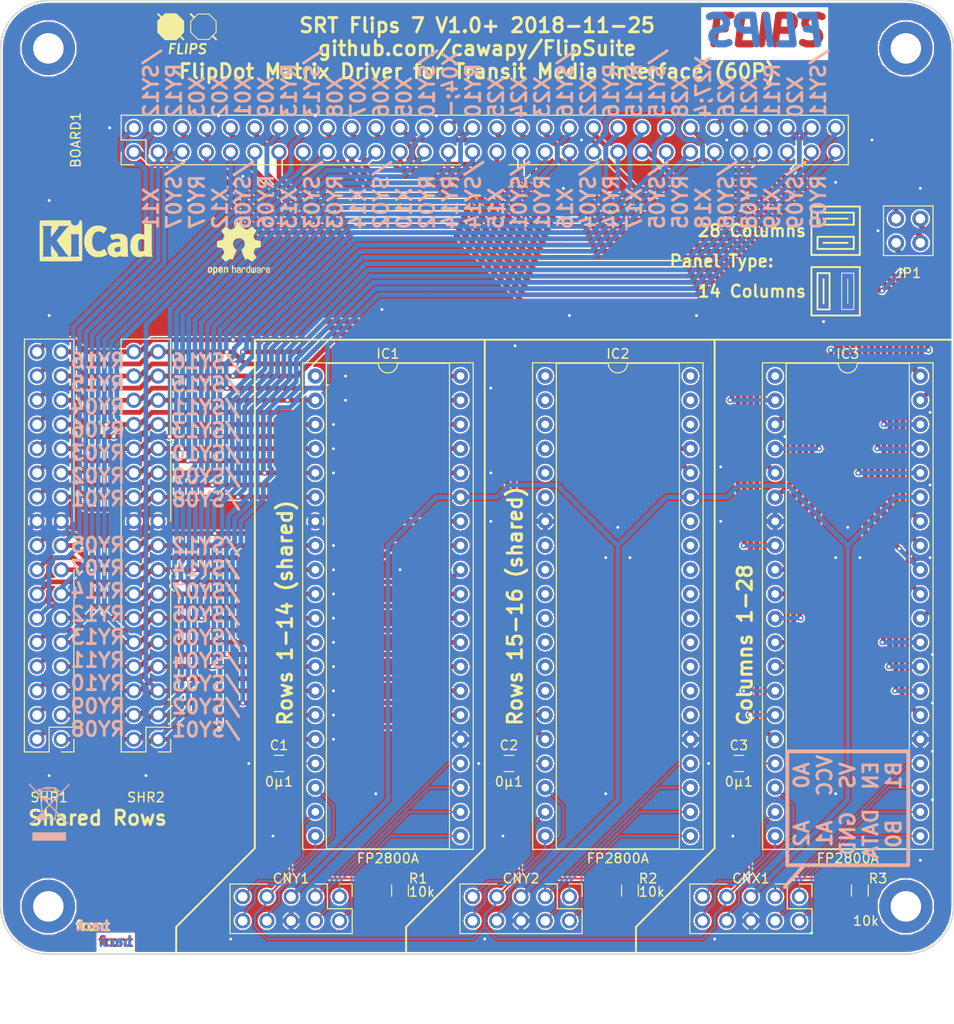
<source format=kicad_pcb>
(kicad_pcb (version 20171130) (host pcbnew "(5.0.1)-4")
  (title_block (title "Flips 7") (date 2018-11-25) (rev V1.0+) (company SRT) (comment 1 "FlipDot Matrix Driver for Transit Media Interface 60P") (comment 2 "SRT Flips M F100-TM"))
  (layers (0 F.Cu signal) (31 B.Cu signal) (34 B.Paste user) (35 F.Paste user) (36 B.SilkS user) (37 F.SilkS user) (38 B.Mask user) (39 F.Mask user) (44 Edge.Cuts user))
  (net 0 "")
  (net 1 "Net-(IC1-Pad1)")
  (net 2 "Net-(IC2-Pad1)")
  (net 3 "Net-(IC2-Pad2)")
  (net 4 "Net-(IC2-Pad3)")
  (net 5 "Net-(IC2-Pad4)")
  (net 6 "Net-(IC2-Pad5)")
  (net 7 "Net-(IC2-Pad6)")
  (net 8 "Net-(IC2-Pad26)")
  (net 9 "Net-(IC2-Pad27)")
  (net 10 "Net-(IC2-Pad8)")
  (net 11 "Net-(IC2-Pad28)")
  (net 12 "Net-(IC2-Pad9)")
  (net 13 "Net-(IC2-Pad29)")
  (net 14 "Net-(IC2-Pad10)")
  (net 15 "Net-(IC2-Pad30)")
  (net 16 "Net-(IC2-Pad31)")
  (net 17 "Net-(IC2-Pad32)")
  (net 18 "Net-(IC2-Pad33)")
  (net 19 /X.B1)
  (net 20 /X.B0)
  (net 21 /X.EN)
  (net 22 /X.POL)
  (net 23 /X.A1)
  (net 24 /X.A0)
  (net 25 /X.A2)
  (net 26 /X04)
  (net 27 /X27_X04)
  (net 28 /X04_NC)
  (net 29 /X27)
  (net 30 "Net-(IC2-Pad11)")
  (net 31 "Net-(IC2-Pad12)")
  (net 32 "Net-(IC2-Pad13)")
  (net 33 "Net-(IC2-Pad14)")
  (net 34 "Net-(IC2-Pad34)")
  (net 35 "Net-(IC2-Pad38)")
  (net 36 "Net-(IC2-Pad39)")
  (net 37 "Net-(IC2-Pad40)")
  (net 38 /X18)
  (net 39 /X20)
  (net 40 /X17)
  (net 41 /X16)
  (net 42 /X15)
  (net 43 /X01)
  (net 44 /X02)
  (net 45 /X19)
  (net 46 /X03)
  (net 47 /X21)
  (net 48 /X28)
  (net 49 /X06)
  (net 50 /X26)
  (net 51 /X05)
  (net 52 /X07)
  (net 53 /X25)
  (net 54 /X14)
  (net 55 /X24)
  (net 56 /X12)
  (net 57 /X23)
  (net 58 /X22)
  (net 59 /X08)
  (net 60 /X09)
  (net 61 /X10)
  (net 62 /X13)
  (net 63 /X11)
  (net 64 "Net-(IC3-Pad1)")
  (net 65 /~SY07)
  (net 66 /RY07)
  (net 67 /~SY06)
  (net 68 /RY06)
  (net 69 /~SY03)
  (net 70 /RY03)
  (net 71 /~SY02)
  (net 72 /RY02)
  (net 73 /RY14)
  (net 74 /~SY14)
  (net 75 /~SY01)
  (net 76 /RY01)
  (net 77 /~SY04)
  (net 78 /RY04)
  (net 79 /~SY05)
  (net 80 /RY05)
  (net 81 /~SY08)
  (net 82 /RY08)
  (net 83 /~SY09)
  (net 84 /RY09)
  (net 85 /~SY12)
  (net 86 /RY12)
  (net 87 /RY13)
  (net 88 /~SY13)
  (net 89 /~SY10)
  (net 90 /RY10)
  (net 91 /~SY16)
  (net 92 /RY16)
  (net 93 /RY15)
  (net 94 /~SY15)
  (net 95 /RY11)
  (net 96 /~SY11)
  (net 97 /VCC)
  (net 98 /HV)
  (net 99 GND)
  (net 100 /Y1.B1)
  (net 101 /Y1.B0)
  (net 102 /Y1.EN)
  (net 103 /Y1.POL)
  (net 104 /Y1.A1)
  (net 105 /Y1.A0)
  (net 106 /Y1.A2)
  (net 107 /Y2.A2)
  (net 108 /Y2.A0)
  (net 109 /Y2.A1)
  (net 110 /Y2.POL)
  (net 111 /Y2.EN)
  (net 112 /Y2.B0)
  (net 113 /Y2.B1)
  (module Own:FlipsLogo-Mittel (layer F.Cu) (at 44.958 29.464)
    (fp_text reference REF** hide)
    (fp_text value FlipsLogo-Mittel)
    (fp_text user FLIPS (at 0 1.016) (layer F.SilkS) (effects (font (thickness 0.2) italic)))
  )
  (module Housings_DIP:DIP-40_W15.24mm_Socket (layer F.Cu) (at 106.68 64.77)
    (fp_text reference IC3 (at 7.62 -2.33) (layer F.SilkS))
    (fp_text value FP2800A (at 7.62 50.59) (layer F.SilkS))
    (pad 40 thru_hole oval (at 15.24 0) (size 1.6 1.6) (drill 0.8) (layers *.Cu *.Mask) (net 38 /X18))
    (pad 20 thru_hole oval (at 0 48.26) (size 1.6 1.6) (drill 0.8) (layers *.Cu *.Mask) (net 25 /X.A2))
    (pad 39 thru_hole oval (at 15.24 2.54) (size 1.6 1.6) (drill 0.8) (layers *.Cu *.Mask) (net 39 /X20))
    (pad 19 thru_hole oval (at 0 45.72) (size 1.6 1.6) (drill 0.8) (layers *.Cu *.Mask) (net 24 /X.A0))
    (pad 38 thru_hole oval (at 15.24 5.08) (size 1.6 1.6) (drill 0.8) (layers *.Cu *.Mask) (net 40 /X17))
    (pad 18 thru_hole oval (at 0 43.18) (size 1.6 1.6) (drill 0.8) (layers *.Cu *.Mask) (net 23 /X.A1))
    (pad 37 thru_hole oval (at 15.24 7.62) (size 1.6 1.6) (drill 0.8) (layers *.Cu *.Mask) (net 41 /X16))
    (pad 17 thru_hole oval (at 0 40.64) (size 1.6 1.6) (drill 0.8) (layers *.Cu *.Mask) (net 97 /VCC))
    (pad 36 thru_hole oval (at 15.24 10.16) (size 1.6 1.6) (drill 0.8) (layers *.Cu *.Mask) (net 42 /X15))
    (pad 16 thru_hole oval (at 0 38.1) (size 1.6 1.6) (drill 0.8) (layers *.Cu *.Mask) (net 43 /X01))
    (pad 35 thru_hole oval (at 15.24 12.7) (size 1.6 1.6) (drill 0.8) (layers *.Cu *.Mask) (net 98 /HV))
    (pad 15 thru_hole oval (at 0 35.56) (size 1.6 1.6) (drill 0.8) (layers *.Cu *.Mask) (net 44 /X02))
    (pad 34 thru_hole oval (at 15.24 15.24) (size 1.6 1.6) (drill 0.8) (layers *.Cu *.Mask) (net 45 /X19))
    (pad 14 thru_hole oval (at 0 33.02) (size 1.6 1.6) (drill 0.8) (layers *.Cu *.Mask) (net 46 /X03))
    (pad 33 thru_hole oval (at 15.24 17.78) (size 1.6 1.6) (drill 0.8) (layers *.Cu *.Mask) (net 47 /X21))
    (pad 13 thru_hole oval (at 0 30.48) (size 1.6 1.6) (drill 0.8) (layers *.Cu *.Mask) (net 26 /X04))
    (pad 32 thru_hole oval (at 15.24 20.32) (size 1.6 1.6) (drill 0.8) (layers *.Cu *.Mask) (net 48 /X28))
    (pad 12 thru_hole oval (at 0 27.94) (size 1.6 1.6) (drill 0.8) (layers *.Cu *.Mask) (net 49 /X06))
    (pad 31 thru_hole oval (at 15.24 22.86) (size 1.6 1.6) (drill 0.8) (layers *.Cu *.Mask) (net 50 /X26))
    (pad 11 thru_hole oval (at 0 25.4) (size 1.6 1.6) (drill 0.8) (layers *.Cu *.Mask) (net 51 /X05))
    (pad 30 thru_hole oval (at 15.24 25.4) (size 1.6 1.6) (drill 0.8) (layers *.Cu *.Mask) (net 29 /X27))
    (pad 10 thru_hole oval (at 0 22.86) (size 1.6 1.6) (drill 0.8) (layers *.Cu *.Mask) (net 52 /X07))
    (pad 29 thru_hole oval (at 15.24 27.94) (size 1.6 1.6) (drill 0.8) (layers *.Cu *.Mask) (net 53 /X25))
    (pad 9 thru_hole oval (at 0 20.32) (size 1.6 1.6) (drill 0.8) (layers *.Cu *.Mask) (net 54 /X14))
    (pad 28 thru_hole oval (at 15.24 30.48) (size 1.6 1.6) (drill 0.8) (layers *.Cu *.Mask) (net 55 /X24))
    (pad 8 thru_hole oval (at 0 17.78) (size 1.6 1.6) (drill 0.8) (layers *.Cu *.Mask) (net 56 /X12))
    (pad 27 thru_hole oval (at 15.24 33.02) (size 1.6 1.6) (drill 0.8) (layers *.Cu *.Mask) (net 57 /X23))
    (pad 7 thru_hole oval (at 0 15.24) (size 1.6 1.6) (drill 0.8) (layers *.Cu *.Mask) (net 99 GND))
    (pad 26 thru_hole oval (at 15.24 35.56) (size 1.6 1.6) (drill 0.8) (layers *.Cu *.Mask) (net 58 /X22))
    (pad 6 thru_hole oval (at 0 12.7) (size 1.6 1.6) (drill 0.8) (layers *.Cu *.Mask) (net 59 /X08))
    (pad 25 thru_hole oval (at 15.24 38.1) (size 1.6 1.6) (drill 0.8) (layers *.Cu *.Mask) (net 99 GND))
    (pad 5 thru_hole oval (at 0 10.16) (size 1.6 1.6) (drill 0.8) (layers *.Cu *.Mask) (net 60 /X09))
    (pad 24 thru_hole oval (at 15.24 40.64) (size 1.6 1.6) (drill 0.8) (layers *.Cu *.Mask) (net 21 /X.EN))
    (pad 4 thru_hole oval (at 0 7.62) (size 1.6 1.6) (drill 0.8) (layers *.Cu *.Mask) (net 61 /X10))
    (pad 23 thru_hole oval (at 15.24 43.18) (size 1.6 1.6) (drill 0.8) (layers *.Cu *.Mask) (net 22 /X.POL))
    (pad 3 thru_hole oval (at 0 5.08) (size 1.6 1.6) (drill 0.8) (layers *.Cu *.Mask) (net 62 /X13))
    (pad 22 thru_hole oval (at 15.24 45.72) (size 1.6 1.6) (drill 0.8) (layers *.Cu *.Mask) (net 19 /X.B1))
    (pad 2 thru_hole oval (at 0 2.54) (size 1.6 1.6) (drill 0.8) (layers *.Cu *.Mask) (net 63 /X11))
    (pad 21 thru_hole oval (at 15.24 48.26) (size 1.6 1.6) (drill 0.8) (layers *.Cu *.Mask) (net 20 /X.B0))
    (pad 1 thru_hole circle (at 0 0) (size 1.6 1.6) (drill 0.8) (layers *.Cu *.Mask) (net 64 "Net-(IC3-Pad1)"))
  )
  (module Mounting_Holes:MountingHole_3.2mm_M3_DIN965_Pad (layer F.Cu) (at 120.4 120.4)
    (fp_text reference REF**)
    (fp_text value MountingHole_3.2mm_M3_DIN965_Pad)
    (pad 1 thru_hole circle (at 0 0) (size 5.6 5.6) (drill 3.2) (layers *.Cu *.Mask))
  )
  (module Mounting_Holes:MountingHole_3.2mm_M3_DIN965_Pad (layer F.Cu) (at 30.4 120.4)
    (fp_text reference REF**)
    (fp_text value MountingHole_3.2mm_M3_DIN965_Pad)
    (pad 1 thru_hole circle (at 0 0) (size 5.6 5.6) (drill 3.2) (layers *.Cu *.Mask))
  )
  (module Mounting_Holes:MountingHole_3.2mm_M3_DIN965_Pad (layer F.Cu) (at 120.4 30.4)
    (fp_text reference REF**)
    (fp_text value MountingHole_3.2mm_M3_DIN965_Pad)
    (pad 1 thru_hole circle (at 0 0) (size 5.6 5.6) (drill 3.2) (layers *.Cu *.Mask))
  )
  (module Own:Pin_Header_Straight_Shrouded_2x17_Pitch2.54mm_ConvNumbering (layer F.Cu) (at 41.91 102.87 180)
    (fp_text reference SHR2 (at 1.27 -6.096 180) (layer F.SilkS))
    (fp_text value Conn_02x17_Odd_Even hide)
    (pad 34 thru_hole oval (at 2.54 40.64 180) (size 1.6 1.6) (drill 1) (layers *.Cu *.Mask) (net 92 /RY16))
    (pad 33 thru_hole oval (at 0 40.64 180) (size 1.6 1.6) (drill 1) (layers *.Cu *.Mask) (net 91 /~SY16))
    (pad 32 thru_hole oval (at 2.54 38.1 180) (size 1.6 1.6) (drill 1) (layers *.Cu *.Mask) (net 93 /RY15))
    (pad 31 thru_hole oval (at 0 38.1 180) (size 1.6 1.6) (drill 1) (layers *.Cu *.Mask) (net 94 /~SY15))
    (pad 30 thru_hole oval (at 2.54 35.56 180) (size 1.6 1.6) (drill 1) (layers *.Cu *.Mask) (net 78 /RY04))
    (pad 29 thru_hole oval (at 0 35.56 180) (size 1.6 1.6) (drill 1) (layers *.Cu *.Mask) (net 96 /~SY11))
    (pad 28 thru_hole oval (at 2.54 33.02 180) (size 1.6 1.6) (drill 1) (layers *.Cu *.Mask) (net 68 /RY06))
    (pad 27 thru_hole oval (at 0 33.02 180) (size 1.6 1.6) (drill 1) (layers *.Cu *.Mask) (net 88 /~SY13))
    (pad 26 thru_hole oval (at 2.54 30.48 180) (size 1.6 1.6) (drill 1) (layers *.Cu *.Mask) (net 70 /RY03))
    (pad 25 thru_hole oval (at 0 30.48 180) (size 1.6 1.6) (drill 1) (layers *.Cu *.Mask) (net 89 /~SY10))
    (pad 24 thru_hole oval (at 2.54 27.94 180) (size 1.6 1.6) (drill 1) (layers *.Cu *.Mask) (net 72 /RY02))
    (pad 23 thru_hole oval (at 0 27.94 180) (size 1.6 1.6) (drill 1) (layers *.Cu *.Mask) (net 83 /~SY09))
    (pad 22 thru_hole oval (at 2.54 25.4 180) (size 1.6 1.6) (drill 1) (layers *.Cu *.Mask) (net 76 /RY01))
    (pad 21 thru_hole oval (at 0 25.4 180) (size 1.6 1.6) (drill 1) (layers *.Cu *.Mask) (net 81 /~SY08))
    (pad 20 thru_hole oval (at 2.54 22.86 225) (size 1.6 1.6) (drill 1) (layers *.Cu *.Mask) (net 99 GND))
    (pad 19 thru_hole oval (at 0 22.86 225) (size 1.6 1.6) (drill 1) (layers *.Cu *.Mask) (net 99 GND))
    (pad 18 thru_hole oval (at 2.54 20.32 180) (size 1.6 1.6) (drill 1) (layers *.Cu *.Mask) (net 80 /RY05))
    (pad 17 thru_hole oval (at 0 20.32 180) (size 1.6 1.6) (drill 1) (layers *.Cu *.Mask) (net 85 /~SY12))
    (pad 16 thru_hole oval (at 2.54 17.78 180) (size 1.6 1.6) (drill 1) (layers *.Cu *.Mask) (net 66 /RY07))
    (pad 15 thru_hole oval (at 0 17.78 180) (size 1.6 1.6) (drill 1) (layers *.Cu *.Mask) (net 74 /~SY14))
    (pad 14 thru_hole oval (at 2.54 15.24 180) (size 1.6 1.6) (drill 1) (layers *.Cu *.Mask) (net 73 /RY14))
    (pad 13 thru_hole oval (at 0 15.24 180) (size 1.6 1.6) (drill 1) (layers *.Cu *.Mask) (net 65 /~SY07))
    (pad 12 thru_hole oval (at 2.54 12.7 180) (size 1.6 1.6) (drill 1) (layers *.Cu *.Mask) (net 86 /RY12))
    (pad 11 thru_hole oval (at 0 12.7 180) (size 1.6 1.6) (drill 1) (layers *.Cu *.Mask) (net 79 /~SY05))
    (pad 10 thru_hole oval (at 2.54 10.16 180) (size 1.6 1.6) (drill 1) (layers *.Cu *.Mask) (net 87 /RY13))
    (pad 9 thru_hole oval (at 0 10.16 180) (size 1.6 1.6) (drill 1) (layers *.Cu *.Mask) (net 67 /~SY06))
    (pad 8 thru_hole oval (at 2.54 7.62 180) (size 1.6 1.6) (drill 1) (layers *.Cu *.Mask) (net 95 /RY11))
    (pad 7 thru_hole oval (at 0 7.62 180) (size 1.6 1.6) (drill 1) (layers *.Cu *.Mask) (net 77 /~SY04))
    (pad 6 thru_hole oval (at 2.54 5.08 180) (size 1.6 1.6) (drill 1) (layers *.Cu *.Mask) (net 90 /RY10))
    (pad 5 thru_hole oval (at 0 5.08 180) (size 1.6 1.6) (drill 1) (layers *.Cu *.Mask) (net 69 /~SY03))
    (pad 4 thru_hole oval (at 2.54 2.54 180) (size 1.6 1.6) (drill 1) (layers *.Cu *.Mask) (net 84 /RY09))
    (pad 3 thru_hole oval (at 0 2.54 180) (size 1.6 1.6) (drill 1) (layers *.Cu *.Mask) (net 71 /~SY02))
    (pad 2 thru_hole oval (at 2.54 0 180) (size 1.6 1.6) (drill 1) (layers *.Cu *.Mask) (net 82 /RY08))
    (pad 1 thru_hole oval (at 0 0 180) (size 1.6 1.6) (drill 1) (layers *.Cu *.Mask) (net 75 /~SY01))
  )
  (module Capacitors_SMD:C_0805_HandSoldering (layer F.Cu) (at 78.74 105.41 180)
    (fp_text reference C2 (at 0 1.905 180) (layer F.SilkS))
    (fp_text value 0µ1 (at 0 -1.905 180) (layer F.SilkS))
    (pad 2 smd rect (at 1.25 0 180) (size 1.5 1.25) (layers F.Cu F.Paste F.Mask) (net 99 GND))
    (pad 1 smd rect (at -1.25 0 180) (size 1.5 1.25) (layers F.Cu F.Paste F.Mask) (net 97 /VCC))
  )
  (module Housings_DIP:DIP-40_W15.24mm_Socket (layer F.Cu) (at 82.55 64.77)
    (fp_text reference IC2 (at 7.62 -2.33) (layer F.SilkS))
    (fp_text value FP2800A (at 7.62 50.59) (layer F.SilkS))
    (pad 40 thru_hole oval (at 15.24 0) (size 1.6 1.6) (drill 0.8) (layers *.Cu *.Mask) (net 37 "Net-(IC2-Pad40)"))
    (pad 20 thru_hole oval (at 0 48.26) (size 1.6 1.6) (drill 0.8) (layers *.Cu *.Mask) (net 107 /Y2.A2))
    (pad 39 thru_hole oval (at 15.24 2.54) (size 1.6 1.6) (drill 0.8) (layers *.Cu *.Mask) (net 36 "Net-(IC2-Pad39)"))
    (pad 19 thru_hole oval (at 0 45.72) (size 1.6 1.6) (drill 0.8) (layers *.Cu *.Mask) (net 108 /Y2.A0))
    (pad 38 thru_hole oval (at 15.24 5.08) (size 1.6 1.6) (drill 0.8) (layers *.Cu *.Mask) (net 35 "Net-(IC2-Pad38)"))
    (pad 18 thru_hole oval (at 0 43.18) (size 1.6 1.6) (drill 0.8) (layers *.Cu *.Mask) (net 109 /Y2.A1))
    (pad 37 thru_hole oval (at 15.24 7.62) (size 1.6 1.6) (drill 0.8) (layers *.Cu *.Mask) (net 92 /RY16))
    (pad 17 thru_hole oval (at 0 40.64) (size 1.6 1.6) (drill 0.8) (layers *.Cu *.Mask) (net 97 /VCC))
    (pad 36 thru_hole oval (at 15.24 10.16) (size 1.6 1.6) (drill 0.8) (layers *.Cu *.Mask) (net 93 /RY15))
    (pad 16 thru_hole oval (at 0 38.1) (size 1.6 1.6) (drill 0.8) (layers *.Cu *.Mask) (net 94 /~SY15))
    (pad 35 thru_hole oval (at 15.24 12.7) (size 1.6 1.6) (drill 0.8) (layers *.Cu *.Mask) (net 98 /HV))
    (pad 15 thru_hole oval (at 0 35.56) (size 1.6 1.6) (drill 0.8) (layers *.Cu *.Mask) (net 91 /~SY16))
    (pad 34 thru_hole oval (at 15.24 15.24) (size 1.6 1.6) (drill 0.8) (layers *.Cu *.Mask) (net 34 "Net-(IC2-Pad34)"))
    (pad 14 thru_hole oval (at 0 33.02) (size 1.6 1.6) (drill 0.8) (layers *.Cu *.Mask) (net 33 "Net-(IC2-Pad14)"))
    (pad 33 thru_hole oval (at 15.24 17.78) (size 1.6 1.6) (drill 0.8) (layers *.Cu *.Mask) (net 18 "Net-(IC2-Pad33)"))
    (pad 13 thru_hole oval (at 0 30.48) (size 1.6 1.6) (drill 0.8) (layers *.Cu *.Mask) (net 32 "Net-(IC2-Pad13)"))
    (pad 32 thru_hole oval (at 15.24 20.32) (size 1.6 1.6) (drill 0.8) (layers *.Cu *.Mask) (net 17 "Net-(IC2-Pad32)"))
    (pad 12 thru_hole oval (at 0 27.94) (size 1.6 1.6) (drill 0.8) (layers *.Cu *.Mask) (net 31 "Net-(IC2-Pad12)"))
    (pad 31 thru_hole oval (at 15.24 22.86) (size 1.6 1.6) (drill 0.8) (layers *.Cu *.Mask) (net 16 "Net-(IC2-Pad31)"))
    (pad 11 thru_hole oval (at 0 25.4) (size 1.6 1.6) (drill 0.8) (layers *.Cu *.Mask) (net 30 "Net-(IC2-Pad11)"))
    (pad 30 thru_hole oval (at 15.24 25.4) (size 1.6 1.6) (drill 0.8) (layers *.Cu *.Mask) (net 15 "Net-(IC2-Pad30)"))
    (pad 10 thru_hole oval (at 0 22.86) (size 1.6 1.6) (drill 0.8) (layers *.Cu *.Mask) (net 14 "Net-(IC2-Pad10)"))
    (pad 29 thru_hole oval (at 15.24 27.94) (size 1.6 1.6) (drill 0.8) (layers *.Cu *.Mask) (net 13 "Net-(IC2-Pad29)"))
    (pad 9 thru_hole oval (at 0 20.32) (size 1.6 1.6) (drill 0.8) (layers *.Cu *.Mask) (net 12 "Net-(IC2-Pad9)"))
    (pad 28 thru_hole oval (at 15.24 30.48) (size 1.6 1.6) (drill 0.8) (layers *.Cu *.Mask) (net 11 "Net-(IC2-Pad28)"))
    (pad 8 thru_hole oval (at 0 17.78) (size 1.6 1.6) (drill 0.8) (layers *.Cu *.Mask) (net 10 "Net-(IC2-Pad8)"))
    (pad 27 thru_hole oval (at 15.24 33.02) (size 1.6 1.6) (drill 0.8) (layers *.Cu *.Mask) (net 9 "Net-(IC2-Pad27)"))
    (pad 7 thru_hole oval (at 0 15.24) (size 1.6 1.6) (drill 0.8) (layers *.Cu *.Mask) (net 99 GND))
    (pad 26 thru_hole oval (at 15.24 35.56) (size 1.6 1.6) (drill 0.8) (layers *.Cu *.Mask) (net 8 "Net-(IC2-Pad26)"))
    (pad 6 thru_hole oval (at 0 12.7) (size 1.6 1.6) (drill 0.8) (layers *.Cu *.Mask) (net 7 "Net-(IC2-Pad6)"))
    (pad 25 thru_hole oval (at 15.24 38.1) (size 1.6 1.6) (drill 0.8) (layers *.Cu *.Mask) (net 99 GND))
    (pad 5 thru_hole oval (at 0 10.16) (size 1.6 1.6) (drill 0.8) (layers *.Cu *.Mask) (net 6 "Net-(IC2-Pad5)"))
    (pad 24 thru_hole oval (at 15.24 40.64) (size 1.6 1.6) (drill 0.8) (layers *.Cu *.Mask) (net 111 /Y2.EN))
    (pad 4 thru_hole oval (at 0 7.62) (size 1.6 1.6) (drill 0.8) (layers *.Cu *.Mask) (net 5 "Net-(IC2-Pad4)"))
    (pad 23 thru_hole oval (at 15.24 43.18) (size 1.6 1.6) (drill 0.8) (layers *.Cu *.Mask) (net 110 /Y2.POL))
    (pad 3 thru_hole oval (at 0 5.08) (size 1.6 1.6) (drill 0.8) (layers *.Cu *.Mask) (net 4 "Net-(IC2-Pad3)"))
    (pad 22 thru_hole oval (at 15.24 45.72) (size 1.6 1.6) (drill 0.8) (layers *.Cu *.Mask) (net 113 /Y2.B1))
    (pad 2 thru_hole oval (at 0 2.54) (size 1.6 1.6) (drill 0.8) (layers *.Cu *.Mask) (net 3 "Net-(IC2-Pad2)"))
    (pad 21 thru_hole oval (at 15.24 48.26) (size 1.6 1.6) (drill 0.8) (layers *.Cu *.Mask) (net 112 /Y2.B0))
    (pad 1 thru_hole circle (at 0 0) (size 1.6 1.6) (drill 0.8) (layers *.Cu *.Mask) (net 2 "Net-(IC2-Pad1)"))
  )
  (module Housings_DIP:DIP-40_W15.24mm_Socket (layer F.Cu) (at 58.42 64.77)
    (fp_text reference IC1 (at 7.62 -2.33) (layer F.SilkS))
    (fp_text value FP2800A (at 7.62 50.59) (layer F.SilkS))
    (pad 40 thru_hole oval (at 15.24 0) (size 1.6 1.6) (drill 0.8) (layers *.Cu *.Mask) (net 78 /RY04))
    (pad 20 thru_hole oval (at 0 48.26) (size 1.6 1.6) (drill 0.8) (layers *.Cu *.Mask) (net 106 /Y1.A2))
    (pad 39 thru_hole oval (at 15.24 2.54) (size 1.6 1.6) (drill 0.8) (layers *.Cu *.Mask) (net 68 /RY06))
    (pad 19 thru_hole oval (at 0 45.72) (size 1.6 1.6) (drill 0.8) (layers *.Cu *.Mask) (net 105 /Y1.A0))
    (pad 38 thru_hole oval (at 15.24 5.08) (size 1.6 1.6) (drill 0.8) (layers *.Cu *.Mask) (net 70 /RY03))
    (pad 18 thru_hole oval (at 0 43.18) (size 1.6 1.6) (drill 0.8) (layers *.Cu *.Mask) (net 104 /Y1.A1))
    (pad 37 thru_hole oval (at 15.24 7.62) (size 1.6 1.6) (drill 0.8) (layers *.Cu *.Mask) (net 72 /RY02))
    (pad 17 thru_hole oval (at 0 40.64) (size 1.6 1.6) (drill 0.8) (layers *.Cu *.Mask) (net 97 /VCC))
    (pad 36 thru_hole oval (at 15.24 10.16) (size 1.6 1.6) (drill 0.8) (layers *.Cu *.Mask) (net 76 /RY01))
    (pad 16 thru_hole oval (at 0 38.1) (size 1.6 1.6) (drill 0.8) (layers *.Cu *.Mask) (net 75 /~SY01))
    (pad 35 thru_hole oval (at 15.24 12.7) (size 1.6 1.6) (drill 0.8) (layers *.Cu *.Mask) (net 98 /HV))
    (pad 15 thru_hole oval (at 0 35.56) (size 1.6 1.6) (drill 0.8) (layers *.Cu *.Mask) (net 71 /~SY02))
    (pad 34 thru_hole oval (at 15.24 15.24) (size 1.6 1.6) (drill 0.8) (layers *.Cu *.Mask) (net 80 /RY05))
    (pad 14 thru_hole oval (at 0 33.02) (size 1.6 1.6) (drill 0.8) (layers *.Cu *.Mask) (net 69 /~SY03))
    (pad 33 thru_hole oval (at 15.24 17.78) (size 1.6 1.6) (drill 0.8) (layers *.Cu *.Mask) (net 66 /RY07))
    (pad 13 thru_hole oval (at 0 30.48) (size 1.6 1.6) (drill 0.8) (layers *.Cu *.Mask) (net 77 /~SY04))
    (pad 32 thru_hole oval (at 15.24 20.32) (size 1.6 1.6) (drill 0.8) (layers *.Cu *.Mask) (net 73 /RY14))
    (pad 12 thru_hole oval (at 0 27.94) (size 1.6 1.6) (drill 0.8) (layers *.Cu *.Mask) (net 67 /~SY06))
    (pad 31 thru_hole oval (at 15.24 22.86) (size 1.6 1.6) (drill 0.8) (layers *.Cu *.Mask) (net 86 /RY12))
    (pad 11 thru_hole oval (at 0 25.4) (size 1.6 1.6) (drill 0.8) (layers *.Cu *.Mask) (net 79 /~SY05))
    (pad 30 thru_hole oval (at 15.24 25.4) (size 1.6 1.6) (drill 0.8) (layers *.Cu *.Mask) (net 87 /RY13))
    (pad 10 thru_hole oval (at 0 22.86) (size 1.6 1.6) (drill 0.8) (layers *.Cu *.Mask) (net 65 /~SY07))
    (pad 29 thru_hole oval (at 15.24 27.94) (size 1.6 1.6) (drill 0.8) (layers *.Cu *.Mask) (net 95 /RY11))
    (pad 9 thru_hole oval (at 0 20.32) (size 1.6 1.6) (drill 0.8) (layers *.Cu *.Mask) (net 74 /~SY14))
    (pad 28 thru_hole oval (at 15.24 30.48) (size 1.6 1.6) (drill 0.8) (layers *.Cu *.Mask) (net 90 /RY10))
    (pad 8 thru_hole oval (at 0 17.78) (size 1.6 1.6) (drill 0.8) (layers *.Cu *.Mask) (net 85 /~SY12))
    (pad 27 thru_hole oval (at 15.24 33.02) (size 1.6 1.6) (drill 0.8) (layers *.Cu *.Mask) (net 84 /RY09))
    (pad 7 thru_hole oval (at 0 15.24 45) (size 1.6 1.6) (drill 0.8) (layers *.Cu *.Mask) (net 99 GND))
    (pad 26 thru_hole oval (at 15.24 35.56) (size 1.6 1.6) (drill 0.8) (layers *.Cu *.Mask) (net 82 /RY08))
    (pad 6 thru_hole oval (at 0 12.7) (size 1.6 1.6) (drill 0.8) (layers *.Cu *.Mask) (net 81 /~SY08))
    (pad 25 thru_hole oval (at 15.24 38.1) (size 1.6 1.6) (drill 0.8) (layers *.Cu *.Mask) (net 99 GND))
    (pad 5 thru_hole oval (at 0 10.16) (size 1.6 1.6) (drill 0.8) (layers *.Cu *.Mask) (net 83 /~SY09))
    (pad 24 thru_hole oval (at 15.24 40.64) (size 1.6 1.6) (drill 0.8) (layers *.Cu *.Mask) (net 102 /Y1.EN))
    (pad 4 thru_hole oval (at 0 7.62) (size 1.6 1.6) (drill 0.8) (layers *.Cu *.Mask) (net 89 /~SY10))
    (pad 23 thru_hole oval (at 15.24 43.18) (size 1.6 1.6) (drill 0.8) (layers *.Cu *.Mask) (net 103 /Y1.POL))
    (pad 3 thru_hole oval (at 0 5.08) (size 1.6 1.6) (drill 0.8) (layers *.Cu *.Mask) (net 88 /~SY13))
    (pad 22 thru_hole oval (at 15.24 45.72) (size 1.6 1.6) (drill 0.8) (layers *.Cu *.Mask) (net 100 /Y1.B1))
    (pad 2 thru_hole oval (at 0 2.54) (size 1.6 1.6) (drill 0.8) (layers *.Cu *.Mask) (net 96 /~SY11))
    (pad 21 thru_hole oval (at 15.24 48.26) (size 1.6 1.6) (drill 0.8) (layers *.Cu *.Mask) (net 101 /Y1.B0))
    (pad 1 thru_hole circle (at 0 0) (size 1.6 1.6) (drill 0.8) (layers *.Cu *.Mask) (net 1 "Net-(IC1-Pad1)"))
  )
  (module Own:Cross_Jumper_2x2_2.54mm (layer F.Cu) (at 121.92 48.26 270)
    (fp_text reference JP1 (at 5.715 1.27) (layer F.SilkS))
    (fp_text value Jumper_Cross)
    (pad 4 thru_hole oval (at 2.54 2.54 270) (size 1.7 1.7) (drill 1) (layers *.Cu *.Mask) (net 26 /X04))
    (pad 3 thru_hole oval (at 0 2.54 270) (size 1.7 1.7) (drill 1) (layers *.Cu *.Mask) (net 27 /X27_X04))
    (pad 2 thru_hole oval (at 2.54 0 270) (size 1.7 1.7) (drill 1) (layers *.Cu *.Mask) (net 28 /X04_NC))
    (pad 1 thru_hole circle (at 0 0 270) (size 1.7 1.7) (drill 1) (layers *.Cu *.Mask) (net 29 /X27))
  )
  (module Capacitors_SMD:C_0805_HandSoldering (layer F.Cu) (at 102.87 105.41 180)
    (fp_text reference C3 (at 0 1.905 180) (layer F.SilkS))
    (fp_text value 0µ1 (at 0 -1.905 180) (layer F.SilkS))
    (pad 2 smd rect (at 1.25 0 180) (size 1.5 1.25) (layers F.Cu F.Paste F.Mask) (net 99 GND))
    (pad 1 smd rect (at -1.25 0 180) (size 1.5 1.25) (layers F.Cu F.Paste F.Mask) (net 97 /VCC))
  )
  (module Symbols:Symbol_KiCAD-Logo_CopperAndSilkScreenTop (layer F.Cu) (at 35.4 50.4)
    (fp_text reference REF** hide)
    (fp_text value "KiCAD Logo" hide)
  )
  (module Symbols:OSHW-Logo2_7.3x6mm_SilkScreen (layer F.Cu) (at 50.4 51.4)
    (fp_text reference REF*** hide)
    (fp_text value OSHW-Logo2_7.3x6mm_SilkScreen hide)
  )
  (module Symbols:WEEE-Logo_4.2x6mm_SilkScreen (layer B.Cu) (at 30.48 110.49 180)
    (fp_text reference REF*** hide)
    (fp_text value WEEE-Logo_4.2x6mm_SilkScreen hide)
  )
  (module Capacitors_SMD:C_0805_HandSoldering (layer F.Cu) (at 54.61 105.41)
    (fp_text reference C1 (at 0 -1.905) (layer F.SilkS))
    (fp_text value 0µ1 (at 0 1.905) (layer F.SilkS))
    (pad 2 smd rect (at 1.25 0) (size 1.5 1.25) (layers F.Cu F.Paste F.Mask) (net 97 /VCC))
    (pad 1 smd rect (at -1.25 0) (size 1.5 1.25) (layers F.Cu F.Paste F.Mask) (net 99 GND))
  )
  (module Own:Pin_Header_Straight_Shrouded_2x30_Pitch2.54mm_AltNumbering (layer F.Cu) (at 39.37 41.275 90)
    (fp_text reference BOARD1 (at 1.27 -6.096 90) (layer F.SilkS))
    (fp_text value Conn_02x30_Top_Bottom hide)
    (pad 1 thru_hole oval (at 0 0 90) (size 1.6 1.6) (drill 1) (layers *.Cu *.Mask) (net 63 /X11))
    (pad 2 thru_hole oval (at 0 2.54 90) (size 1.6 1.6) (drill 1) (layers *.Cu *.Mask) (net 65 /~SY07))
    (pad 3 thru_hole oval (at 0 5.08 90) (size 1.6 1.6) (drill 1) (layers *.Cu *.Mask) (net 66 /RY07))
    (pad 4 thru_hole oval (at 0 7.62 90) (size 1.6 1.6) (drill 1) (layers *.Cu *.Mask) (net 56 /X12))
    (pad 5 thru_hole oval (at 0 10.16 90) (size 1.6 1.6) (drill 1) (layers *.Cu *.Mask) (net 67 /~SY06))
    (pad 6 thru_hole oval (at 0 12.7 90) (size 1.6 1.6) (drill 1) (layers *.Cu *.Mask) (net 68 /RY06))
    (pad 7 thru_hole oval (at 0 15.24 90) (size 1.6 1.6) (drill 1) (layers *.Cu *.Mask) (net 62 /X13))
    (pad 8 thru_hole oval (at 0 17.78 90) (size 1.6 1.6) (drill 1) (layers *.Cu *.Mask) (net 69 /~SY03))
    (pad 9 thru_hole oval (at 0 20.32 90) (size 1.6 1.6) (drill 1) (layers *.Cu *.Mask) (net 70 /RY03))
    (pad 10 thru_hole oval (at 0 22.86 90) (size 1.6 1.6) (drill 1) (layers *.Cu *.Mask) (net 54 /X14))
    (pad 11 thru_hole oval (at 0 25.4 90) (size 1.6 1.6) (drill 1) (layers *.Cu *.Mask) (net 71 /~SY02))
    (pad 12 thru_hole oval (at 0 27.94 90) (size 1.6 1.6) (drill 1) (layers *.Cu *.Mask) (net 61 /X10))
    (pad 13 thru_hole oval (at 0 30.48 90) (size 1.6 1.6) (drill 1) (layers *.Cu *.Mask) (net 72 /RY02))
    (pad 14 thru_hole oval (at 0 33.02 90) (size 1.6 1.6) (drill 1) (layers *.Cu *.Mask) (net 73 /RY14))
    (pad 15 thru_hole oval (at 0 35.56 90) (size 1.6 1.6) (drill 1) (layers *.Cu *.Mask) (net 74 /~SY14))
    (pad 16 thru_hole oval (at 0 38.1 90) (size 1.6 1.6) (drill 1) (layers *.Cu *.Mask) (net 42 /X15))
    (pad 17 thru_hole oval (at 0 40.64 90) (size 1.6 1.6) (drill 1) (layers *.Cu *.Mask) (net 75 /~SY01))
    (pad 18 thru_hole oval (at 0 43.18 90) (size 1.6 1.6) (drill 1) (layers *.Cu *.Mask) (net 76 /RY01))
    (pad 19 thru_hole oval (at 0 45.72 90) (size 1.6 1.6) (drill 1) (layers *.Cu *.Mask) (net 41 /X16))
    (pad 20 thru_hole oval (at 0 48.26 90) (size 1.6 1.6) (drill 1) (layers *.Cu *.Mask) (net 77 /~SY04))
    (pad 21 thru_hole oval (at 0 50.8 90) (size 1.6 1.6) (drill 1) (layers *.Cu *.Mask) (net 78 /RY04))
    (pad 22 thru_hole oval (at 0 53.34 90) (size 1.6 1.6) (drill 1) (layers *.Cu *.Mask) (net 40 /X17))
    (pad 23 thru_hole oval (at 0 55.88 90) (size 1.6 1.6) (drill 1) (layers *.Cu *.Mask) (net 79 /~SY05))
    (pad 24 thru_hole oval (at 0 58.42 90) (size 1.6 1.6) (drill 1) (layers *.Cu *.Mask) (net 80 /RY05))
    (pad 25 thru_hole oval (at 0 60.96 90) (size 1.6 1.6) (drill 1) (layers *.Cu *.Mask) (net 38 /X18))
    (pad 26 thru_hole oval (at 0 63.5 90) (size 1.6 1.6) (drill 1) (layers *.Cu *.Mask) (net 81 /~SY08))
    (pad 27 thru_hole oval (at 0 66.04 90) (size 1.6 1.6) (drill 1) (layers *.Cu *.Mask) (net 82 /RY08))
    (pad 28 thru_hole oval (at 0 68.58 90) (size 1.6 1.6) (drill 1) (layers *.Cu *.Mask) (net 45 /X19))
    (pad 29 thru_hole oval (at 0 71.12 90) (size 1.6 1.6) (drill 1) (layers *.Cu *.Mask) (net 83 /~SY09))
    (pad 30 thru_hole oval (at 0 73.66 90) (size 1.6 1.6) (drill 1) (layers *.Cu *.Mask) (net 84 /RY09))
    (pad 31 thru_hole oval (at 2.54 0 90) (size 1.6 1.6) (drill 1) (layers *.Cu *.Mask) (net 85 /~SY12))
    (pad 32 thru_hole oval (at 2.54 2.54 90) (size 1.6 1.6) (drill 1) (layers *.Cu *.Mask) (net 86 /RY12))
    (pad 33 thru_hole oval (at 2.54 5.08 90) (size 1.6 1.6) (drill 1) (layers *.Cu *.Mask) (net 46 /X03))
    (pad 34 thru_hole oval (at 2.54 7.62 90) (size 1.6 1.6) (drill 1) (layers *.Cu *.Mask) (net 44 /X02))
    (pad 35 thru_hole oval (at 2.54 10.16 90) (size 1.6 1.6) (drill 1) (layers *.Cu *.Mask) (net 43 /X01))
    (pad 36 thru_hole oval (at 2.54 12.7 90) (size 1.6 1.6) (drill 1) (layers *.Cu *.Mask) (net 60 /X09))
    (pad 37 thru_hole oval (at 2.54 15.24 90) (size 1.6 1.6) (drill 1) (layers *.Cu *.Mask) (net 87 /RY13))
    (pad 38 thru_hole oval (at 2.54 17.78 90) (size 1.6 1.6) (drill 1) (layers *.Cu *.Mask) (net 88 /~SY13))
    (pad 39 thru_hole oval (at 2.54 20.32 90) (size 1.6 1.6) (drill 1) (layers *.Cu *.Mask) (net 59 /X08))
    (pad 40 thru_hole oval (at 2.54 22.86 90) (size 1.6 1.6) (drill 1) (layers *.Cu *.Mask) (net 52 /X07))
    (pad 41 thru_hole oval (at 2.54 25.4 90) (size 1.6 1.6) (drill 1) (layers *.Cu *.Mask) (net 49 /X06))
    (pad 42 thru_hole oval (at 2.54 27.94 90) (size 1.6 1.6) (drill 1) (layers *.Cu *.Mask) (net 51 /X05))
    (pad 43 thru_hole oval (at 2.54 30.48 90) (size 1.6 1.6) (drill 1) (layers *.Cu *.Mask) (net 89 /~SY10))
    (pad 44 thru_hole oval (at 2.54 33.02 90) (size 1.6 1.6) (drill 1) (layers *.Cu *.Mask) (net 28 /X04_NC))
    (pad 45 thru_hole oval (at 2.54 35.56 90) (size 1.6 1.6) (drill 1) (layers *.Cu *.Mask) (net 90 /RY10))
    (pad 46 thru_hole oval (at 2.54 38.1 90) (size 1.6 1.6) (drill 1) (layers *.Cu *.Mask) (net 53 /X25))
    (pad 47 thru_hole oval (at 2.54 40.64 90) (size 1.6 1.6) (drill 1) (layers *.Cu *.Mask) (net 55 /X24))
    (pad 48 thru_hole oval (at 2.54 43.18 90) (size 1.6 1.6) (drill 1) (layers *.Cu *.Mask) (net 57 /X23))
    (pad 49 thru_hole oval (at 2.54 45.72 90) (size 1.6 1.6) (drill 1) (layers *.Cu *.Mask) (net 91 /~SY16))
    (pad 50 thru_hole oval (at 2.54 48.26 90) (size 1.6 1.6) (drill 1) (layers *.Cu *.Mask) (net 58 /X22))
    (pad 51 thru_hole oval (at 2.54 50.8 90) (size 1.6 1.6) (drill 1) (layers *.Cu *.Mask) (net 92 /RY16))
    (pad 52 thru_hole oval (at 2.54 53.34 90) (size 1.6 1.6) (drill 1) (layers *.Cu *.Mask) (net 93 /RY15))
    (pad 53 thru_hole oval (at 2.54 55.88 90) (size 1.6 1.6) (drill 1) (layers *.Cu *.Mask) (net 94 /~SY15))
    (pad 54 thru_hole oval (at 2.54 58.42 90) (size 1.6 1.6) (drill 1) (layers *.Cu *.Mask) (net 48 /X28))
    (pad 55 thru_hole oval (at 2.54 60.96 90) (size 1.6 1.6) (drill 1) (layers *.Cu *.Mask) (net 27 /X27_X04))
    (pad 56 thru_hole oval (at 2.54 63.5 90) (size 1.6 1.6) (drill 1) (layers *.Cu *.Mask) (net 50 /X26))
    (pad 57 thru_hole oval (at 2.54 66.04 90) (size 1.6 1.6) (drill 1) (layers *.Cu *.Mask) (net 47 /X21))
    (pad 58 thru_hole oval (at 2.54 68.58 90) (size 1.6 1.6) (drill 1) (layers *.Cu *.Mask) (net 95 /RY11))
    (pad 59 thru_hole oval (at 2.54 71.12 90) (size 1.6 1.6) (drill 1) (layers *.Cu *.Mask) (net 39 /X20))
    (pad 60 thru_hole oval (at 2.54 73.66 90) (size 1.6 1.6) (drill 1) (layers *.Cu *.Mask) (net 96 /~SY11))
  )
  (module Own:Pin_Header_Angle_Shrouded_2x05_Pitch2.54mm_ConvNumbering (layer F.Cu) (at 109.22 119.38 270)
    (fp_text reference CNX1 (at -1.905 5.08) (layer F.SilkS))
    (fp_text value UFP2810 hide)
    (pad 1 thru_hole oval (at 0 0 270) (size 1.6 1.6) (drill 1) (layers *.Cu *.Mask) (net 19 /X.B1))
    (pad 2 thru_hole oval (at 2.54 0 270) (size 1.6 1.6) (drill 1) (layers *.Cu *.Mask) (net 20 /X.B0))
    (pad 3 thru_hole oval (at 0 2.54 270) (size 1.6 1.6) (drill 1) (layers *.Cu *.Mask) (net 21 /X.EN))
    (pad 4 thru_hole oval (at 2.54 2.54 270) (size 1.6 1.6) (drill 1) (layers *.Cu *.Mask) (net 22 /X.POL))
    (pad 5 thru_hole oval (at 0 5.08 270) (size 1.6 1.6) (drill 1) (layers *.Cu *.Mask) (net 98 /HV))
    (pad 6 thru_hole oval (at 2.54 5.08 270) (size 1.6 1.6) (drill 1) (layers *.Cu *.Mask) (net 99 GND))
    (pad 7 thru_hole oval (at 0 7.62 270) (size 1.6 1.6) (drill 1) (layers *.Cu *.Mask) (net 97 /VCC))
    (pad 8 thru_hole oval (at 2.54 7.62 270) (size 1.6 1.6) (drill 1) (layers *.Cu *.Mask) (net 23 /X.A1))
    (pad 9 thru_hole oval (at 0 10.16 270) (size 1.6 1.6) (drill 1) (layers *.Cu *.Mask) (net 24 /X.A0))
    (pad 10 thru_hole oval (at 2.54 10.16 270) (size 1.6 1.6) (drill 1) (layers *.Cu *.Mask) (net 25 /X.A2))
  )
  (module Own:Pin_Header_Angle_Shrouded_2x05_Pitch2.54mm_ConvNumbering (layer F.Cu) (at 60.96 119.38 270)
    (fp_text reference CNY1 (at -1.905 5.08) (layer F.SilkS))
    (fp_text value UFP2810 hide)
    (pad 1 thru_hole oval (at 0 0 270) (size 1.6 1.6) (drill 1) (layers *.Cu *.Mask) (net 100 /Y1.B1))
    (pad 2 thru_hole oval (at 2.54 0 270) (size 1.6 1.6) (drill 1) (layers *.Cu *.Mask) (net 101 /Y1.B0))
    (pad 3 thru_hole oval (at 0 2.54 270) (size 1.6 1.6) (drill 1) (layers *.Cu *.Mask) (net 102 /Y1.EN))
    (pad 4 thru_hole oval (at 2.54 2.54 270) (size 1.6 1.6) (drill 1) (layers *.Cu *.Mask) (net 103 /Y1.POL))
    (pad 5 thru_hole oval (at 0 5.08 270) (size 1.6 1.6) (drill 1) (layers *.Cu *.Mask) (net 98 /HV))
    (pad 6 thru_hole oval (at 2.54 5.08 270) (size 1.6 1.6) (drill 1) (layers *.Cu *.Mask) (net 99 GND))
    (pad 7 thru_hole oval (at 0 7.62 270) (size 1.6 1.6) (drill 1) (layers *.Cu *.Mask) (net 97 /VCC))
    (pad 8 thru_hole oval (at 2.54 7.62 270) (size 1.6 1.6) (drill 1) (layers *.Cu *.Mask) (net 104 /Y1.A1))
    (pad 9 thru_hole oval (at 0 10.16 270) (size 1.6 1.6) (drill 1) (layers *.Cu *.Mask) (net 105 /Y1.A0))
    (pad 10 thru_hole oval (at 2.54 10.16 270) (size 1.6 1.6) (drill 1) (layers *.Cu *.Mask) (net 106 /Y1.A2))
  )
  (module Own:Pin_Header_Angle_Shrouded_2x05_Pitch2.54mm_ConvNumbering (layer F.Cu) (at 85.09 119.38 270)
    (fp_text reference CNY2 (at -1.905 5.08) (layer F.SilkS))
    (fp_text value UFP2810 hide)
    (pad 10 thru_hole oval (at 2.54 10.16 270) (size 1.6 1.6) (drill 1) (layers *.Cu *.Mask) (net 107 /Y2.A2))
    (pad 9 thru_hole oval (at 0 10.16 270) (size 1.6 1.6) (drill 1) (layers *.Cu *.Mask) (net 108 /Y2.A0))
    (pad 8 thru_hole oval (at 2.54 7.62 270) (size 1.6 1.6) (drill 1) (layers *.Cu *.Mask) (net 109 /Y2.A1))
    (pad 7 thru_hole oval (at 0 7.62 270) (size 1.6 1.6) (drill 1) (layers *.Cu *.Mask) (net 97 /VCC))
    (pad 6 thru_hole oval (at 2.54 5.08 270) (size 1.6 1.6) (drill 1) (layers *.Cu *.Mask) (net 99 GND))
    (pad 5 thru_hole oval (at 0 5.08 270) (size 1.6 1.6) (drill 1) (layers *.Cu *.Mask) (net 98 /HV))
    (pad 4 thru_hole oval (at 2.54 2.54 270) (size 1.6 1.6) (drill 1) (layers *.Cu *.Mask) (net 110 /Y2.POL))
    (pad 3 thru_hole oval (at 0 2.54 270) (size 1.6 1.6) (drill 1) (layers *.Cu *.Mask) (net 111 /Y2.EN))
    (pad 2 thru_hole oval (at 2.54 0 270) (size 1.6 1.6) (drill 1) (layers *.Cu *.Mask) (net 112 /Y2.B0))
    (pad 1 thru_hole oval (at 0 0 270) (size 1.6 1.6) (drill 1) (layers *.Cu *.Mask) (net 113 /Y2.B1))
  )
  (module Own:Pin_Header_Straight_Shrouded_2x17_Pitch2.54mm_ConvNumbering (layer F.Cu) (at 31.75 102.87 180)
    (fp_text reference SHR1 (at 1.27 -6.096 180) (layer F.SilkS))
    (fp_text value Conn_02x17_Odd_Even hide)
    (pad 1 thru_hole oval (at 0 0 180) (size 1.6 1.6) (drill 1) (layers *.Cu *.Mask) (net 75 /~SY01))
    (pad 2 thru_hole oval (at 2.54 0 180) (size 1.6 1.6) (drill 1) (layers *.Cu *.Mask) (net 82 /RY08))
    (pad 3 thru_hole oval (at 0 2.54 180) (size 1.6 1.6) (drill 1) (layers *.Cu *.Mask) (net 71 /~SY02))
    (pad 4 thru_hole oval (at 2.54 2.54 180) (size 1.6 1.6) (drill 1) (layers *.Cu *.Mask) (net 84 /RY09))
    (pad 5 thru_hole oval (at 0 5.08 180) (size 1.6 1.6) (drill 1) (layers *.Cu *.Mask) (net 69 /~SY03))
    (pad 6 thru_hole oval (at 2.54 5.08 180) (size 1.6 1.6) (drill 1) (layers *.Cu *.Mask) (net 90 /RY10))
    (pad 7 thru_hole oval (at 0 7.62 180) (size 1.6 1.6) (drill 1) (layers *.Cu *.Mask) (net 77 /~SY04))
    (pad 8 thru_hole oval (at 2.54 7.62 180) (size 1.6 1.6) (drill 1) (layers *.Cu *.Mask) (net 95 /RY11))
    (pad 9 thru_hole oval (at 0 10.16 180) (size 1.6 1.6) (drill 1) (layers *.Cu *.Mask) (net 67 /~SY06))
    (pad 10 thru_hole oval (at 2.54 10.16 180) (size 1.6 1.6) (drill 1) (layers *.Cu *.Mask) (net 87 /RY13))
    (pad 11 thru_hole oval (at 0 12.7 180) (size 1.6 1.6) (drill 1) (layers *.Cu *.Mask) (net 79 /~SY05))
    (pad 12 thru_hole oval (at 2.54 12.7 180) (size 1.6 1.6) (drill 1) (layers *.Cu *.Mask) (net 86 /RY12))
    (pad 13 thru_hole oval (at 0 15.24 180) (size 1.6 1.6) (drill 1) (layers *.Cu *.Mask) (net 65 /~SY07))
    (pad 14 thru_hole oval (at 2.54 15.24 180) (size 1.6 1.6) (drill 1) (layers *.Cu *.Mask) (net 73 /RY14))
    (pad 15 thru_hole oval (at 0 17.78 180) (size 1.6 1.6) (drill 1) (layers *.Cu *.Mask) (net 74 /~SY14))
    (pad 16 thru_hole oval (at 2.54 17.78 180) (size 1.6 1.6) (drill 1) (layers *.Cu *.Mask) (net 66 /RY07))
    (pad 17 thru_hole oval (at 0 20.32 180) (size 1.6 1.6) (drill 1) (layers *.Cu *.Mask) (net 85 /~SY12))
    (pad 18 thru_hole oval (at 2.54 20.32 180) (size 1.6 1.6) (drill 1) (layers *.Cu *.Mask) (net 80 /RY05))
    (pad 19 thru_hole oval (at 0 22.86 225) (size 1.6 1.6) (drill 1) (layers *.Cu *.Mask) (net 99 GND))
    (pad 20 thru_hole oval (at 2.54 22.86 225) (size 1.6 1.6) (drill 1) (layers *.Cu *.Mask) (net 99 GND))
    (pad 21 thru_hole oval (at 0 25.4 180) (size 1.6 1.6) (drill 1) (layers *.Cu *.Mask) (net 81 /~SY08))
    (pad 22 thru_hole oval (at 2.54 25.4 180) (size 1.6 1.6) (drill 1) (layers *.Cu *.Mask) (net 76 /RY01))
    (pad 23 thru_hole oval (at 0 27.94 180) (size 1.6 1.6) (drill 1) (layers *.Cu *.Mask) (net 83 /~SY09))
    (pad 24 thru_hole oval (at 2.54 27.94 180) (size 1.6 1.6) (drill 1) (layers *.Cu *.Mask) (net 72 /RY02))
    (pad 25 thru_hole oval (at 0 30.48 180) (size 1.6 1.6) (drill 1) (layers *.Cu *.Mask) (net 89 /~SY10))
    (pad 26 thru_hole oval (at 2.54 30.48 180) (size 1.6 1.6) (drill 1) (layers *.Cu *.Mask) (net 70 /RY03))
    (pad 27 thru_hole oval (at 0 33.02 180) (size 1.6 1.6) (drill 1) (layers *.Cu *.Mask) (net 88 /~SY13))
    (pad 28 thru_hole oval (at 2.54 33.02 180) (size 1.6 1.6) (drill 1) (layers *.Cu *.Mask) (net 68 /RY06))
    (pad 29 thru_hole oval (at 0 35.56 180) (size 1.6 1.6) (drill 1) (layers *.Cu *.Mask) (net 96 /~SY11))
    (pad 30 thru_hole oval (at 2.54 35.56 180) (size 1.6 1.6) (drill 1) (layers *.Cu *.Mask) (net 78 /RY04))
    (pad 31 thru_hole oval (at 0 38.1 180) (size 1.6 1.6) (drill 1) (layers *.Cu *.Mask) (net 94 /~SY15))
    (pad 32 thru_hole oval (at 2.54 38.1 180) (size 1.6 1.6) (drill 1) (layers *.Cu *.Mask) (net 93 /RY15))
    (pad 33 thru_hole oval (at 0 40.64 180) (size 1.6 1.6) (drill 1) (layers *.Cu *.Mask) (net 91 /~SY16))
    (pad 34 thru_hole oval (at 2.54 40.64 180) (size 1.6 1.6) (drill 1) (layers *.Cu *.Mask) (net 92 /RY16))
  )
  (module Mounting_Holes:MountingHole_3.2mm_M3_DIN965_Pad (layer F.Cu) (at 30.4 30.4)
    (fp_text reference REF**)
    (fp_text value MountingHole_3.2mm_M3_DIN965_Pad)
    (pad 1 thru_hole circle (at 0 0) (size 5.6 5.6) (drill 3.2) (layers *.Cu *.Mask))
  )
  (module Resistors_SMD:R_0805_HandSoldering (layer F.Cu) (at 67.31 118.745 270)
    (fp_text reference R1 (at -1.27 -1.905) (layer F.SilkS))
    (fp_text value 10k (at 0.127 -2.286) (layer F.SilkS))
    (pad 1 smd rect (at -1.35 0 270) (size 1.5 1.3) (layers F.Cu F.Paste F.Mask) (net 102 /Y1.EN))
    (pad 2 smd rect (at 1.35 0 270) (size 1.5 1.3) (layers F.Cu F.Paste F.Mask) (net 99 GND))
  )
  (module Resistors_SMD:R_0805_HandSoldering (layer F.Cu) (at 91.44 118.745 270)
    (fp_text reference R2 (at -1.27 -1.905) (layer F.SilkS))
    (fp_text value 10k (at 0.127 -2.286) (layer F.SilkS))
    (pad 2 smd rect (at 1.35 0 270) (size 1.5 1.3) (layers F.Cu F.Paste F.Mask) (net 99 GND))
    (pad 1 smd rect (at -1.35 0 270) (size 1.5 1.3) (layers F.Cu F.Paste F.Mask) (net 111 /Y2.EN))
  )
  (module Resistors_SMD:R_0805_HandSoldering (layer F.Cu) (at 115.57 118.745 270)
    (fp_text reference R3 (at -1.27 -1.905) (layer F.SilkS))
    (fp_text value 10k (at 3.175 -0.635) (layer F.SilkS))
    (pad 2 smd rect (at 1.35 0 270) (size 1.5 1.3) (layers F.Cu F.Paste F.Mask) (net 99 GND))
    (pad 1 smd rect (at -1.35 0 270) (size 1.5 1.3) (layers F.Cu F.Paste F.Mask) (net 21 /X.EN))
  )
  (gr_line (start 109.728 116.078) (end 107.696 118.364) (angle 90) (layer B.SilkS) (width 0.4))
  (gr_line (start 107.95 116.078) (end 107.95 104.14) (angle 90) (layer B.SilkS) (width 0.4))
  (gr_line (start 120.65 116.078) (end 107.95 116.078) (angle 90) (layer B.SilkS) (width 0.4))
  (gr_line (start 120.65 104.14) (end 120.65 116.078) (angle 90) (layer B.SilkS) (width 0.4))
  (gr_line (start 107.95 104.14) (end 120.65 104.14) (angle 90) (layer B.SilkS) (width 0.4))
  (gr_text "A2\nA1\nGND\nDATA\nB0" (at 114.3 112.776 90) (layer B.SilkS) (effects (font (size 1.5 1.5) (thickness 0.3)) (justify mirror)))
  (gr_text "A0\nVCC\nVS\nEN\nB1" (at 114.3 106.68 90) (layer B.SilkS) (effects (font (size 1.5 1.5) (thickness 0.3)) (justify mirror)))
  (gr_text "\nRY16\nRY15\nRY04\nRY06\nRY03\nRY02\nRY01\n\nRY05\nRY07\nRY14\nRY12\nRY13\nRY11\nRY10\nRY09\nRY08" (at 38.608 81.28) (layer B.SilkS) (effects (font (size 1.5 1.5) (thickness 0.3)) (justify left mirror)))
  (gr_text "/SY16\n/SY15\n/SY11\n/SY13\n/SY10\n/SY09\n/SY08\n\n/SY12\n/SY14\n/SY07\n/SY05\n/SY06\n/SY04\n/SY03\n/SY02\n/SY01" (at 43.18 82.55) (layer B.SilkS) (effects (font (size 1.5 1.5) (thickness 0.3)) (justify right mirror)))
  (gr_text "/SY12\nRY12\nX03\nX02\nX01\nX09\nRY13\n/SY13\nX08\nX07\nX06\nX05\n/SY10\nX04;-\nRY10\nX25\nX24\nX23\n/SY16\nX22\nRY16\nRY15\n/SY15\nX28\nX27;4\nX26\nX21\nRY11\nX20\n/SY11" (at 76.2 37.846 90) (layer B.SilkS) (effects (font (size 1.5 1.5) (thickness 0.3)) (justify right mirror)))
  (gr_text "X11\n/SY07\nRY07\nX12\n/SY06\nRY06\nX13\n/SY03\nRY03\nX14\n/SY02\nX10\nRY02\nRY14\n/SY14\nX15\n/SY01\nRY01\nX16\n/SY04\nRY04\nX17\n/SY05\nRY05\nX18\n/SY08\nRY08\nX19\n/SY09\nRY09" (at 76.2 49.53 90) (layer B.SilkS) (effects (font (size 1.5 1.5) (thickness 0.3)) (justify right mirror)))
  (gr_text "14 Columns" (at 98.425 55.88) (layer F.SilkS) (effects (font (size 1.25 1.25) (thickness 0.25)) (justify left)))
  (gr_text "Shared Rows" (at 35.56 111.125) (layer F.SilkS) (effects (font (size 1.5 1.5) (thickness 0.3))))
  (gr_line (start 52.07 60.96) (end 125.095 60.96) (angle 90) (layer F.SilkS) (width 0.2))
  (gr_line (start 52.07 114.3) (end 52.07 60.96) (angle 90) (layer F.SilkS) (width 0.2))
  (gr_line (start 43.815 122.555) (end 52.07 114.3) (angle 90) (layer F.SilkS) (width 0.2))
  (gr_line (start 43.815 125.095) (end 43.815 122.555) (angle 90) (layer F.SilkS) (width 0.2))
  (gr_line (start 76.2 114.3) (end 76.2 60.96) (angle 90) (layer F.SilkS) (width 0.2))
  (gr_line (start 67.945 122.555) (end 76.2 114.3) (angle 90) (layer F.SilkS) (width 0.2))
  (gr_line (start 67.945 125.095) (end 67.945 122.555) (angle 90) (layer F.SilkS) (width 0.2))
  (gr_line (start 100.33 114.3) (end 100.33 60.96) (angle 90) (layer F.SilkS) (width 0.2))
  (gr_line (start 99.695 114.935) (end 100.33 114.3) (angle 90) (layer F.SilkS) (width 0.2))
  (gr_line (start 92.075 123.825) (end 92.075 125.095) (angle 90) (layer F.SilkS) (width 0.2))
  (gr_line (start 92.075 122.555) (end 92.075 123.825) (angle 90) (layer F.SilkS) (width 0.2))
  (gr_line (start 99.695 114.935) (end 92.075 122.555) (angle 90) (layer F.SilkS) (width 0.2))
  (gr_text "Panel Type:" (at 106.68 52.705) (layer F.SilkS) (effects (font (size 1.25 1.25) (thickness 0.25)) (justify right)))
  (gr_text "Columns 1-28" (at 103.505 101.6 90) (layer F.SilkS) (effects (font (size 1.5 1.5) (thickness 0.3)) (justify left)))
  (gr_text "28 Columns" (at 98.425 49.53) (layer F.SilkS) (effects (font (size 1.25 1.25) (thickness 0.25)) (justify left)))
  (gr_line (start 114.3 54.61) (end 114.3 57.15) (layer F.SilkS) (width 0.1))
  (gr_line (start 110.49 52.07) (end 110.49 46.99) (layer F.SilkS) (width 0.2))
  (gr_line (start 115.57 52.07) (end 110.49 52.07) (layer F.SilkS) (width 0.2))
  (gr_line (start 115.57 46.99) (end 115.57 52.07) (layer F.SilkS) (width 0.2))
  (gr_line (start 110.49 46.99) (end 115.57 46.99) (layer F.SilkS) (width 0.2))
  (gr_line (start 115.57 58.42) (end 115.57 53.34) (layer F.SilkS) (width 0.2))
  (gr_line (start 110.49 58.42) (end 115.57 58.42) (layer F.SilkS) (width 0.2))
  (gr_line (start 110.49 53.34) (end 110.49 58.42) (layer F.SilkS) (width 0.2))
  (gr_line (start 115.57 53.34) (end 110.49 53.34) (layer F.SilkS) (width 0.2))
  (gr_line (start 111.76 54.61) (end 111.76 57.15) (layer F.SilkS) (width 0.2))
  (gr_line (start 111.76 50.8) (end 114.3 50.8) (layer F.SilkS) (width 0.2))
  (gr_line (start 111.76 48.26) (end 114.3 48.26) (layer F.SilkS) (width 0.2))
  (gr_line (start 111.125 51.435) (end 111.125 50.165) (layer F.SilkS) (width 0.2))
  (gr_line (start 114.935 51.435) (end 111.125 51.435) (layer F.SilkS) (width 0.2))
  (gr_line (start 114.935 50.165) (end 114.935 51.435) (layer F.SilkS) (width 0.2))
  (gr_line (start 111.125 50.165) (end 114.935 50.165) (layer F.SilkS) (width 0.2))
  (gr_line (start 111.125 48.895) (end 111.125 47.625) (layer F.SilkS) (width 0.2))
  (gr_line (start 114.935 48.895) (end 111.125 48.895) (layer F.SilkS) (width 0.2))
  (gr_line (start 114.935 47.625) (end 114.935 48.895) (layer F.SilkS) (width 0.2))
  (gr_line (start 111.125 47.625) (end 114.935 47.625) (layer F.SilkS) (width 0.2))
  (gr_line (start 111.125 57.785) (end 111.125 53.975) (layer F.SilkS) (width 0.2))
  (gr_line (start 112.395 57.785) (end 111.125 57.785) (layer F.SilkS) (width 0.2))
  (gr_line (start 112.395 53.975) (end 112.395 57.785) (layer F.SilkS) (width 0.2))
  (gr_line (start 111.125 53.975) (end 112.395 53.975) (layer F.SilkS) (width 0.2))
  (gr_line (start 113.665 53.975) (end 114.935 53.975) (layer F.SilkS) (width 0.1))
  (gr_line (start 113.665 57.785) (end 113.665 53.975) (layer F.SilkS) (width 0.1))
  (gr_line (start 114.935 57.785) (end 113.665 57.785) (layer F.SilkS) (width 0.1))
  (gr_line (start 114.935 53.975) (end 114.935 57.785) (layer F.SilkS) (width 0.1))
  (gr_line (start 25.4 30.4) (end 25.4 120.4) (layer Edge.Cuts) (width 0.15))
  (gr_line (start 120.4 25.4) (end 30.4 25.4) (layer Edge.Cuts) (width 0.15))
  (gr_line (start 125.4 120.4) (end 125.4 30.4) (layer Edge.Cuts) (width 0.15))
  (gr_line (start 30.4 125.4) (end 120.4 125.4) (layer Edge.Cuts) (width 0.15))
  (gr_arc (start 30.4 120.4) (end 25.4 120.4) (angle -90) (layer Edge.Cuts) (width 0.15))
  (gr_arc (start 120.4 120.4) (end 120.4 125.4) (angle -90) (layer Edge.Cuts) (width 0.15))
  (gr_arc (start 120.4 30.4) (end 125.4 30.4) (angle -90) (layer Edge.Cuts) (width 0.15))
  (gr_arc (start 30.4 30.4) (end 30.4 25.4) (angle -90) (layer Edge.Cuts) (width 0.15))
  (gr_text back (at 35.052 122.428) (layer B.SilkS) (effects (font (size 1 1) (thickness 0.25)) (justify mirror)))
  (gr_text front (at 35.052 122.428) (layer F.SilkS) (effects (font (size 1 1) (thickness 0.25))))
  (gr_text front (at 37.465 124.079) (layer F.Cu) (effects (font (size 1 1) (thickness 0.25))))
  (gr_text back (at 37.465 124.079) (layer B.Cu) (effects (font (size 1 1) (thickness 0.25)) (justify mirror)))
  (gr_text FLIPS (at 99.06 28.575) (layer B.Cu) (effects (font (size 3 3) (thickness 0.75) italic) (justify right mirror)))
  (gr_text FLIPS (at 99.06 28.575) (layer F.Cu) (effects (font (size 3 3) (thickness 0.75) italic) (justify left)))
  (gr_text "SRT Flips 7 V1.0+ 2018-11-25\ngithub.com/cawapy/FlipSuite\nFlipDot Matrix Driver for Transit Media Interface (60P)" (at 75.4 30.4) (layer F.SilkS) (effects (font (size 1.5 1.5) (thickness 0.3))))
  (gr_text "Rows 1-14 (shared)" (at 55.245 101.6 90) (layer F.SilkS) (effects (font (size 1.5 1.5) (thickness 0.3)) (justify left)))
  (gr_text "Rows 15-16 (shared)" (at 79.375 101.6 90) (layer F.SilkS) (effects (font (size 1.5 1.5) (thickness 0.3)) (justify left)))
  (segment (start 109.22 119.38) (end 109.22 117.836744) (width 0.2) (layer B.Cu) (net 19))
  (segment (start 116.566744 110.49) (end 121.92 110.49) (width 0.2) (layer B.Cu) (net 19))
  (segment (start 109.22 117.836744) (end 116.566744 110.49) (width 0.2) (layer B.Cu) (net 19))
  (segment (start 109.22 121.92) (end 110.49 120.65) (width 0.2) (layer B.Cu) (net 20))
  (segment (start 110.49 120.65) (end 110.49 118.745) (width 0.2) (layer B.Cu) (net 20))
  (segment (start 110.49 118.745) (end 110.49 117.065116) (width 0.2) (layer B.Cu) (net 20))
  (segment (start 114.525116 113.03) (end 121.92 113.03) (width 0.2) (layer B.Cu) (net 20))
  (segment (start 110.49 117.065116) (end 114.525116 113.03) (width 0.2) (layer B.Cu) (net 20))
  (segment (start 106.68 119.38) (end 120.65 105.41) (width 0.2) (layer B.Cu) (net 21))
  (segment (start 120.65 105.41) (end 121.92 105.41) (width 0.2) (layer B.Cu) (net 21))
  (segment (start 106.68 119.38) (end 106.68 118.11) (width 0.2) (layer F.Cu) (net 21))
  (segment (start 115.49 117.475) (end 115.57 117.395) (width 0.2) (layer F.Cu) (net 21))
  (segment (start 113.03 117.475) (end 115.49 117.475) (width 0.2) (layer F.Cu) (net 21))
  (segment (start 107.315 117.475) (end 113.03 117.475) (width 0.2) (layer F.Cu) (net 21))
  (segment (start 106.68 118.11) (end 107.315 117.475) (width 0.2) (layer F.Cu) (net 21))
  (segment (start 106.68 121.92) (end 107.95 120.65) (width 0.2) (layer B.Cu) (net 22))
  (segment (start 118.608372 107.95) (end 121.92 107.95) (width 0.2) (layer B.Cu) (net 22))
  (segment (start 107.95 118.608372) (end 118.608372 107.95) (width 0.2) (layer B.Cu) (net 22))
  (segment (start 107.95 120.65) (end 107.95 118.608372) (width 0.2) (layer B.Cu) (net 22))
  (segment (start 106.68 107.95) (end 108.585 109.855) (width 0.2) (layer B.Cu) (net 23))
  (segment (start 101.6 121.285) (end 101.6 121.92) (width 0.2) (layer B.Cu) (net 23))
  (segment (start 102.87 120.015) (end 101.6 121.285) (width 0.2) (layer B.Cu) (net 23))
  (segment (start 102.87 118.745) (end 102.87 120.015) (width 0.2) (layer B.Cu) (net 23))
  (segment (start 108.585 113.03) (end 102.87 118.745) (width 0.2) (layer B.Cu) (net 23))
  (segment (start 108.585 109.855) (end 108.585 113.03) (width 0.2) (layer B.Cu) (net 23))
  (segment (start 106.68 110.49) (end 105.41 111.76) (width 0.2) (layer B.Cu) (net 24))
  (segment (start 105.41 111.76) (end 105.41 115.071628) (width 0.2) (layer B.Cu) (net 24))
  (segment (start 105.41 115.071628) (end 103.573314 116.908314) (width 0.2) (layer B.Cu) (net 24))
  (segment (start 100.33 118.11) (end 99.06 119.38) (width 0.2) (layer B.Cu) (net 24))
  (segment (start 100.33 118.11) (end 100.682402 117.757598) (width 0.2) (layer B.Cu) (net 24))
  (segment (start 102.72403 117.757598) (end 103.573314 116.908314) (width 0.2) (layer B.Cu) (net 24))
  (segment (start 100.682402 117.757598) (end 102.72403 117.757598) (width 0.2) (layer B.Cu) (net 24))
  (segment (start 99.06 121.92) (end 99.06 121.285) (width 0.2) (layer B.Cu) (net 25))
  (segment (start 99.06 121.285) (end 100.33 120.015) (width 0.2) (layer B.Cu) (net 25))
  (segment (start 100.33 120.015) (end 100.33 118.745) (width 0.2) (layer B.Cu) (net 25))
  (segment (start 100.33 118.745) (end 100.965 118.11) (width 0.2) (layer B.Cu) (net 25))
  (segment (start 100.965 118.11) (end 102.87 118.11) (width 0.2) (layer B.Cu) (net 25))
  (segment (start 102.87 118.11) (end 104.14 116.84) (width 0.2) (layer B.Cu) (net 25))
  (segment (start 106.68 113.03) (end 106.68 114.3) (width 0.2) (layer B.Cu) (net 25))
  (segment (start 106.68 114.3) (end 104.14 116.84) (width 0.2) (layer B.Cu) (net 25))
  (segment (start 112.516814 62.0522) (end 112.516814 70.993) (width 0.5) (layer F.Cu) (net 26))
  (segment (start 107.696 95.25) (end 106.68 95.25) (width 0.5) (layer F.Cu) (net 26))
  (segment (start 108.6104 94.3356) (end 108.6104 92.667436) (width 0.5) (layer F.Cu) (net 26))
  (segment (start 108.6104 92.667436) (end 109.059018 92.218818) (width 0.5) (layer F.Cu) (net 26))
  (segment (start 108.1024 94.8436) (end 108.6104 94.3356) (width 0.5) (layer F.Cu) (net 26))
  (segment (start 108.1024 94.8436) (end 107.696 95.25) (width 0.5) (layer F.Cu) (net 26))
  (segment (start 109.915204 89.671404) (end 110.1344 89.8906) (width 0.5) (layer F.Cu) (net 26))
  (segment (start 110.559608 87.440936) (end 110.112772 87.887772) (width 0.5) (layer F.Cu) (net 26))
  (segment (start 110.559608 85.823572) (end 110.559608 87.440936) (width 0.5) (layer F.Cu) (net 26))
  (segment (start 110.81539 85.56779) (end 110.559608 85.823572) (width 0.5) (layer F.Cu) (net 26))
  (segment (start 112.516814 70.993) (end 112.516814 71.5518) (width 0.5) (layer F.Cu) (net 26))
  (segment (start 112.516814 71.5518) (end 112.691802 71.726788) (width 0.5) (layer F.Cu) (net 26))
  (segment (start 112.691802 71.726788) (end 112.691802 72.975844) (width 0.5) (layer F.Cu) (net 26))
  (segment (start 112.691802 72.975844) (end 111.864412 73.803234) (width 0.5) (layer F.Cu) (net 26))
  (segment (start 111.864412 73.803234) (end 111.864412 77.034004) (width 0.5) (layer F.Cu) (net 26))
  (segment (start 111.864412 77.034004) (end 111.21201 77.686406) (width 0.5) (layer F.Cu) (net 26))
  (segment (start 111.21201 77.686406) (end 111.21201 85.17117) (width 0.5) (layer F.Cu) (net 26))
  (segment (start 111.21201 85.17117) (end 110.81539 85.56779) (width 0.5) (layer F.Cu) (net 26))
  (segment (start 110.112772 87.887772) (end 109.915204 88.08534) (width 0.5) (layer F.Cu) (net 26))
  (segment (start 109.915204 88.08534) (end 109.915204 89.671404) (width 0.5) (layer F.Cu) (net 26))
  (segment (start 121.8946 62.057443) (end 112.527243 62.057443) (width 0.5) (layer B.Cu) (net 26))
  (via (at 112.522 62.0522) (size 0.6) (drill 0.3) (layers F.Cu B.Cu) (net 26))
  (segment (start 112.527243 62.057443) (end 112.522 62.0522) (width 0.5) (layer B.Cu) (net 26))
  (segment (start 112.522 62.0522) (end 112.516814 62.0522) (width 0.5) (layer F.Cu) (net 26))
  (segment (start 112.516814 62.0522) (end 112.522 62.0522) (width 0.5) (layer F.Cu) (net 26))
  (segment (start 112.522 62.0522) (end 112.516814 62.0522) (width 0.5) (layer F.Cu) (net 26))
  (segment (start 121.8946 62.057443) (end 121.899843 62.0522) (width 0.5) (layer B.Cu) (net 26))
  (segment (start 119.38 51.452164) (end 119.38 50.8) (width 0.5) (layer F.Cu) (net 26))
  (segment (start 122.674806 54.74697) (end 119.38 51.452164) (width 0.5) (layer F.Cu) (net 26))
  (segment (start 122.674806 61.943406) (end 122.674806 54.74697) (width 0.5) (layer F.Cu) (net 26))
  (segment (start 122.7836 62.0522) (end 122.674806 61.943406) (width 0.5) (layer F.Cu) (net 26))
  (via (at 122.7836 62.0522) (size 0.6) (drill 0.3) (layers F.Cu B.Cu) (net 26))
  (segment (start 121.899843 62.0522) (end 122.7836 62.0522) (width 0.5) (layer B.Cu) (net 26))
  (segment (start 110.1344 89.8906) (end 110.1344 90.4748) (width 0.5) (layer F.Cu) (net 26))
  (segment (start 109.262802 92.015034) (end 109.059018 92.218818) (width 0.5) (layer F.Cu) (net 26))
  (segment (start 109.262802 91.346398) (end 109.262802 92.015034) (width 0.5) (layer F.Cu) (net 26))
  (segment (start 110.1344 90.4748) (end 109.262802 91.346398) (width 0.5) (layer F.Cu) (net 26))
  (segment (start 119.38 47.277636) (end 119.38 48.26) (width 0.5) (layer F.Cu) (net 27))
  (segment (start 116.029432 43.927068) (end 119.38 47.277636) (width 0.5) (layer F.Cu) (net 27))
  (segment (start 116.029432 43.927068) (end 114.952402 42.850038) (width 0.5) (layer F.Cu) (net 27))
  (segment (start 100.33 38.574364) (end 100.33 38.735) (width 0.5) (layer F.Cu) (net 27))
  (segment (start 101.329182 37.575182) (end 100.33 38.574364) (width 0.5) (layer F.Cu) (net 27))
  (segment (start 114.253318 37.257682) (end 114.221568 37.225932) (width 0.5) (layer F.Cu) (net 27))
  (segment (start 114.952402 37.956766) (end 114.253318 37.257682) (width 0.5) (layer F.Cu) (net 27))
  (segment (start 114.952402 42.850038) (end 114.952402 37.956766) (width 0.5) (layer F.Cu) (net 27))
  (segment (start 114.221568 37.225932) (end 113.808234 36.812598) (width 0.5) (layer F.Cu) (net 27))
  (segment (start 113.808234 36.812598) (end 102.091766 36.812598) (width 0.5) (layer F.Cu) (net 27))
  (segment (start 102.091766 36.812598) (end 101.424432 37.479932) (width 0.5) (layer F.Cu) (net 27))
  (segment (start 101.424432 37.479932) (end 101.329182 37.575182) (width 0.5) (layer F.Cu) (net 27))
  (segment (start 120.65 47.625) (end 120.65 48.26) (width 0.5) (layer F.Cu) (net 28))
  (segment (start 118.745 45.72) (end 120.65 47.625) (width 0.5) (layer F.Cu) (net 28))
  (segment (start 118.745 45.72) (end 115.604804 42.579804) (width 0.5) (layer F.Cu) (net 28))
  (segment (start 74.964804 36.160196) (end 72.39 38.735) (width 0.5) (layer F.Cu) (net 28))
  (segment (start 114.078468 36.160196) (end 74.964804 36.160196) (width 0.5) (layer F.Cu) (net 28))
  (segment (start 114.555886 36.637614) (end 114.078468 36.160196) (width 0.5) (layer F.Cu) (net 28))
  (segment (start 115.604804 42.579804) (end 115.604804 37.686532) (width 0.5) (layer F.Cu) (net 28))
  (segment (start 115.604804 37.686532) (end 114.587636 36.669364) (width 0.5) (layer F.Cu) (net 28))
  (segment (start 114.587636 36.669364) (end 114.555886 36.637614) (width 0.5) (layer F.Cu) (net 28))
  (segment (start 120.65 48.26) (end 120.65 48.8188) (width 0.5) (layer F.Cu) (net 28))
  (segment (start 121.92 50.0888) (end 121.92 50.8) (width 0.5) (layer F.Cu) (net 28))
  (segment (start 120.65 48.8188) (end 121.92 50.0888) (width 0.5) (layer F.Cu) (net 28))
  (segment (start 123.327208 50.4444) (end 123.327208 60.2742) (width 0.5) (layer F.Cu) (net 29))
  (segment (start 123.774803 63.7794) (end 123.774803 61.951203) (width 0.5) (layer F.Cu) (net 29))
  (segment (start 123.774803 63.7794) (end 123.774803 87.4395) (width 0.5) (layer F.Cu) (net 29))
  (segment (start 123.327208 60.2742) (end 123.327208 61.503608) (width 0.5) (layer F.Cu) (net 29))
  (segment (start 123.327208 61.503608) (end 123.774803 61.951203) (width 0.5) (layer F.Cu) (net 29))
  (segment (start 123.774803 87.4395) (end 123.774803 88.475833) (width 0.5) (layer F.Cu) (net 29))
  (segment (start 122.080636 90.17) (end 121.92 90.17) (width 0.5) (layer F.Cu) (net 29))
  (segment (start 123.774803 88.475833) (end 122.080636 90.17) (width 0.5) (layer F.Cu) (net 29))
  (segment (start 121.92 48.26) (end 121.92 48.9712) (width 0.5) (layer F.Cu) (net 29))
  (segment (start 123.2916 50.4444) (end 123.327208 50.4444) (width 0.5) (layer F.Cu) (net 29))
  (segment (start 123.327208 50.408792) (end 123.2916 50.4444) (width 0.5) (layer F.Cu) (net 29))
  (segment (start 123.327208 50.378408) (end 123.327208 50.408792) (width 0.5) (layer F.Cu) (net 29))
  (segment (start 121.92 48.9712) (end 123.327208 50.378408) (width 0.5) (layer F.Cu) (net 29))
  (segment (start 105.080038 43.197402) (end 116.691718 54.809082) (width 0.5) (layer F.Cu) (net 38))
  (segment (start 103.759 43.197402) (end 105.080038 43.197402) (width 0.5) (layer F.Cu) (net 38))
  (segment (start 121.92 64.77) (end 121.370002 64.220002) (width 0.5) (layer F.Cu) (net 38))
  (segment (start 121.370002 64.220002) (end 121.370002 55.8292) (width 0.5) (layer F.Cu) (net 38))
  (segment (start 116.691718 54.809082) (end 117.711836 55.8292) (width 0.5) (layer F.Cu) (net 38))
  (segment (start 117.9068 55.8292) (end 118.8847 54.8513) (width 0.5) (layer B.Cu) (net 38))
  (via (at 117.9068 55.8292) (size 0.6) (drill 0.3) (layers F.Cu B.Cu) (net 38))
  (segment (start 117.711836 55.8292) (end 117.9068 55.8292) (width 0.5) (layer F.Cu) (net 38))
  (segment (start 118.8847 54.8513) (end 119.8118 53.9242) (width 0.5) (layer B.Cu) (net 38))
  (segment (start 119.8626 54.005556) (end 120.202922 54.345878) (width 0.5) (layer F.Cu) (net 38))
  (segment (start 119.8626 53.9242) (end 119.8626 54.005556) (width 0.5) (layer F.Cu) (net 38))
  (via (at 119.8626 53.9242) (size 0.6) (drill 0.3) (layers F.Cu B.Cu) (net 38))
  (segment (start 119.8118 53.9242) (end 119.8626 53.9242) (width 0.5) (layer B.Cu) (net 38))
  (segment (start 120.202922 54.345878) (end 121.370002 55.512958) (width 0.5) (layer F.Cu) (net 38))
  (segment (start 121.370002 55.512958) (end 121.370002 55.8292) (width 0.5) (layer F.Cu) (net 38))
  (segment (start 103.759 43.197402) (end 101.270038 43.197402) (width 0.5) (layer F.Cu) (net 38))
  (segment (start 100.33 42.257364) (end 100.33 41.275) (width 0.5) (layer F.Cu) (net 38))
  (segment (start 101.270038 43.197402) (end 100.33 42.257364) (width 0.5) (layer F.Cu) (net 38))
  (segment (start 110.49 38.735) (end 109.22 40.005) (width 0.5) (layer F.Cu) (net 39))
  (segment (start 109.22 43.64682) (end 109.93909 44.36591) (width 0.5) (layer F.Cu) (net 39))
  (segment (start 109.93909 44.36591) (end 110.25659 44.68341) (width 0.5) (layer F.Cu) (net 39))
  (segment (start 109.22 40.005) (end 109.22 43.64682) (width 0.5) (layer F.Cu) (net 39))
  (segment (start 109.93909 44.36591) (end 117.17809 51.60491) (width 0.5) (layer F.Cu) (net 39))
  (segment (start 122.719999 66.510001) (end 121.92 67.31) (width 0.5) (layer F.Cu) (net 39))
  (segment (start 122.022404 56.0578) (end 122.022404 62.6618) (width 0.5) (layer F.Cu) (net 39))
  (segment (start 122.022404 62.6618) (end 122.022404 63.09285) (width 0.5) (layer F.Cu) (net 39))
  (segment (start 122.022404 63.09285) (end 122.9614 64.031846) (width 0.5) (layer F.Cu) (net 39))
  (segment (start 123.122401 66.107599) (end 122.719999 66.510001) (width 0.5) (layer F.Cu) (net 39))
  (segment (start 122.9614 64.031846) (end 123.122401 64.192847) (width 0.5) (layer F.Cu) (net 39))
  (segment (start 123.122401 64.192847) (end 123.122401 66.107599) (width 0.5) (layer F.Cu) (net 39))
  (segment (start 117.17809 51.60491) (end 118.53218 52.959) (width 0.5) (layer F.Cu) (net 39))
  (segment (start 119.9642 52.959) (end 121.031 54.0258) (width 0.5) (layer F.Cu) (net 39))
  (segment (start 118.53218 52.959) (end 119.9642 52.959) (width 0.5) (layer F.Cu) (net 39))
  (segment (start 121.031 54.0258) (end 122.022404 55.017204) (width 0.5) (layer F.Cu) (net 39))
  (segment (start 122.022404 55.017204) (end 122.022404 56.0578) (width 0.5) (layer F.Cu) (net 39))
  (via (at 118.057955 69.85) (size 0.6) (drill 0.3) (layers F.Cu B.Cu) (net 40))
  (segment (start 118.057955 69.85) (end 121.92 69.85) (width 0.5) (layer B.Cu) (net 40))
  (segment (start 106.045 46.007636) (end 117.127982 57.090618) (width 0.5) (layer F.Cu) (net 40))
  (segment (start 93.345 41.275) (end 96.572206 44.502206) (width 0.5) (layer F.Cu) (net 40))
  (segment (start 92.71 41.275) (end 93.345 41.275) (width 0.5) (layer F.Cu) (net 40))
  (segment (start 96.572206 44.502206) (end 104.53957 44.502206) (width 0.5) (layer F.Cu) (net 40))
  (segment (start 104.886934 44.84957) (end 106.045 46.007636) (width 0.5) (layer F.Cu) (net 40))
  (segment (start 104.53957 44.502206) (end 106.045 46.007636) (width 0.5) (layer F.Cu) (net 40))
  (segment (start 117.127982 57.090618) (end 118.107965 58.070601) (width 0.5) (layer F.Cu) (net 40))
  (segment (start 118.107965 69.79999) (end 118.057955 69.85) (width 0.5) (layer F.Cu) (net 40))
  (segment (start 118.107965 58.070601) (end 118.107965 69.79999) (width 0.5) (layer F.Cu) (net 40))
  (segment (start 115.722746 57.530654) (end 103.999102 45.80701) (width 0.5) (layer F.Cu) (net 41))
  (segment (start 88.639646 45.80701) (end 85.09 42.257364) (width 0.5) (layer F.Cu) (net 41))
  (segment (start 85.09 41.275) (end 85.09 42.257364) (width 0.5) (layer F.Cu) (net 41))
  (segment (start 119.6848 72.39) (end 121.92 72.39) (width 0.5) (layer B.Cu) (net 41))
  (segment (start 88.639646 45.80701) (end 103.999102 45.80701) (width 0.5) (layer F.Cu) (net 41))
  (segment (start 119.6848 72.39) (end 117.3734 72.39) (width 0.5) (layer B.Cu) (net 41))
  (segment (start 116.803161 58.611069) (end 115.722746 57.530654) (width 0.5) (layer F.Cu) (net 41))
  (segment (start 116.803161 68.9864) (end 116.803161 58.611069) (width 0.5) (layer F.Cu) (net 41))
  (segment (start 116.644798 69.144763) (end 116.803161 68.9864) (width 0.5) (layer F.Cu) (net 41))
  (segment (start 116.644798 70.425034) (end 116.644798 69.144763) (width 0.5) (layer F.Cu) (net 41))
  (segment (start 117.455555 71.235791) (end 116.644798 70.425034) (width 0.5) (layer F.Cu) (net 41))
  (segment (start 117.455555 72.307845) (end 117.455555 71.235791) (width 0.5) (layer F.Cu) (net 41))
  (segment (start 117.3734 72.39) (end 117.455555 72.307845) (width 0.5) (layer F.Cu) (net 41))
  (via (at 117.3734 72.39) (size 0.6) (drill 0.3) (layers F.Cu B.Cu) (net 41))
  (segment (start 83.629254 48.416618) (end 100.33 48.416618) (width 0.5) (layer F.Cu) (net 42))
  (segment (start 100.33 48.416618) (end 101.121618 48.416618) (width 0.5) (layer F.Cu) (net 42))
  (segment (start 100.33 48.416618) (end 102.918166 48.416618) (width 0.5) (layer F.Cu) (net 42))
  (segment (start 115.3922 74.93) (end 121.92 74.93) (width 0.5) (layer B.Cu) (net 42))
  (segment (start 102.918166 48.416618) (end 113.128174 58.626626) (width 0.5) (layer F.Cu) (net 42))
  (segment (start 77.47 42.257364) (end 77.47 41.275) (width 0.5) (layer F.Cu) (net 42))
  (segment (start 83.629254 48.416618) (end 77.47 42.257364) (width 0.5) (layer F.Cu) (net 42))
  (segment (start 113.128174 58.626626) (end 114.193553 59.692005) (width 0.5) (layer F.Cu) (net 42))
  (via (at 115.3922 74.93) (size 0.6) (drill 0.3) (layers F.Cu B.Cu) (net 42))
  (segment (start 115.498349 74.823851) (end 115.3922 74.93) (width 0.5) (layer F.Cu) (net 42))
  (segment (start 115.498349 74.343702) (end 115.498349 74.823851) (width 0.5) (layer F.Cu) (net 42))
  (segment (start 114.679594 73.524947) (end 115.498349 74.343702) (width 0.5) (layer F.Cu) (net 42))
  (segment (start 114.679594 72.150374) (end 114.679594 73.524947) (width 0.5) (layer F.Cu) (net 42))
  (segment (start 114.03519 71.50597) (end 114.679594 72.150374) (width 0.5) (layer F.Cu) (net 42))
  (segment (start 114.03519 67.417563) (end 114.03519 71.50597) (width 0.5) (layer F.Cu) (net 42))
  (segment (start 114.193553 67.2592) (end 114.03519 67.417563) (width 0.5) (layer F.Cu) (net 42))
  (segment (start 114.193553 59.692005) (end 114.193553 67.2592) (width 0.5) (layer F.Cu) (net 42))
  (segment (start 49.53 38.735) (end 49.53 39.37) (width 0.5) (layer F.Cu) (net 43))
  (segment (start 104.757598 58.559774) (end 104.378912 58.181088) (width 0.5) (layer F.Cu) (net 43))
  (segment (start 104.378912 58.181088) (end 100.48606 54.288236) (width 0.5) (layer F.Cu) (net 43))
  (segment (start 81.197148 54.288236) (end 100.48606 54.288236) (width 0.5) (layer F.Cu) (net 43))
  (segment (start 74.020726 47.111814) (end 81.197148 54.288236) (width 0.5) (layer F.Cu) (net 43))
  (segment (start 56.001814 47.111814) (end 74.020726 47.111814) (width 0.5) (layer F.Cu) (net 43))
  (segment (start 50.8 41.91) (end 56.001814 47.111814) (width 0.5) (layer F.Cu) (net 43))
  (segment (start 50.8 40.64) (end 50.8 41.91) (width 0.5) (layer F.Cu) (net 43))
  (segment (start 49.53 39.37) (end 50.8 40.64) (width 0.5) (layer F.Cu) (net 43))
  (segment (start 104.757598 80.627598) (end 104.757598 79.8576) (width 0.5) (layer F.Cu) (net 43))
  (segment (start 106.68 102.87) (end 106.570164 102.87) (width 0.5) (layer F.Cu) (net 43))
  (segment (start 105.456682 101.756518) (end 106.570164 102.87) (width 0.5) (layer F.Cu) (net 43))
  (segment (start 104.757598 79.8576) (end 104.757598 59.436) (width 0.5) (layer F.Cu) (net 43))
  (segment (start 104.757598 59.436) (end 104.757598 58.559774) (width 0.5) (layer F.Cu) (net 43))
  (segment (start 104.757598 80.627598) (end 104.757598 83.9724) (width 0.5) (layer F.Cu) (net 43))
  (segment (start 104.757598 83.9724) (end 104.757598 101.057434) (width 0.5) (layer F.Cu) (net 43))
  (segment (start 105.456682 101.756518) (end 104.757598 101.057434) (width 0.5) (layer F.Cu) (net 43))
  (segment (start 104.757598 58.559774) (end 104.378912 58.181088) (width 0.5) (layer F.Cu) (net 43))
  (segment (start 46.99 38.735) (end 46.99 39.37) (width 0.5) (layer F.Cu) (net 44))
  (segment (start 104.013 100.33) (end 106.68 100.33) (width 0.5) (layer B.Cu) (net 44))
  (via (at 104.013 100.33) (size 0.6) (drill 0.3) (layers F.Cu B.Cu) (net 44))
  (segment (start 104.105196 100.237804) (end 104.013 100.33) (width 0.5) (layer F.Cu) (net 44))
  (segment (start 104.105196 88.5952) (end 104.105196 100.237804) (width 0.5) (layer F.Cu) (net 44))
  (segment (start 104.105196 81.448396) (end 104.105196 88.5952) (width 0.5) (layer F.Cu) (net 44))
  (segment (start 104.105196 80.3402) (end 104.105196 81.448396) (width 0.5) (layer F.Cu) (net 44))
  (segment (start 104.105196 60.706) (end 104.105196 80.3402) (width 0.5) (layer F.Cu) (net 44))
  (segment (start 104.105196 58.830008) (end 104.105196 60.706) (width 0.5) (layer F.Cu) (net 44))
  (segment (start 53.479216 47.764216) (end 48.26 42.545) (width 0.5) (layer F.Cu) (net 44))
  (segment (start 100.215826 54.940638) (end 104.105196 58.830008) (width 0.5) (layer F.Cu) (net 44))
  (segment (start 80.926914 54.940638) (end 100.215826 54.940638) (width 0.5) (layer F.Cu) (net 44))
  (segment (start 73.750492 47.764216) (end 80.926914 54.940638) (width 0.5) (layer F.Cu) (net 44))
  (segment (start 53.479216 47.764216) (end 73.750492 47.764216) (width 0.5) (layer F.Cu) (net 44))
  (segment (start 46.99 39.37) (end 48.26 40.64) (width 0.5) (layer F.Cu) (net 44))
  (segment (start 48.26 40.64) (end 48.26 42.545) (width 0.5) (layer F.Cu) (net 44))
  (segment (start 120.719643 70.039051) (end 120.719642 72.20095) (width 0.5) (layer F.Cu) (net 45))
  (segment (start 120.7176 78.8076) (end 121.120001 79.210001) (width 0.5) (layer F.Cu) (net 45))
  (segment (start 121.120001 79.210001) (end 121.92 80.01) (width 0.5) (layer F.Cu) (net 45))
  (segment (start 120.7176 72.202992) (end 120.7176 78.8076) (width 0.5) (layer F.Cu) (net 45))
  (segment (start 120.719642 72.20095) (end 120.7176 72.202992) (width 0.5) (layer F.Cu) (net 45))
  (segment (start 120.7176 70.037008) (end 120.719643 70.039051) (width 0.5) (layer F.Cu) (net 45))
  (segment (start 120.7176 68.650103) (end 120.7176 70.037008) (width 0.5) (layer F.Cu) (net 45))
  (segment (start 120.7176 68.650103) (end 120.7176 56.4642) (width 0.5) (layer F.Cu) (net 45))
  (segment (start 107.95 43.299456) (end 107.95 41.275) (width 0.5) (layer F.Cu) (net 45))
  (segment (start 117.161272 52.510728) (end 107.95 43.299456) (width 0.5) (layer F.Cu) (net 45))
  (segment (start 117.161272 52.510728) (end 118.291572 53.641028) (width 0.5) (layer F.Cu) (net 45))
  (segment (start 120.7176 55.783192) (end 120.7176 56.4642) (width 0.5) (layer F.Cu) (net 45))
  (segment (start 119.970204 55.035796) (end 120.7176 55.783192) (width 0.5) (layer F.Cu) (net 45))
  (segment (start 118.291572 53.641028) (end 118.575436 53.641028) (width 0.5) (layer F.Cu) (net 45))
  (segment (start 118.575436 53.641028) (end 119.970204 55.035796) (width 0.5) (layer F.Cu) (net 45))
  (segment (start 44.45 38.735) (end 44.45 39.37) (width 0.5) (layer F.Cu) (net 46))
  (segment (start 103.378 97.79) (end 106.68 97.79) (width 0.5) (layer B.Cu) (net 46))
  (via (at 103.378 97.79) (size 0.6) (drill 0.3) (layers F.Cu B.Cu) (net 46))
  (segment (start 103.452794 97.715206) (end 103.378 97.79) (width 0.5) (layer F.Cu) (net 46))
  (segment (start 103.452794 83.691594) (end 103.452794 97.715206) (width 0.5) (layer F.Cu) (net 46))
  (segment (start 102.616 82.8548) (end 103.452794 83.691594) (width 0.5) (layer F.Cu) (net 46))
  (segment (start 102.616 82.2452) (end 102.616 82.8548) (width 0.5) (layer F.Cu) (net 46))
  (segment (start 102.800392 82.060808) (end 102.616 82.2452) (width 0.5) (layer F.Cu) (net 46))
  (segment (start 102.800392 80.8228) (end 102.800392 82.060808) (width 0.5) (layer F.Cu) (net 46))
  (segment (start 44.45 39.37) (end 45.72 40.64) (width 0.5) (layer F.Cu) (net 46))
  (segment (start 45.72 40.64) (end 45.72 41.91) (width 0.5) (layer F.Cu) (net 46))
  (segment (start 45.72 41.91) (end 52.87902 49.06902) (width 0.5) (layer F.Cu) (net 46))
  (segment (start 52.87902 49.06902) (end 73.210024 49.06902) (width 0.5) (layer F.Cu) (net 46))
  (segment (start 73.210024 49.06902) (end 80.386446 56.245442) (width 0.5) (layer F.Cu) (net 46))
  (segment (start 80.386446 56.245442) (end 99.675358 56.245442) (width 0.5) (layer F.Cu) (net 46))
  (segment (start 99.675358 56.245442) (end 102.800392 59.370476) (width 0.5) (layer F.Cu) (net 46))
  (segment (start 102.800392 59.370476) (end 102.800392 80.8228) (width 0.5) (layer F.Cu) (net 46))
  (segment (start 120.065189 71.932755) (end 120.065189 79.934743) (width 0.5) (layer F.Cu) (net 47))
  (segment (start 118.367772 54.356) (end 118.886586 54.874814) (width 0.5) (layer F.Cu) (net 47))
  (segment (start 118.2116 54.356) (end 118.367772 54.356) (width 0.5) (layer F.Cu) (net 47))
  (segment (start 105.41 38.735) (end 106.68 40.005) (width 0.5) (layer F.Cu) (net 47))
  (segment (start 106.68 42.952092) (end 116.484054 52.756146) (width 0.5) (layer F.Cu) (net 47))
  (segment (start 116.484054 52.756146) (end 118.083908 54.356) (width 0.5) (layer F.Cu) (net 47))
  (segment (start 118.083908 54.356) (end 118.2116 54.356) (width 0.5) (layer F.Cu) (net 47))
  (segment (start 106.68 40.005) (end 106.68 42.952092) (width 0.5) (layer F.Cu) (net 47))
  (segment (start 120.065198 56.8198) (end 120.065198 69.7738) (width 0.5) (layer F.Cu) (net 47))
  (segment (start 120.065198 69.7738) (end 120.065189 69.7738) (width 0.5) (layer F.Cu) (net 47))
  (segment (start 120.067232 70.309288) (end 120.067232 71.930712) (width 0.5) (layer F.Cu) (net 47))
  (segment (start 120.067232 71.930712) (end 120.065189 71.932755) (width 0.5) (layer F.Cu) (net 47))
  (segment (start 120.065189 70.307245) (end 120.067232 70.309288) (width 0.5) (layer F.Cu) (net 47))
  (segment (start 120.065189 79.934743) (end 120.702206 80.57176) (width 0.5) (layer F.Cu) (net 47))
  (segment (start 120.065189 69.7738) (end 120.065189 70.307245) (width 0.5) (layer F.Cu) (net 47))
  (segment (start 120.065198 56.8198) (end 120.065198 56.053426) (width 0.5) (layer F.Cu) (net 47))
  (segment (start 120.065198 56.053426) (end 118.886586 54.874814) (width 0.5) (layer F.Cu) (net 47))
  (segment (start 121.92 82.55) (end 120.702206 81.332206) (width 0.5) (layer F.Cu) (net 47))
  (segment (start 120.702206 80.842006) (end 120.702206 80.57176) (width 0.5) (layer F.Cu) (net 47))
  (segment (start 120.702206 81.332206) (end 120.702206 80.842006) (width 0.5) (layer F.Cu) (net 47))
  (segment (start 97.79 38.735) (end 99.06 40.005) (width 0.5) (layer F.Cu) (net 48))
  (segment (start 104.809804 43.849804) (end 117.6401 56.6801) (width 0.5) (layer F.Cu) (net 48))
  (segment (start 117.6401 56.6801) (end 117.849308 56.889308) (width 0.5) (layer F.Cu) (net 48))
  (segment (start 117.849308 56.889308) (end 118.04041 57.08041) (width 0.5) (layer F.Cu) (net 48))
  (segment (start 100.999804 43.849804) (end 104.809804 43.849804) (width 0.5) (layer F.Cu) (net 48))
  (segment (start 99.06 41.91) (end 100.999804 43.849804) (width 0.5) (layer F.Cu) (net 48))
  (segment (start 118.76241 71.390238) (end 118.760367 71.392281) (width 0.5) (layer F.Cu) (net 48))
  (segment (start 118.760367 66.929027) (end 118.760367 59.8678) (width 0.5) (layer F.Cu) (net 48))
  (segment (start 118.760367 70.2818) (end 118.760367 66.929027) (width 0.5) (layer F.Cu) (net 48))
  (segment (start 118.760367 71.392281) (end 118.760367 80.475205) (width 0.5) (layer F.Cu) (net 48))
  (segment (start 118.76241 70.849762) (end 118.76241 71.390238) (width 0.5) (layer F.Cu) (net 48))
  (segment (start 118.760367 70.847719) (end 118.76241 70.849762) (width 0.5) (layer F.Cu) (net 48))
  (segment (start 118.760367 70.2818) (end 118.760367 70.847719) (width 0.5) (layer F.Cu) (net 48))
  (segment (start 119.320181 81.035019) (end 118.760367 80.475205) (width 0.5) (layer F.Cu) (net 48))
  (segment (start 117.849308 56.889308) (end 118.040401 57.080401) (width 0.5) (layer F.Cu) (net 48))
  (segment (start 118.760367 59.8678) (end 118.760367 58.070601) (width 0.5) (layer F.Cu) (net 48))
  (segment (start 99.06 40.005) (end 99.06 41.91) (width 0.5) (layer F.Cu) (net 48))
  (segment (start 117.6401 56.6801) (end 118.760394 57.800394) (width 0.5) (layer F.Cu) (net 48))
  (segment (start 118.760394 59.8678) (end 118.760367 59.8678) (width 0.5) (layer F.Cu) (net 48))
  (segment (start 118.760394 57.800394) (end 118.760394 59.8678) (width 0.5) (layer F.Cu) (net 48))
  (segment (start 119.397402 81.11224) (end 119.320181 81.035019) (width 0.5) (layer F.Cu) (net 48))
  (segment (start 121.92 85.09) (end 119.7102 82.8802) (width 0.5) (layer B.Cu) (net 48))
  (segment (start 119.397402 82.567402) (end 119.397402 81.11224) (width 0.5) (layer F.Cu) (net 48))
  (segment (start 119.7102 82.8802) (end 119.397402 82.567402) (width 0.5) (layer F.Cu) (net 48))
  (via (at 119.7102 82.8802) (size 0.6) (drill 0.3) (layers F.Cu B.Cu) (net 48))
  (segment (start 119.397402 81.11224) (end 119.320181 81.035019) (width 0.5) (layer F.Cu) (net 48))
  (segment (start 64.77 38.735) (end 64.77 39.37) (width 0.5) (layer F.Cu) (net 49))
  (segment (start 108.67201 56.93837) (end 108.67201 61.166466) (width 0.5) (layer F.Cu) (net 49))
  (segment (start 66.04 40.64) (end 66.04 41.91) (width 0.5) (layer F.Cu) (net 49))
  (segment (start 64.77 39.37) (end 66.04 40.64) (width 0.5) (layer F.Cu) (net 49))
  (segment (start 102.107464 50.373824) (end 108.67201 56.93837) (width 0.5) (layer F.Cu) (net 49))
  (segment (start 66.04 41.91) (end 67.327402 43.197402) (width 0.5) (layer F.Cu) (net 49))
  (segment (start 67.327402 43.197402) (end 75.64213 43.197402) (width 0.5) (layer F.Cu) (net 49))
  (segment (start 82.818552 50.373824) (end 102.107464 50.373824) (width 0.5) (layer F.Cu) (net 49))
  (segment (start 75.64213 43.197402) (end 82.818552 50.373824) (width 0.5) (layer F.Cu) (net 49))
  (segment (start 110.559608 63.054064) (end 110.559608 69.660936) (width 0.5) (layer F.Cu) (net 49))
  (segment (start 109.460954 85.076954) (end 109.473654 85.064254) (width 0.5) (layer F.Cu) (net 49))
  (segment (start 109.473654 85.064254) (end 109.511754 85.026154) (width 0.5) (layer F.Cu) (net 49))
  (segment (start 109.907206 84.630702) (end 109.511754 85.026154) (width 0.5) (layer F.Cu) (net 49))
  (segment (start 109.907206 77.145938) (end 109.907206 84.630702) (width 0.5) (layer F.Cu) (net 49))
  (segment (start 110.188972 76.864172) (end 109.907206 77.145938) (width 0.5) (layer F.Cu) (net 49))
  (segment (start 110.559608 63.054064) (end 108.863094 61.35755) (width 0.5) (layer F.Cu) (net 49))
  (segment (start 110.559608 69.660936) (end 110.559608 74.3204) (width 0.5) (layer F.Cu) (net 49))
  (segment (start 110.559608 74.3204) (end 110.559608 75.5904) (width 0.5) (layer F.Cu) (net 49))
  (segment (start 110.559608 75.5904) (end 110.559608 76.493536) (width 0.5) (layer F.Cu) (net 49))
  (segment (start 110.188972 76.864172) (end 110.559608 76.493536) (width 0.5) (layer F.Cu) (net 49))
  (segment (start 108.863094 61.35755) (end 108.67201 61.166466) (width 0.5) (layer F.Cu) (net 49))
  (segment (start 108.67201 61.166466) (end 108.863094 61.35755) (width 0.5) (layer F.Cu) (net 49))
  (segment (start 109.473654 85.064254) (end 109.254804 85.283104) (width 0.5) (layer F.Cu) (net 49))
  (segment (start 108.6104 87.544872) (end 108.6104 91.7448) (width 0.5) (layer F.Cu) (net 49))
  (segment (start 108.821836 87.333436) (end 108.6104 87.544872) (width 0.5) (layer F.Cu) (net 49))
  (segment (start 109.254804 85.283104) (end 109.254804 86.900468) (width 0.5) (layer F.Cu) (net 49))
  (segment (start 109.254804 86.900468) (end 108.872636 87.282636) (width 0.5) (layer F.Cu) (net 49))
  (segment (start 108.872636 87.282636) (end 108.821836 87.333436) (width 0.5) (layer F.Cu) (net 49))
  (segment (start 106.68 92.71) (end 107.6452 92.71) (width 0.5) (layer F.Cu) (net 49))
  (segment (start 107.6452 92.71) (end 108.6104 91.7448) (width 0.5) (layer F.Cu) (net 49))
  (segment (start 104.14 40.005) (end 103.669999 39.534999) (width 0.5) (layer F.Cu) (net 50))
  (segment (start 120.049804 80.842006) (end 120.049804 81.1276) (width 0.5) (layer F.Cu) (net 50))
  (segment (start 119.654499 80.446701) (end 120.049804 80.842006) (width 0.5) (layer F.Cu) (net 50))
  (segment (start 119.412796 56.32366) (end 119.412796 57.15) (width 0.5) (layer F.Cu) (net 50))
  (segment (start 118.1354 55.046264) (end 119.412796 56.32366) (width 0.5) (layer F.Cu) (net 50))
  (segment (start 117.737236 54.931964) (end 117.851536 55.046264) (width 0.5) (layer F.Cu) (net 50))
  (segment (start 117.851536 55.046264) (end 118.1354 55.046264) (width 0.5) (layer F.Cu) (net 50))
  (segment (start 116.314836 53.509564) (end 117.737236 54.931964) (width 0.5) (layer F.Cu) (net 50))
  (segment (start 119.412796 69.697582) (end 119.412796 67.3608) (width 0.5) (layer F.Cu) (net 50))
  (segment (start 119.412796 67.3608) (end 119.412796 57.15) (width 0.5) (layer F.Cu) (net 50))
  (segment (start 119.412778 69.6976) (end 119.412796 69.697582) (width 0.5) (layer F.Cu) (net 50))
  (segment (start 119.412778 71.662518) (end 119.414821 71.660475) (width 0.5) (layer F.Cu) (net 50))
  (segment (start 119.412778 70.577482) (end 119.412778 69.6976) (width 0.5) (layer F.Cu) (net 50))
  (segment (start 119.414821 70.579525) (end 119.412778 70.577482) (width 0.5) (layer F.Cu) (net 50))
  (segment (start 119.412778 80.20498) (end 119.412778 71.662518) (width 0.5) (layer F.Cu) (net 50))
  (segment (start 119.414821 71.660475) (end 119.414821 70.579525) (width 0.5) (layer F.Cu) (net 50))
  (segment (start 119.654499 80.446701) (end 119.412778 80.20498) (width 0.5) (layer F.Cu) (net 50))
  (segment (start 116.314836 53.509564) (end 105.350272 42.545) (width 0.5) (layer F.Cu) (net 50))
  (segment (start 105.350272 42.545) (end 104.775 42.545) (width 0.5) (layer F.Cu) (net 50))
  (segment (start 104.775 42.545) (end 104.14 41.91) (width 0.5) (layer F.Cu) (net 50))
  (segment (start 104.14 41.91) (end 104.14 40.005) (width 0.5) (layer F.Cu) (net 50))
  (segment (start 103.669999 39.534999) (end 102.87 38.735) (width 0.5) (layer F.Cu) (net 50))
  (segment (start 120.65 86.36) (end 120.65 85.5726) (width 0.5) (layer F.Cu) (net 50))
  (segment (start 121.92 87.63) (end 120.65 86.36) (width 0.5) (layer F.Cu) (net 50))
  (segment (start 120.65 84.5058) (end 120.65 85.5726) (width 0.5) (layer F.Cu) (net 50))
  (segment (start 120.65 84.5058) (end 120.65 82.202636) (width 0.5) (layer F.Cu) (net 50))
  (segment (start 120.049804 81.60244) (end 120.049804 81.1276) (width 0.5) (layer F.Cu) (net 50))
  (segment (start 120.65 82.202636) (end 120.049804 81.60244) (width 0.5) (layer F.Cu) (net 50))
  (segment (start 83.35902 49.06902) (end 102.647932 49.06902) (width 0.5) (layer F.Cu) (net 51))
  (segment (start 109.976814 60.625998) (end 109.976814 56.397902) (width 0.5) (layer F.Cu) (net 51))
  (segment (start 76.2 41.91) (end 83.35902 49.06902) (width 0.5) (layer F.Cu) (net 51))
  (segment (start 76.2 40.64) (end 76.2 41.91) (width 0.5) (layer F.Cu) (net 51))
  (segment (start 75.565 40.005) (end 76.2 40.64) (width 0.5) (layer F.Cu) (net 51))
  (segment (start 68.58 40.005) (end 67.31 38.735) (width 0.5) (layer F.Cu) (net 51))
  (segment (start 68.58 40.005) (end 75.565 40.005) (width 0.5) (layer F.Cu) (net 51))
  (segment (start 102.647932 49.06902) (end 109.976814 56.397902) (width 0.5) (layer F.Cu) (net 51))
  (segment (start 110.527408 61.176592) (end 109.976814 60.625998) (width 0.5) (layer F.Cu) (net 51))
  (segment (start 109.976814 60.625998) (end 110.527408 61.176592) (width 0.5) (layer F.Cu) (net 51))
  (segment (start 110.527408 61.176592) (end 111.864412 62.513596) (width 0.5) (layer F.Cu) (net 51))
  (segment (start 109.907206 85.553338) (end 109.907206 86.4362) (width 0.5) (layer F.Cu) (net 51))
  (segment (start 109.907206 86.4362) (end 109.907206 87.098006) (width 0.5) (layer F.Cu) (net 51))
  (segment (start 110.559608 84.900936) (end 109.907206 85.553338) (width 0.5) (layer F.Cu) (net 51))
  (segment (start 110.559608 77.416172) (end 110.559608 84.900936) (width 0.5) (layer F.Cu) (net 51))
  (segment (start 111.21201 76.76377) (end 110.559608 77.416172) (width 0.5) (layer F.Cu) (net 51))
  (segment (start 111.21201 73.533) (end 111.21201 76.76377) (width 0.5) (layer F.Cu) (net 51))
  (segment (start 112.0394 72.70561) (end 111.21201 73.533) (width 0.5) (layer F.Cu) (net 51))
  (segment (start 112.0394 72.0852) (end 112.0394 72.70561) (width 0.5) (layer F.Cu) (net 51))
  (segment (start 111.864412 71.910212) (end 112.0394 72.0852) (width 0.5) (layer F.Cu) (net 51))
  (segment (start 111.864412 62.513596) (end 111.864412 71.910212) (width 0.5) (layer F.Cu) (net 51))
  (segment (start 109.907206 86.4362) (end 109.907206 87.170702) (width 0.5) (layer F.Cu) (net 51))
  (segment (start 109.3724 90.17) (end 106.68 90.17) (width 0.5) (layer B.Cu) (net 51))
  (via (at 109.3724 90.17) (size 0.6) (drill 0.3) (layers F.Cu B.Cu) (net 51))
  (segment (start 109.262802 90.060402) (end 109.3724 90.17) (width 0.5) (layer F.Cu) (net 51))
  (segment (start 109.262802 87.815106) (end 109.262802 90.060402) (width 0.5) (layer F.Cu) (net 51))
  (segment (start 109.907206 87.170702) (end 109.262802 87.815106) (width 0.5) (layer F.Cu) (net 51))
  (segment (start 62.23 38.735) (end 62.23 39.37) (width 0.5) (layer F.Cu) (net 52))
  (segment (start 63.5 40.64) (end 63.5 42.604728) (width 0.5) (layer F.Cu) (net 52))
  (segment (start 62.23 39.37) (end 63.5 40.64) (width 0.5) (layer F.Cu) (net 52))
  (segment (start 101.83723 51.026226) (end 108.019608 57.208604) (width 0.5) (layer F.Cu) (net 52))
  (segment (start 108.019608 61.4367) (end 108.019608 57.208604) (width 0.5) (layer F.Cu) (net 52))
  (segment (start 101.83723 51.026226) (end 84.455 51.026226) (width 0.5) (layer F.Cu) (net 52))
  (segment (start 83.82 51.026226) (end 84.455 51.026226) (width 0.5) (layer F.Cu) (net 52))
  (segment (start 75.371896 43.849804) (end 81.483546 49.961454) (width 0.5) (layer F.Cu) (net 52))
  (segment (start 81.483546 49.961454) (end 82.357234 50.835142) (width 0.5) (layer F.Cu) (net 52))
  (segment (start 64.745076 43.849804) (end 75.371896 43.849804) (width 0.5) (layer F.Cu) (net 52))
  (segment (start 81.483546 49.961454) (end 82.548318 51.026226) (width 0.5) (layer F.Cu) (net 52))
  (segment (start 82.548318 51.026226) (end 84.455 51.026226) (width 0.5) (layer F.Cu) (net 52))
  (segment (start 108.019608 61.4367) (end 108.508454 61.925546) (width 0.5) (layer F.Cu) (net 52))
  (segment (start 108.508454 61.925546) (end 109.907206 63.324298) (width 0.5) (layer F.Cu) (net 52))
  (segment (start 107.602636 87.63) (end 106.68 87.63) (width 0.5) (layer F.Cu) (net 52))
  (segment (start 108.602402 86.630234) (end 107.602636 87.63) (width 0.5) (layer F.Cu) (net 52))
  (segment (start 108.602402 85.01287) (end 108.602402 86.630234) (width 0.5) (layer F.Cu) (net 52))
  (segment (start 109.254804 84.360468) (end 108.602402 85.01287) (width 0.5) (layer F.Cu) (net 52))
  (segment (start 109.254804 76.875704) (end 109.254804 84.360468) (width 0.5) (layer F.Cu) (net 52))
  (segment (start 109.907206 76.223302) (end 109.254804 76.875704) (width 0.5) (layer F.Cu) (net 52))
  (segment (start 109.907206 69.390702) (end 109.907206 76.223302) (width 0.5) (layer F.Cu) (net 52))
  (segment (start 109.907206 69.390702) (end 109.907206 63.324298) (width 0.5) (layer F.Cu) (net 52))
  (segment (start 64.745076 43.849804) (end 63.5 42.604728) (width 0.5) (layer F.Cu) (net 52))
  (segment (start 108.019608 61.4367) (end 108.508454 61.925546) (width 0.5) (layer F.Cu) (net 52))
  (segment (start 77.47 38.735) (end 77.47 39.37) (width 0.5) (layer F.Cu) (net 53))
  (segment (start 77.47 39.37) (end 78.74 40.64) (width 0.5) (layer F.Cu) (net 53))
  (segment (start 78.74 40.64) (end 78.74 42.604728) (width 0.5) (layer F.Cu) (net 53))
  (segment (start 104.229592 48.805408) (end 113.934896 58.510712) (width 0.5) (layer F.Cu) (net 53))
  (segment (start 113.934896 58.510712) (end 113.818092 58.393908) (width 0.5) (layer F.Cu) (net 53))
  (segment (start 113.818092 58.393908) (end 114.12598 58.701796) (width 0.5) (layer F.Cu) (net 53))
  (segment (start 116.150751 81.556133) (end 116.787794 82.193176) (width 0.5) (layer F.Cu) (net 53))
  (segment (start 121.92 92.71) (end 117.9195 92.71) (width 0.5) (layer B.Cu) (net 53))
  (via (at 117.9195 92.71) (size 0.6) (drill 0.3) (layers F.Cu B.Cu) (net 53))
  (segment (start 118.040392 92.589108) (end 117.9195 92.71) (width 0.5) (layer F.Cu) (net 53))
  (segment (start 118.040392 87.440936) (end 118.040392 92.589108) (width 0.5) (layer F.Cu) (net 53))
  (segment (start 118.040392 86.5886) (end 118.040392 87.440936) (width 0.5) (layer F.Cu) (net 53))
  (segment (start 116.787794 83.835304) (end 118.040392 85.087902) (width 0.5) (layer F.Cu) (net 53))
  (segment (start 118.040392 85.087902) (end 118.040392 86.5886) (width 0.5) (layer F.Cu) (net 53))
  (segment (start 116.787794 82.55) (end 116.787794 83.835304) (width 0.5) (layer F.Cu) (net 53))
  (segment (start 116.150751 74.073468) (end 115.331996 73.254713) (width 0.5) (layer F.Cu) (net 53))
  (segment (start 115.331996 73.254713) (end 115.331996 71.88014) (width 0.5) (layer F.Cu) (net 53))
  (segment (start 115.331996 71.88014) (end 114.687592 71.235736) (width 0.5) (layer F.Cu) (net 53))
  (segment (start 114.687592 71.235736) (end 114.687592 67.849363) (width 0.5) (layer F.Cu) (net 53))
  (segment (start 114.687592 67.849363) (end 114.845955 67.691) (width 0.5) (layer F.Cu) (net 53))
  (segment (start 114.845955 67.691) (end 114.845955 59.421771) (width 0.5) (layer F.Cu) (net 53))
  (segment (start 114.845955 59.421771) (end 113.934896 58.510712) (width 0.5) (layer F.Cu) (net 53))
  (segment (start 116.150751 77.0636) (end 116.150751 74.073468) (width 0.5) (layer F.Cu) (net 53))
  (segment (start 116.150751 77.0636) (end 116.150751 81.556133) (width 0.5) (layer F.Cu) (net 53))
  (segment (start 116.787794 82.193176) (end 116.787794 82.55) (width 0.5) (layer F.Cu) (net 53))
  (segment (start 83.899488 47.764216) (end 103.1884 47.764216) (width 0.5) (layer F.Cu) (net 53))
  (segment (start 103.367584 47.9434) (end 104.229592 48.805408) (width 0.5) (layer F.Cu) (net 53))
  (segment (start 103.1884 47.764216) (end 104.229592 48.805408) (width 0.5) (layer F.Cu) (net 53))
  (segment (start 83.899488 47.764216) (end 78.74 42.604728) (width 0.5) (layer F.Cu) (net 53))
  (segment (start 114.12598 58.701796) (end 113.818092 58.393908) (width 0.5) (layer F.Cu) (net 53))
  (segment (start 101.566996 51.678628) (end 107.367206 57.478838) (width 0.5) (layer F.Cu) (net 54))
  (segment (start 107.367206 61.706934) (end 107.367206 57.478838) (width 0.5) (layer F.Cu) (net 54))
  (segment (start 64.474842 44.502206) (end 62.23 42.257364) (width 0.5) (layer F.Cu) (net 54))
  (segment (start 62.23 42.257364) (end 62.23 41.275) (width 0.5) (layer F.Cu) (net 54))
  (segment (start 64.474842 44.502206) (end 75.101662 44.502206) (width 0.5) (layer F.Cu) (net 54))
  (segment (start 75.101662 44.502206) (end 82.278084 51.678628) (width 0.5) (layer F.Cu) (net 54))
  (segment (start 82.278084 51.678628) (end 101.566996 51.678628) (width 0.5) (layer F.Cu) (net 54))
  (segment (start 109.254804 69.120468) (end 109.254804 63.594532) (width 0.5) (layer F.Cu) (net 54))
  (segment (start 106.68 85.09) (end 107.602636 85.09) (width 0.5) (layer F.Cu) (net 54))
  (segment (start 108.602402 84.090234) (end 107.602636 85.09) (width 0.5) (layer F.Cu) (net 54))
  (segment (start 108.602402 76.60547) (end 108.602402 84.090234) (width 0.5) (layer F.Cu) (net 54))
  (segment (start 109.254804 75.953068) (end 108.602402 76.60547) (width 0.5) (layer F.Cu) (net 54))
  (segment (start 109.254804 69.120468) (end 109.254804 75.953068) (width 0.5) (layer F.Cu) (net 54))
  (segment (start 109.254804 63.594532) (end 107.55829 61.898018) (width 0.5) (layer F.Cu) (net 54))
  (segment (start 107.55829 61.898018) (end 107.367206 61.706934) (width 0.5) (layer F.Cu) (net 54))
  (segment (start 107.367206 61.706934) (end 107.55829 61.898018) (width 0.5) (layer F.Cu) (net 54))
  (segment (start 80.01 38.735) (end 80.01 39.37) (width 0.5) (layer F.Cu) (net 55))
  (segment (start 84.169722 47.111814) (end 81.28 44.222092) (width 0.5) (layer F.Cu) (net 55))
  (segment (start 81.28 40.64) (end 81.28 44.222092) (width 0.5) (layer F.Cu) (net 55))
  (segment (start 80.01 39.37) (end 81.28 40.64) (width 0.5) (layer F.Cu) (net 55))
  (segment (start 103.458634 47.111814) (end 113.98731 57.64049) (width 0.5) (layer F.Cu) (net 55))
  (segment (start 84.169722 47.111814) (end 103.458634 47.111814) (width 0.5) (layer F.Cu) (net 55))
  (segment (start 116.803153 81.285899) (end 117.440196 81.922942) (width 0.5) (layer F.Cu) (net 55))
  (segment (start 116.803153 75.5396) (end 116.803153 81.285899) (width 0.5) (layer F.Cu) (net 55))
  (segment (start 117.440196 81.922942) (end 117.440196 82.423) (width 0.5) (layer F.Cu) (net 55))
  (segment (start 113.98731 57.64049) (end 115.498357 59.151537) (width 0.5) (layer F.Cu) (net 55))
  (segment (start 116.803153 73.803234) (end 116.803153 75.5396) (width 0.5) (layer F.Cu) (net 55))
  (segment (start 115.984398 72.984479) (end 116.803153 73.803234) (width 0.5) (layer F.Cu) (net 55))
  (segment (start 115.984398 71.609906) (end 115.984398 72.984479) (width 0.5) (layer F.Cu) (net 55))
  (segment (start 115.339994 70.965502) (end 115.984398 71.609906) (width 0.5) (layer F.Cu) (net 55))
  (segment (start 115.339994 68.276606) (end 115.339994 70.965502) (width 0.5) (layer F.Cu) (net 55))
  (segment (start 115.498357 68.118243) (end 115.339994 68.276606) (width 0.5) (layer F.Cu) (net 55))
  (segment (start 115.498357 59.151537) (end 115.498357 68.118243) (width 0.5) (layer F.Cu) (net 55))
  (segment (start 117.440196 82.423) (end 117.440196 83.56507) (width 0.5) (layer F.Cu) (net 55))
  (segment (start 118.692794 84.817668) (end 118.692794 86.2584) (width 0.5) (layer F.Cu) (net 55))
  (segment (start 118.692794 86.2584) (end 118.692794 86.6394) (width 0.5) (layer F.Cu) (net 55))
  (segment (start 117.440196 83.56507) (end 118.692794 84.817668) (width 0.5) (layer F.Cu) (net 55))
  (segment (start 118.692794 86.2584) (end 118.692794 87.170702) (width 0.5) (layer F.Cu) (net 55))
  (segment (start 118.618 95.25) (end 121.92 95.25) (width 0.5) (layer B.Cu) (net 55))
  (via (at 118.618 95.25) (size 0.6) (drill 0.3) (layers F.Cu B.Cu) (net 55))
  (segment (start 118.692794 95.175206) (end 118.618 95.25) (width 0.5) (layer F.Cu) (net 55))
  (segment (start 118.692794 87.170702) (end 118.692794 95.175206) (width 0.5) (layer F.Cu) (net 55))
  (segment (start 99.945592 55.59304) (end 103.452794 59.100242) (width 0.5) (layer F.Cu) (net 56))
  (segment (start 106.68 82.55) (end 103.3526 82.55) (width 0.5) (layer B.Cu) (net 56))
  (via (at 103.3526 82.55) (size 0.6) (drill 0.3) (layers F.Cu B.Cu) (net 56))
  (segment (start 103.452794 82.449806) (end 103.3526 82.55) (width 0.5) (layer F.Cu) (net 56))
  (segment (start 103.452794 82.015194) (end 103.452794 82.449806) (width 0.5) (layer F.Cu) (net 56))
  (segment (start 103.452794 80.1116) (end 103.452794 82.015194) (width 0.5) (layer F.Cu) (net 56))
  (segment (start 80.65668 55.59304) (end 99.945592 55.59304) (width 0.5) (layer F.Cu) (net 56))
  (segment (start 73.480258 48.416618) (end 80.65668 55.59304) (width 0.5) (layer F.Cu) (net 56))
  (segment (start 53.149254 48.416618) (end 73.480258 48.416618) (width 0.5) (layer F.Cu) (net 56))
  (segment (start 46.99 42.257364) (end 46.99 41.275) (width 0.5) (layer F.Cu) (net 56))
  (segment (start 53.149254 48.416618) (end 46.99 42.257364) (width 0.5) (layer F.Cu) (net 56))
  (segment (start 103.452794 59.100242) (end 103.452794 60.452) (width 0.5) (layer F.Cu) (net 56))
  (segment (start 103.452794 80.1116) (end 103.452794 60.452) (width 0.5) (layer F.Cu) (net 56))
  (segment (start 82.55 38.735) (end 82.55 39.37) (width 0.5) (layer F.Cu) (net 57))
  (segment (start 83.82 41.91) (end 88.369412 46.459412) (width 0.5) (layer F.Cu) (net 57))
  (segment (start 83.82 40.64) (end 83.82 41.91) (width 0.5) (layer F.Cu) (net 57))
  (segment (start 82.55 39.37) (end 83.82 40.64) (width 0.5) (layer F.Cu) (net 57))
  (segment (start 115.430784 58.161328) (end 115.020128 57.750672) (width 0.5) (layer F.Cu) (net 57))
  (segment (start 115.020128 57.750672) (end 114.994728 57.725272) (width 0.5) (layer F.Cu) (net 57))
  (segment (start 114.994728 57.725272) (end 103.728868 46.459412) (width 0.5) (layer F.Cu) (net 57))
  (segment (start 117.455555 75.6412) (end 117.455555 81.015665) (width 0.5) (layer F.Cu) (net 57))
  (segment (start 121.92 97.79) (end 119.253 97.79) (width 0.5) (layer B.Cu) (net 57))
  (via (at 119.253 97.79) (size 0.6) (drill 0.3) (layers F.Cu B.Cu) (net 57))
  (segment (start 119.345196 97.697804) (end 119.253 97.79) (width 0.5) (layer F.Cu) (net 57))
  (segment (start 119.345196 86.900468) (end 119.345196 97.697804) (width 0.5) (layer F.Cu) (net 57))
  (segment (start 119.345196 85.5726) (end 119.345196 86.900468) (width 0.5) (layer F.Cu) (net 57))
  (segment (start 118.092598 83.294836) (end 119.345196 84.547434) (width 0.5) (layer F.Cu) (net 57))
  (segment (start 119.345196 84.547434) (end 119.345196 85.5726) (width 0.5) (layer F.Cu) (net 57))
  (segment (start 118.092598 82.55) (end 118.092598 83.294836) (width 0.5) (layer F.Cu) (net 57))
  (segment (start 116.150759 58.881303) (end 116.150759 68.1228) (width 0.5) (layer F.Cu) (net 57))
  (segment (start 116.150759 68.1228) (end 116.150759 68.5038) (width 0.5) (layer F.Cu) (net 57))
  (segment (start 116.150759 68.5038) (end 115.992396 68.662163) (width 0.5) (layer F.Cu) (net 57))
  (segment (start 115.992396 68.662163) (end 115.992396 70.695268) (width 0.5) (layer F.Cu) (net 57))
  (segment (start 115.992396 70.695268) (end 116.6368 71.339672) (width 0.5) (layer F.Cu) (net 57))
  (segment (start 116.6368 71.339672) (end 116.6368 72.714245) (width 0.5) (layer F.Cu) (net 57))
  (segment (start 116.6368 72.714245) (end 117.455555 73.533) (width 0.5) (layer F.Cu) (net 57))
  (segment (start 117.455555 73.533) (end 117.455555 75.6412) (width 0.5) (layer F.Cu) (net 57))
  (segment (start 116.150759 58.881303) (end 115.020128 57.750672) (width 0.5) (layer F.Cu) (net 57))
  (segment (start 117.455555 81.015665) (end 118.092598 81.652708) (width 0.5) (layer F.Cu) (net 57))
  (segment (start 118.092598 81.652708) (end 118.092598 82.55) (width 0.5) (layer F.Cu) (net 57))
  (segment (start 88.369412 46.459412) (end 103.728868 46.459412) (width 0.5) (layer F.Cu) (net 57))
  (segment (start 115.430784 58.161328) (end 114.994728 57.725272) (width 0.5) (layer F.Cu) (net 57))
  (segment (start 118.107957 71.857369) (end 118.107957 72.8726) (width 0.5) (layer F.Cu) (net 58))
  (segment (start 118.107957 72.8726) (end 118.107957 80.745431) (width 0.5) (layer F.Cu) (net 58))
  (segment (start 118.745 83.024602) (end 119.997598 84.2772) (width 0.5) (layer F.Cu) (net 58))
  (segment (start 118.745 81.382474) (end 118.745 83.024602) (width 0.5) (layer F.Cu) (net 58))
  (segment (start 118.107957 80.745431) (end 118.745 81.382474) (width 0.5) (layer F.Cu) (net 58))
  (segment (start 87.63 39.37) (end 88.9 40.64) (width 0.5) (layer F.Cu) (net 58))
  (segment (start 115.777664 56.662936) (end 104.269336 45.154608) (width 0.5) (layer F.Cu) (net 58))
  (segment (start 104.269336 45.154608) (end 92.144608 45.154608) (width 0.5) (layer F.Cu) (net 58))
  (segment (start 88.9 40.64) (end 88.9 41.91) (width 0.5) (layer F.Cu) (net 58))
  (segment (start 87.63 38.735) (end 87.63 39.37) (width 0.5) (layer F.Cu) (net 58))
  (segment (start 88.9 41.91) (end 92.144608 45.154608) (width 0.5) (layer F.Cu) (net 58))
  (segment (start 116.735588 57.62086) (end 116.298364 57.183636) (width 0.5) (layer F.Cu) (net 58))
  (segment (start 116.298364 57.183636) (end 115.777664 56.662936) (width 0.5) (layer F.Cu) (net 58))
  (segment (start 119.997598 84.2772) (end 119.997598 85.725) (width 0.5) (layer F.Cu) (net 58))
  (segment (start 121.822864 100.33) (end 121.92 100.33) (width 0.5) (layer F.Cu) (net 58))
  (segment (start 119.997598 98.504734) (end 121.822864 100.33) (width 0.5) (layer F.Cu) (net 58))
  (segment (start 119.997598 94.234) (end 119.997598 98.504734) (width 0.5) (layer F.Cu) (net 58))
  (segment (start 119.997598 86.630234) (end 119.997598 85.725) (width 0.5) (layer F.Cu) (net 58))
  (segment (start 119.997598 86.630234) (end 119.997598 94.234) (width 0.5) (layer F.Cu) (net 58))
  (segment (start 118.107957 71.857369) (end 118.107965 71.857369) (width 0.5) (layer F.Cu) (net 58))
  (segment (start 116.735588 57.62086) (end 116.298364 57.183636) (width 0.5) (layer F.Cu) (net 58))
  (segment (start 118.107957 72.8726) (end 118.107957 70.965557) (width 0.5) (layer F.Cu) (net 58))
  (segment (start 117.455563 58.340835) (end 115.777664 56.662936) (width 0.5) (layer F.Cu) (net 58))
  (segment (start 117.455563 69.3166) (end 117.455563 58.340835) (width 0.5) (layer F.Cu) (net 58))
  (segment (start 117.2972 69.474963) (end 117.455563 69.3166) (width 0.5) (layer F.Cu) (net 58))
  (segment (start 117.2972 70.1548) (end 117.2972 69.474963) (width 0.5) (layer F.Cu) (net 58))
  (segment (start 118.107957 70.965557) (end 117.2972 70.1548) (width 0.5) (layer F.Cu) (net 58))
  (segment (start 118.752998 83.0326) (end 119.997598 84.2772) (width 0.5) (layer F.Cu) (net 58))
  (segment (start 59.69 38.735) (end 59.69 39.37) (width 0.5) (layer F.Cu) (net 59))
  (segment (start 106.714804 57.749072) (end 106.714804 61.977168) (width 0.5) (layer F.Cu) (net 59))
  (segment (start 101.296762 52.33103) (end 106.714804 57.749072) (width 0.5) (layer F.Cu) (net 59))
  (segment (start 82.00785 52.33103) (end 101.296762 52.33103) (width 0.5) (layer F.Cu) (net 59))
  (segment (start 74.831428 45.154608) (end 82.00785 52.33103) (width 0.5) (layer F.Cu) (net 59))
  (segment (start 64.204608 45.154608) (end 74.831428 45.154608) (width 0.5) (layer F.Cu) (net 59))
  (segment (start 60.96 41.91) (end 64.204608 45.154608) (width 0.5) (layer F.Cu) (net 59))
  (segment (start 60.96 40.64) (end 60.96 41.91) (width 0.5) (layer F.Cu) (net 59))
  (segment (start 59.69 39.37) (end 60.96 40.64) (width 0.5) (layer F.Cu) (net 59))
  (segment (start 108.602402 68.850234) (end 108.602402 63.864766) (width 0.5) (layer F.Cu) (net 59))
  (segment (start 108.602402 74.6252) (end 108.602402 74.7268) (width 0.5) (layer F.Cu) (net 59))
  (segment (start 108.602402 68.850234) (end 108.602402 74.6252) (width 0.5) (layer F.Cu) (net 59))
  (segment (start 108.602402 63.864766) (end 106.823818 62.086182) (width 0.5) (layer F.Cu) (net 59))
  (segment (start 106.714804 61.977168) (end 106.905888 62.168252) (width 0.5) (layer F.Cu) (net 59))
  (segment (start 106.905888 62.168252) (end 106.823818 62.086182) (width 0.5) (layer F.Cu) (net 59))
  (segment (start 106.823818 62.086182) (end 107.458818 62.721182) (width 0.5) (layer F.Cu) (net 59))
  (segment (start 106.714804 61.977168) (end 106.905888 62.168252) (width 0.5) (layer F.Cu) (net 59))
  (segment (start 108.602402 74.7268) (end 108.602402 75.682834) (width 0.5) (layer F.Cu) (net 59))
  (segment (start 106.815236 77.47) (end 106.68 77.47) (width 0.5) (layer F.Cu) (net 59))
  (segment (start 108.602402 75.682834) (end 106.815236 77.47) (width 0.5) (layer F.Cu) (net 59))
  (segment (start 52.07 38.735) (end 52.07 39.37) (width 0.5) (layer F.Cu) (net 60))
  (segment (start 105.41 58.28954) (end 105.41 73.66) (width 0.5) (layer F.Cu) (net 60))
  (segment (start 56.272048 46.459412) (end 53.34 43.527364) (width 0.5) (layer F.Cu) (net 60))
  (segment (start 105.41 73.66) (end 106.68 74.93) (width 0.5) (layer F.Cu) (net 60))
  (segment (start 100.756294 53.635834) (end 105.41 58.28954) (width 0.5) (layer F.Cu) (net 60))
  (segment (start 81.467382 53.635834) (end 100.756294 53.635834) (width 0.5) (layer F.Cu) (net 60))
  (segment (start 74.29096 46.459412) (end 81.467382 53.635834) (width 0.5) (layer F.Cu) (net 60))
  (segment (start 56.272048 46.459412) (end 74.29096 46.459412) (width 0.5) (layer F.Cu) (net 60))
  (segment (start 52.07 39.37) (end 53.34 40.64) (width 0.5) (layer F.Cu) (net 60))
  (segment (start 53.34 40.64) (end 53.34 43.527364) (width 0.5) (layer F.Cu) (net 60))
  (segment (start 109.324412 56.668136) (end 109.324412 60.896232) (width 0.5) (layer F.Cu) (net 61))
  (segment (start 75.912364 42.545) (end 83.088786 49.721422) (width 0.5) (layer F.Cu) (net 61))
  (segment (start 70.612 42.545) (end 75.912364 42.545) (width 0.5) (layer F.Cu) (net 61))
  (segment (start 83.088786 49.721422) (end 102.377698 49.721422) (width 0.5) (layer F.Cu) (net 61))
  (segment (start 102.377698 49.721422) (end 109.324412 56.668136) (width 0.5) (layer F.Cu) (net 61))
  (segment (start 109.324412 60.896232) (end 109.515496 61.087316) (width 0.5) (layer F.Cu) (net 61))
  (segment (start 109.515496 61.087316) (end 111.21201 62.78383) (width 0.5) (layer F.Cu) (net 61))
  (segment (start 111.3028 72.39) (end 106.68 72.39) (width 0.5) (layer B.Cu) (net 61))
  (via (at 111.3028 72.39) (size 0.6) (drill 0.3) (layers F.Cu B.Cu) (net 61))
  (segment (start 111.21201 72.29921) (end 111.3028 72.39) (width 0.5) (layer F.Cu) (net 61))
  (segment (start 111.21201 69.1896) (end 111.21201 72.29921) (width 0.5) (layer F.Cu) (net 61))
  (segment (start 111.21201 69.1896) (end 111.21201 62.78383) (width 0.5) (layer F.Cu) (net 61))
  (segment (start 109.324412 60.896232) (end 109.515496 61.087316) (width 0.5) (layer F.Cu) (net 61))
  (segment (start 70.612 42.545) (end 67.597636 42.545) (width 0.5) (layer F.Cu) (net 61))
  (segment (start 67.31 42.257364) (end 67.31 41.275) (width 0.5) (layer F.Cu) (net 61))
  (segment (start 67.597636 42.545) (end 67.31 42.257364) (width 0.5) (layer F.Cu) (net 61))
  (segment (start 101.026528 52.983432) (end 106.062402 58.019306) (width 0.5) (layer F.Cu) (net 62))
  (segment (start 106.062402 62.247402) (end 106.062402 58.019306) (width 0.5) (layer F.Cu) (net 62))
  (segment (start 56.542282 45.80701) (end 54.61 43.874728) (width 0.5) (layer F.Cu) (net 62))
  (segment (start 54.61 43.874728) (end 54.61 41.275) (width 0.5) (layer F.Cu) (net 62))
  (segment (start 74.561194 45.80701) (end 81.737616 52.983432) (width 0.5) (layer F.Cu) (net 62))
  (segment (start 56.542282 45.80701) (end 74.561194 45.80701) (width 0.5) (layer F.Cu) (net 62))
  (segment (start 81.737616 52.983432) (end 101.026528 52.983432) (width 0.5) (layer F.Cu) (net 62))
  (segment (start 106.68 69.85) (end 107.315 69.215) (width 0.5) (layer F.Cu) (net 62))
  (segment (start 107.95 68.58) (end 107.95 64.135) (width 0.5) (layer F.Cu) (net 62))
  (segment (start 107.95 68.58) (end 106.68 69.85) (width 0.5) (layer F.Cu) (net 62))
  (segment (start 107.95 64.135) (end 106.253486 62.438486) (width 0.5) (layer F.Cu) (net 62))
  (segment (start 106.253486 62.438486) (end 106.062402 62.247402) (width 0.5) (layer F.Cu) (net 62))
  (segment (start 106.062402 62.247402) (end 106.253486 62.438486) (width 0.5) (layer F.Cu) (net 62))
  (segment (start 39.37 41.275) (end 40.005 41.275) (width 0.5) (layer F.Cu) (net 63))
  (segment (start 102.14799 59.64071) (end 102.14799 65.8368) (width 0.5) (layer F.Cu) (net 63))
  (segment (start 40.005 41.275) (end 41.275 42.545) (width 0.5) (layer F.Cu) (net 63))
  (segment (start 41.275 42.545) (end 45.432364 42.545) (width 0.5) (layer F.Cu) (net 63))
  (segment (start 45.432364 42.545) (end 52.608786 49.721422) (width 0.5) (layer F.Cu) (net 63))
  (segment (start 52.608786 49.721422) (end 72.93979 49.721422) (width 0.5) (layer F.Cu) (net 63))
  (segment (start 72.93979 49.721422) (end 80.116212 56.897844) (width 0.5) (layer F.Cu) (net 63))
  (segment (start 80.116212 56.897844) (end 99.405124 56.897844) (width 0.5) (layer F.Cu) (net 63))
  (segment (start 99.405124 56.897844) (end 102.14799 59.64071) (width 0.5) (layer F.Cu) (net 63))
  (segment (start 102.14799 65.8368) (end 102.14799 67.11761) (width 0.5) (layer F.Cu) (net 63))
  (segment (start 101.9556 67.31) (end 106.68 67.31) (width 0.5) (layer B.Cu) (net 63))
  (via (at 101.9556 67.31) (size 0.6) (drill 0.3) (layers F.Cu B.Cu) (net 63))
  (segment (start 102.14799 67.11761) (end 101.9556 67.31) (width 0.5) (layer F.Cu) (net 63))
  (segment (start 41.91 87.63) (end 41.275 87.63) (width 0.5) (layer F.Cu) (net 65))
  (segment (start 40.005 88.9) (end 34.29 88.9) (width 0.5) (layer F.Cu) (net 65))
  (segment (start 41.275 87.63) (end 40.005 88.9) (width 0.5) (layer F.Cu) (net 65))
  (segment (start 31.75 87.63) (end 33.02 87.63) (width 0.5) (layer F.Cu) (net 65))
  (segment (start 33.02 87.63) (end 34.29 88.9) (width 0.5) (layer F.Cu) (net 65))
  (segment (start 41.91 87.63) (end 58.42 87.63) (width 0.5) (layer F.Cu) (net 65))
  (segment (start 38.613186 55.893362) (end 38.995354 55.511194) (width 0.5) (layer B.Cu) (net 65))
  (segment (start 38.995354 55.511194) (end 38.80427 55.702278) (width 0.5) (layer B.Cu) (net 65))
  (segment (start 38.80427 55.702278) (end 41.91 52.596548) (width 0.5) (layer B.Cu) (net 65))
  (segment (start 34.324804 84.420196) (end 34.324804 69.342) (width 0.5) (layer B.Cu) (net 65))
  (segment (start 41.91 52.596548) (end 41.91 41.275) (width 0.5) (layer B.Cu) (net 65))
  (segment (start 31.75 87.63) (end 31.75 86.995) (width 0.5) (layer B.Cu) (net 65))
  (segment (start 34.324804 84.420196) (end 34.29 84.455) (width 0.5) (layer B.Cu) (net 65))
  (segment (start 31.75 86.995) (end 34.324804 84.420196) (width 0.5) (layer B.Cu) (net 65))
  (segment (start 38.613186 55.893362) (end 38.80427 55.702278) (width 0.5) (layer B.Cu) (net 65))
  (segment (start 35.569274 58.937274) (end 38.995354 55.511194) (width 0.5) (layer B.Cu) (net 65))
  (segment (start 34.324804 69.342) (end 34.324804 60.181744) (width 0.5) (layer B.Cu) (net 65))
  (segment (start 34.324804 60.181744) (end 35.569274 58.937274) (width 0.5) (layer B.Cu) (net 65))
  (segment (start 40.005 85.09) (end 41.275 83.82) (width 0.5) (layer F.Cu) (net 66))
  (segment (start 41.275 83.82) (end 65.405 83.82) (width 0.5) (layer F.Cu) (net 66))
  (segment (start 40.005 85.09) (end 39.37 85.09) (width 0.5) (layer F.Cu) (net 66))
  (segment (start 34.29 85.09) (end 34.925 85.09) (width 0.5) (layer F.Cu) (net 66))
  (segment (start 29.21 85.09) (end 30.48 83.82) (width 0.5) (layer F.Cu) (net 66))
  (segment (start 30.48 83.82) (end 33.02 83.82) (width 0.5) (layer F.Cu) (net 66))
  (segment (start 33.02 83.82) (end 34.29 85.09) (width 0.5) (layer F.Cu) (net 66))
  (segment (start 34.925 85.09) (end 39.37 85.09) (width 0.5) (layer F.Cu) (net 66))
  (segment (start 42.317092 53.112092) (end 42.371318 53.057866) (width 0.5) (layer B.Cu) (net 66))
  (segment (start 65.405 83.82) (end 66.675 82.55) (width 0.5) (layer F.Cu) (net 66))
  (segment (start 66.675 82.55) (end 73.66 82.55) (width 0.5) (layer F.Cu) (net 66))
  (segment (start 44.45 41.275) (end 43.815 41.275) (width 0.5) (layer B.Cu) (net 66))
  (segment (start 42.562402 52.866782) (end 42.562402 42.527598) (width 0.5) (layer B.Cu) (net 66))
  (segment (start 42.562402 52.866782) (end 42.317092 53.112092) (width 0.5) (layer B.Cu) (net 66))
  (segment (start 43.815 41.275) (end 42.562402 42.527598) (width 0.5) (layer B.Cu) (net 66))
  (via (at 34.927197 85.116649) (size 0.6) (drill 0.3) (layers F.Cu B.Cu) (net 66))
  (segment (start 34.927197 85.092197) (end 34.927197 85.116649) (width 0.5) (layer F.Cu) (net 66))
  (segment (start 34.927197 85.092197) (end 34.925 85.09) (width 0.5) (layer F.Cu) (net 66))
  (segment (start 34.977206 69.596) (end 34.977206 85.06664) (width 0.5) (layer B.Cu) (net 66))
  (segment (start 34.977206 85.06664) (end 34.927197 85.116649) (width 0.5) (layer B.Cu) (net 66))
  (segment (start 42.317092 53.112092) (end 39.713592 55.715592) (width 0.5) (layer B.Cu) (net 66))
  (segment (start 39.713592 55.715592) (end 39.456672 55.972512) (width 0.5) (layer B.Cu) (net 66))
  (segment (start 39.456672 55.972512) (end 39.265588 56.163596) (width 0.5) (layer B.Cu) (net 66))
  (segment (start 39.265588 56.163596) (end 39.456672 55.972512) (width 0.5) (layer B.Cu) (net 66))
  (segment (start 36.157592 59.271592) (end 39.713592 55.715592) (width 0.5) (layer B.Cu) (net 66))
  (segment (start 34.977206 69.596) (end 34.977206 60.451978) (width 0.5) (layer B.Cu) (net 66))
  (segment (start 34.977206 60.451978) (end 36.157592 59.271592) (width 0.5) (layer B.Cu) (net 66))
  (segment (start 33.02 92.71) (end 31.75 92.71) (width 0.5) (layer F.Cu) (net 67))
  (segment (start 34.29 93.98) (end 33.02 92.71) (width 0.5) (layer F.Cu) (net 67))
  (segment (start 40.005 93.98) (end 34.29 93.98) (width 0.5) (layer F.Cu) (net 67))
  (segment (start 41.275 92.71) (end 40.005 93.98) (width 0.5) (layer F.Cu) (net 67))
  (segment (start 58.42 92.71) (end 41.275 92.71) (width 0.5) (layer F.Cu) (net 67))
  (segment (start 35.629607 88.830393) (end 31.75 92.71) (width 0.5) (layer B.Cu) (net 67))
  (segment (start 35.629607 88.830393) (end 35.629608 69.093186) (width 0.5) (layer B.Cu) (net 67))
  (segment (start 35.629608 69.093186) (end 35.629608 69.093186) (width 0.5) (layer B.Cu) (net 67))
  (segment (start 39.91799 56.43383) (end 40.109074 56.242746) (width 0.5) (layer B.Cu) (net 67))
  (segment (start 40.109074 56.242746) (end 49.53 46.82182) (width 0.5) (layer B.Cu) (net 67))
  (segment (start 49.53 46.82182) (end 49.53 41.275) (width 0.5) (layer B.Cu) (net 67))
  (segment (start 39.91799 56.43383) (end 40.109074 56.242746) (width 0.5) (layer B.Cu) (net 67))
  (segment (start 36.61891 59.73291) (end 40.109074 56.242746) (width 0.5) (layer B.Cu) (net 67))
  (segment (start 35.629608 69.093186) (end 35.629608 60.722212) (width 0.5) (layer B.Cu) (net 67))
  (segment (start 35.629608 60.722212) (end 36.61891 59.73291) (width 0.5) (layer B.Cu) (net 67))
  (segment (start 29.21 69.85) (end 30.48 68.58) (width 0.5) (layer F.Cu) (net 68))
  (segment (start 30.48 68.58) (end 33.02 68.58) (width 0.5) (layer F.Cu) (net 68))
  (segment (start 33.02 68.58) (end 34.29 69.85) (width 0.5) (layer F.Cu) (net 68))
  (segment (start 34.29 69.85) (end 36.449 69.85) (width 0.5) (layer F.Cu) (net 68))
  (segment (start 37.973 69.85) (end 39.37 69.85) (width 0.5) (layer F.Cu) (net 68))
  (segment (start 39.37 69.85) (end 40.005 69.85) (width 0.5) (layer F.Cu) (net 68))
  (segment (start 40.005 69.85) (end 41.275 68.58) (width 0.5) (layer F.Cu) (net 68))
  (segment (start 41.275 68.58) (end 62.23 68.58) (width 0.5) (layer F.Cu) (net 68))
  (segment (start 73.66 67.31) (end 63.5 67.31) (width 0.5) (layer F.Cu) (net 68))
  (segment (start 62.23 68.58) (end 63.5 67.31) (width 0.5) (layer F.Cu) (net 68))
  (segment (start 52.07 45.204456) (end 52.07 41.275) (width 0.5) (layer B.Cu) (net 68))
  (segment (start 41.652228 55.622228) (end 52.07 45.204456) (width 0.5) (layer B.Cu) (net 68))
  (segment (start 40.570392 56.704064) (end 40.761476 56.51298) (width 0.5) (layer B.Cu) (net 68))
  (segment (start 40.761476 56.51298) (end 41.652228 55.622228) (width 0.5) (layer B.Cu) (net 68))
  (segment (start 40.570392 56.704064) (end 40.761476 56.51298) (width 0.5) (layer B.Cu) (net 68))
  (segment (start 36.795196 60.47926) (end 41.652228 55.622228) (width 0.5) (layer B.Cu) (net 68))
  (segment (start 37.973 69.85) (end 36.449 69.85) (width 0.5) (layer F.Cu) (net 68))
  (via (at 36.449 69.85) (size 0.6) (drill 0.3) (layers F.Cu B.Cu) (net 68))
  (segment (start 36.449 69.85) (end 36.28201 69.68301) (width 0.5) (layer B.Cu) (net 68))
  (segment (start 36.28201 69.68301) (end 36.28201 60.992446) (width 0.5) (layer B.Cu) (net 68))
  (segment (start 36.28201 60.992446) (end 36.98628 60.288176) (width 0.5) (layer B.Cu) (net 68))
  (segment (start 34.29 99.06) (end 33.02 97.79) (width 0.5) (layer F.Cu) (net 69))
  (segment (start 41.275 97.79) (end 40.005 99.06) (width 0.5) (layer F.Cu) (net 69))
  (segment (start 41.91 97.79) (end 41.275 97.79) (width 0.5) (layer F.Cu) (net 69))
  (segment (start 33.02 97.79) (end 31.75 97.79) (width 0.5) (layer F.Cu) (net 69))
  (segment (start 40.005 99.06) (end 34.29 99.06) (width 0.5) (layer F.Cu) (net 69))
  (segment (start 41.91 97.79) (end 58.42 97.79) (width 0.5) (layer F.Cu) (net 69))
  (segment (start 41.91 97.79) (end 40.64 96.52) (width 0.5) (layer B.Cu) (net 69))
  (segment (start 42.909182 57.133182) (end 57.15 42.892364) (width 0.5) (layer B.Cu) (net 69))
  (segment (start 57.15 42.892364) (end 57.15 41.275) (width 0.5) (layer B.Cu) (net 69))
  (segment (start 40.64 61.595) (end 40.64 96.52) (width 0.5) (layer B.Cu) (net 69))
  (segment (start 40.64 61.595) (end 40.64 59.402364) (width 0.5) (layer B.Cu) (net 69))
  (segment (start 40.64 59.402364) (end 42.909182 57.133182) (width 0.5) (layer B.Cu) (net 69))
  (segment (start 29.21 72.39) (end 30.48 71.12) (width 0.5) (layer F.Cu) (net 70))
  (segment (start 34.29 72.39) (end 39.37 72.39) (width 0.5) (layer F.Cu) (net 70))
  (segment (start 33.02 71.12) (end 34.29 72.39) (width 0.5) (layer F.Cu) (net 70))
  (segment (start 30.48 71.12) (end 33.02 71.12) (width 0.5) (layer F.Cu) (net 70))
  (segment (start 39.37 72.39) (end 40.005 72.39) (width 0.5) (layer F.Cu) (net 70))
  (segment (start 41.275 71.12) (end 43.0784 71.12) (width 0.5) (layer F.Cu) (net 70))
  (segment (start 40.005 72.39) (end 41.275 71.12) (width 0.5) (layer F.Cu) (net 70))
  (segment (start 43.0784 71.12) (end 62.865 71.12) (width 0.5) (layer F.Cu) (net 70))
  (segment (start 62.865 71.12) (end 64.135 69.85) (width 0.5) (layer F.Cu) (net 70))
  (segment (start 73.66 69.85) (end 64.135 69.85) (width 0.5) (layer F.Cu) (net 70))
  (segment (start 43.18 57.785) (end 43.18 69.9008) (width 0.5) (layer B.Cu) (net 70))
  (segment (start 59.69 41.275) (end 43.18 57.785) (width 0.5) (layer B.Cu) (net 70))
  (segment (start 43.18 69.9008) (end 43.18 71.0184) (width 0.5) (layer B.Cu) (net 70))
  (via (at 43.0784 71.12) (size 0.6) (drill 0.3) (layers F.Cu B.Cu) (net 70))
  (segment (start 43.18 71.0184) (end 43.0784 71.12) (width 0.5) (layer B.Cu) (net 70))
  (segment (start 34.29 101.6) (end 33.02 100.33) (width 0.5) (layer F.Cu) (net 71))
  (segment (start 41.91 100.33) (end 41.275 100.33) (width 0.5) (layer F.Cu) (net 71))
  (segment (start 40.005 101.6) (end 34.29 101.6) (width 0.5) (layer F.Cu) (net 71))
  (segment (start 33.02 100.33) (end 31.75 100.33) (width 0.5) (layer F.Cu) (net 71))
  (segment (start 41.275 100.33) (end 40.005 101.6) (width 0.5) (layer F.Cu) (net 71))
  (segment (start 41.91 100.33) (end 58.42 100.33) (width 0.5) (layer F.Cu) (net 71))
  (segment (start 43.859346 83.517882) (end 43.859346 76.3524) (width 0.5) (layer B.Cu) (net 71))
  (segment (start 43.653196 85.6488) (end 43.4848 85.817196) (width 0.5) (layer B.Cu) (net 71))
  (segment (start 43.653196 85.09) (end 43.653196 85.6488) (width 0.5) (layer B.Cu) (net 71))
  (segment (start 43.653196 83.724032) (end 43.859346 83.517882) (width 0.5) (layer B.Cu) (net 71))
  (segment (start 43.653196 85.09) (end 43.653196 83.724032) (width 0.5) (layer B.Cu) (net 71))
  (segment (start 43.4848 86.7918) (end 43.4848 85.817196) (width 0.5) (layer B.Cu) (net 71))
  (segment (start 43.7261 87.0331) (end 43.4848 86.7918) (width 0.5) (layer B.Cu) (net 71))
  (segment (start 43.7261 87.0331) (end 44.415196 87.722196) (width 0.5) (layer B.Cu) (net 71))
  (segment (start 44.415196 87.722196) (end 44.415196 96.139) (width 0.5) (layer B.Cu) (net 71))
  (segment (start 44.415196 96.139) (end 44.323 96.231196) (width 0.5) (layer B.Cu) (net 71))
  (segment (start 44.323 96.231196) (end 44.323 96.808804) (width 0.5) (layer B.Cu) (net 71))
  (segment (start 44.323 96.808804) (end 44.415196 96.901) (width 0.5) (layer B.Cu) (net 71))
  (segment (start 44.415196 96.901) (end 44.415196 97.824804) (width 0.5) (layer B.Cu) (net 71))
  (segment (start 44.415196 97.824804) (end 41.91 100.33) (width 0.5) (layer B.Cu) (net 71))
  (segment (start 63.5 42.545) (end 63.970001 42.074999) (width 0.5) (layer B.Cu) (net 71))
  (segment (start 63.970001 42.074999) (end 64.77 41.275) (width 0.5) (layer B.Cu) (net 71))
  (segment (start 43.832402 58.055234) (end 59.342636 42.545) (width 0.5) (layer B.Cu) (net 71))
  (segment (start 43.832402 70.5104) (end 43.832402 58.055234) (width 0.5) (layer B.Cu) (net 71))
  (segment (start 59.342636 42.545) (end 63.5 42.545) (width 0.5) (layer B.Cu) (net 71))
  (segment (start 43.832402 70.5104) (end 43.832402 71.889998) (width 0.5) (layer B.Cu) (net 71))
  (segment (start 43.859346 75.8444) (end 43.859346 76.3524) (width 0.5) (layer B.Cu) (net 71))
  (segment (start 43.688 72.6948) (end 43.8404 72.8472) (width 0.5) (layer B.Cu) (net 71))
  (segment (start 43.688 72.0344) (end 43.688 72.6948) (width 0.5) (layer B.Cu) (net 71))
  (segment (start 43.832402 71.889998) (end 43.688 72.0344) (width 0.5) (layer B.Cu) (net 71))
  (segment (start 43.8404 72.8472) (end 43.8404 75.8444) (width 0.5) (layer B.Cu) (net 71))
  (segment (start 43.8404 75.8444) (end 43.859346 75.8444) (width 0.5) (layer B.Cu) (net 71))
  (segment (start 41.275 73.66) (end 42.562402 73.66) (width 0.5) (layer F.Cu) (net 72))
  (segment (start 40.005 74.93) (end 39.37 74.93) (width 0.5) (layer F.Cu) (net 72))
  (segment (start 40.005 74.93) (end 41.275 73.66) (width 0.5) (layer F.Cu) (net 72))
  (segment (start 34.29 74.93) (end 39.37 74.93) (width 0.5) (layer F.Cu) (net 72))
  (segment (start 33.02 73.66) (end 34.29 74.93) (width 0.5) (layer F.Cu) (net 72))
  (segment (start 30.48 73.66) (end 33.02 73.66) (width 0.5) (layer F.Cu) (net 72))
  (segment (start 29.21 74.93) (end 30.48 73.66) (width 0.5) (layer F.Cu) (net 72))
  (segment (start 69.85 41.275) (end 69.85 41.562636) (width 0.5) (layer B.Cu) (net 72))
  (segment (start 45.137206 58.595702) (end 45.137206 72.39) (width 0.5) (layer B.Cu) (net 72))
  (segment (start 45.137206 72.4408) (end 45.137206 72.39) (width 0.5) (layer B.Cu) (net 72))
  (segment (start 69.85 41.562636) (end 67.562832 43.849804) (width 0.5) (layer B.Cu) (net 72))
  (segment (start 67.562832 43.849804) (end 59.883104 43.849804) (width 0.5) (layer B.Cu) (net 72))
  (segment (start 59.883104 43.849804) (end 45.137206 58.595702) (width 0.5) (layer B.Cu) (net 72))
  (segment (start 42.562402 73.66) (end 44.45 73.66) (width 0.5) (layer F.Cu) (net 72))
  (segment (start 63.5 73.66) (end 64.77 72.39) (width 0.5) (layer F.Cu) (net 72))
  (segment (start 64.77 72.39) (end 73.66 72.39) (width 0.5) (layer F.Cu) (net 72))
  (segment (start 45.72 73.66) (end 44.45 73.66) (width 0.5) (layer F.Cu) (net 72))
  (segment (start 45.72 73.66) (end 45.085 73.66) (width 0.5) (layer F.Cu) (net 72))
  (segment (start 45.0596 73.66) (end 45.085 73.66) (width 0.5) (layer F.Cu) (net 72))
  (via (at 45.0596 73.66) (size 0.6) (drill 0.3) (layers F.Cu B.Cu) (net 72))
  (segment (start 45.137206 73.582394) (end 45.0596 73.66) (width 0.5) (layer B.Cu) (net 72))
  (segment (start 45.137206 73.582394) (end 45.137206 72.4408) (width 0.5) (layer B.Cu) (net 72))
  (segment (start 45.72 73.66) (end 63.5 73.66) (width 0.5) (layer F.Cu) (net 72))
  (segment (start 30.48 86.36) (end 33.02 86.36) (width 0.5) (layer F.Cu) (net 73))
  (segment (start 29.21 87.63) (end 30.48 86.36) (width 0.5) (layer F.Cu) (net 73))
  (segment (start 33.02 86.36) (end 34.29 87.63) (width 0.5) (layer F.Cu) (net 73))
  (segment (start 34.29 87.63) (end 39.37 87.63) (width 0.5) (layer F.Cu) (net 73))
  (segment (start 60.153338 44.502206) (end 45.789608 58.865936) (width 0.5) (layer B.Cu) (net 73))
  (segment (start 45.789608 58.865936) (end 45.789608 74.225392) (width 0.5) (layer B.Cu) (net 73))
  (segment (start 70.780158 44.502206) (end 60.153338 44.502206) (width 0.5) (layer B.Cu) (net 73))
  (segment (start 45.085 74.93) (end 45.789608 74.225392) (width 0.5) (layer B.Cu) (net 73))
  (segment (start 72.39 42.892364) (end 72.39 41.275) (width 0.5) (layer B.Cu) (net 73))
  (segment (start 70.780158 44.502206) (end 72.39 42.892364) (width 0.5) (layer B.Cu) (net 73))
  (segment (start 45.72 74.295) (end 45.085 74.93) (width 0.5) (layer B.Cu) (net 73))
  (segment (start 73.66 85.09) (end 72.39 86.36) (width 0.5) (layer F.Cu) (net 73))
  (segment (start 72.39 86.36) (end 47.625 86.36) (width 0.5) (layer F.Cu) (net 73))
  (segment (start 47.625 86.36) (end 44.746275 86.36) (width 0.5) (layer F.Cu) (net 73))
  (segment (start 40.130446 87.63) (end 41.400446 86.36) (width 0.5) (layer F.Cu) (net 73))
  (segment (start 39.37 87.63) (end 40.130446 87.63) (width 0.5) (layer F.Cu) (net 73))
  (segment (start 47.625 86.36) (end 41.400446 86.36) (width 0.5) (layer F.Cu) (net 73))
  (segment (start 44.305598 86.376413) (end 44.247685 86.434326) (width 0.5) (layer B.Cu) (net 73))
  (segment (start 44.305598 84.33095) (end 44.305598 86.376413) (width 0.5) (layer B.Cu) (net 73))
  (segment (start 44.511748 84.1248) (end 44.305598 84.33095) (width 0.5) (layer B.Cu) (net 73))
  (segment (start 44.511748 83.7184) (end 44.511748 84.1248) (width 0.5) (layer B.Cu) (net 73))
  (segment (start 44.511748 83.7184) (end 44.511748 83.788116) (width 0.5) (layer B.Cu) (net 73))
  (segment (start 44.511748 75.503252) (end 44.511748 83.7184) (width 0.5) (layer B.Cu) (net 73))
  (segment (start 45.085 74.93) (end 44.511748 75.503252) (width 0.5) (layer B.Cu) (net 73))
  (via (at 44.247685 86.434326) (size 0.6) (drill 0.3) (layers F.Cu B.Cu) (net 73))
  (segment (start 40.005 86.36) (end 41.275 85.09) (width 0.5) (layer F.Cu) (net 74))
  (segment (start 33.02 85.09) (end 34.29 86.36) (width 0.5) (layer F.Cu) (net 74))
  (segment (start 41.275 85.09) (end 41.91 85.09) (width 0.5) (layer F.Cu) (net 74))
  (segment (start 34.29 86.36) (end 40.005 86.36) (width 0.5) (layer F.Cu) (net 74))
  (segment (start 31.75 85.09) (end 32.385 85.09) (width 0.5) (layer F.Cu) (net 74))
  (segment (start 32.385 85.09) (end 33.02 85.09) (width 0.5) (layer F.Cu) (net 74))
  (segment (start 45.72 85.09) (end 58.42 85.09) (width 0.5) (layer F.Cu) (net 74))
  (segment (start 45.72 85.09) (end 45.816552 84.993448) (width 0.5) (layer B.Cu) (net 74))
  (segment (start 45.816552 84.993448) (end 45.816552 76.04372) (width 0.5) (layer B.Cu) (net 74))
  (segment (start 45.816552 76.04372) (end 46.903328 74.956944) (width 0.5) (layer B.Cu) (net 74))
  (segment (start 46.903328 74.956944) (end 47.094412 74.76586) (width 0.5) (layer B.Cu) (net 74))
  (via (at 45.72 85.09) (size 0.6) (drill 0.3) (layers F.Cu B.Cu) (net 74))
  (segment (start 41.91 85.09) (end 45.72 85.09) (width 0.5) (layer F.Cu) (net 74))
  (segment (start 74.93 41.275) (end 74.93 42.197636) (width 0.5) (layer B.Cu) (net 74))
  (segment (start 47.094412 59.406404) (end 47.094412 74.76586) (width 0.5) (layer B.Cu) (net 74))
  (segment (start 60.693806 45.80701) (end 47.094412 59.406404) (width 0.5) (layer B.Cu) (net 74))
  (segment (start 71.320626 45.80701) (end 60.693806 45.80701) (width 0.5) (layer B.Cu) (net 74))
  (segment (start 74.93 42.197636) (end 71.320626 45.80701) (width 0.5) (layer B.Cu) (net 74))
  (segment (start 47.094412 74.76586) (end 46.903328 74.956944) (width 0.5) (layer B.Cu) (net 74))
  (segment (start 34.29 104.14) (end 40.005 104.14) (width 0.5) (layer F.Cu) (net 75))
  (segment (start 31.75 102.87) (end 33.02 102.87) (width 0.5) (layer F.Cu) (net 75))
  (segment (start 33.02 102.87) (end 34.29 104.14) (width 0.5) (layer F.Cu) (net 75))
  (segment (start 40.005 104.14) (end 41.275 102.87) (width 0.5) (layer F.Cu) (net 75))
  (segment (start 41.275 102.87) (end 58.42 102.87) (width 0.5) (layer F.Cu) (net 75))
  (segment (start 41.91 102.87) (end 45.067598 99.712402) (width 0.5) (layer B.Cu) (net 75))
  (segment (start 47.746814 75.036094) (end 47.746814 59.676638) (width 0.5) (layer B.Cu) (net 75))
  (segment (start 45.067598 99.712402) (end 45.067598 98.442402) (width 0.5) (layer B.Cu) (net 75))
  (segment (start 47.746814 75.036094) (end 46.468954 76.313954) (width 0.5) (layer B.Cu) (net 75))
  (segment (start 60.96404 46.459412) (end 47.746814 59.676638) (width 0.5) (layer B.Cu) (net 75))
  (segment (start 77.712952 46.459412) (end 60.96404 46.459412) (width 0.5) (layer B.Cu) (net 75))
  (segment (start 45.72 94.615) (end 45.72 86.36) (width 0.5) (layer B.Cu) (net 75))
  (segment (start 45.72 86.36) (end 46.468954 85.611046) (width 0.5) (layer B.Cu) (net 75))
  (segment (start 80.01 44.162364) (end 80.01 41.275) (width 0.5) (layer B.Cu) (net 75))
  (segment (start 77.712952 46.459412) (end 80.01 44.162364) (width 0.5) (layer B.Cu) (net 75))
  (segment (start 46.468954 76.313954) (end 46.468954 85.611046) (width 0.5) (layer B.Cu) (net 75))
  (segment (start 45.72 94.615) (end 45.72 96.139) (width 0.5) (layer B.Cu) (net 75))
  (segment (start 45.067598 97.553402) (end 45.067598 98.442402) (width 0.5) (layer B.Cu) (net 75))
  (segment (start 45.847 96.774) (end 45.067598 97.553402) (width 0.5) (layer B.Cu) (net 75))
  (segment (start 45.847 96.266) (end 45.847 96.774) (width 0.5) (layer B.Cu) (net 75))
  (segment (start 45.72 96.139) (end 45.847 96.266) (width 0.5) (layer B.Cu) (net 75))
  (segment (start 41.275 76.2) (end 47.625 76.2) (width 0.5) (layer F.Cu) (net 76))
  (segment (start 40.005 77.47) (end 39.37 77.47) (width 0.5) (layer F.Cu) (net 76))
  (segment (start 40.005 77.47) (end 41.275 76.2) (width 0.5) (layer F.Cu) (net 76))
  (segment (start 47.625 76.2) (end 64.135 76.2) (width 0.5) (layer F.Cu) (net 76))
  (segment (start 30.48 76.2) (end 33.02 76.2) (width 0.5) (layer F.Cu) (net 76))
  (segment (start 34.29 77.47) (end 39.37 77.47) (width 0.5) (layer F.Cu) (net 76))
  (segment (start 29.21 77.47) (end 30.48 76.2) (width 0.5) (layer F.Cu) (net 76))
  (segment (start 33.02 76.2) (end 34.29 77.47) (width 0.5) (layer F.Cu) (net 76))
  (segment (start 65.405 74.93) (end 73.66 74.93) (width 0.5) (layer F.Cu) (net 76))
  (segment (start 64.135 76.2) (end 65.405 74.93) (width 0.5) (layer F.Cu) (net 76))
  (segment (start 48.399216 59.946872) (end 48.399216 75.425784) (width 0.5) (layer B.Cu) (net 76))
  (segment (start 77.983186 47.111814) (end 61.234274 47.111814) (width 0.5) (layer B.Cu) (net 76))
  (segment (start 82.55 42.545) (end 77.983186 47.111814) (width 0.5) (layer B.Cu) (net 76))
  (segment (start 48.399216 75.425784) (end 47.625 76.2) (width 0.5) (layer B.Cu) (net 76))
  (segment (start 61.234274 47.111814) (end 48.399216 59.946872) (width 0.5) (layer B.Cu) (net 76))
  (via (at 47.625 76.2) (size 0.6) (drill 0.3) (layers F.Cu B.Cu) (net 76))
  (segment (start 82.55 41.275) (end 82.55 42.545) (width 0.5) (layer B.Cu) (net 76))
  (segment (start 34.29 96.52) (end 40.005 96.52) (width 0.5) (layer F.Cu) (net 77))
  (segment (start 31.75 95.25) (end 32.385 95.25) (width 0.5) (layer F.Cu) (net 77))
  (segment (start 41.275 95.25) (end 41.91 95.25) (width 0.5) (layer F.Cu) (net 77))
  (segment (start 40.005 96.52) (end 41.275 95.25) (width 0.5) (layer F.Cu) (net 77))
  (segment (start 33.02 95.25) (end 34.29 96.52) (width 0.5) (layer F.Cu) (net 77))
  (segment (start 32.385 95.25) (end 33.02 95.25) (width 0.5) (layer F.Cu) (net 77))
  (segment (start 41.91 95.25) (end 46.99 95.25) (width 0.5) (layer F.Cu) (net 77))
  (segment (start 46.99 95.25) (end 47.625 95.25) (width 0.5) (layer F.Cu) (net 77))
  (segment (start 47.625 95.25) (end 58.42 95.25) (width 0.5) (layer F.Cu) (net 77))
  (segment (start 87.63 41.275) (end 87.63 40.64) (width 0.5) (layer B.Cu) (net 77))
  (segment (start 87.63 40.64) (end 88.9 39.37) (width 0.5) (layer B.Cu) (net 77))
  (segment (start 88.9 39.37) (end 88.9 38.1) (width 0.5) (layer B.Cu) (net 77))
  (segment (start 88.9 38.1) (end 89.535 37.465) (width 0.5) (layer B.Cu) (net 77))
  (segment (start 89.535 37.465) (end 95.25 37.465) (width 0.5) (layer B.Cu) (net 77))
  (segment (start 95.25 37.465) (end 95.885 37.465) (width 0.5) (layer B.Cu) (net 77))
  (segment (start 95.885 37.465) (end 96.52 38.1) (width 0.5) (layer B.Cu) (net 77))
  (segment (start 96.52 38.1) (end 96.52 39.37) (width 0.5) (layer B.Cu) (net 77))
  (segment (start 96.52 39.37) (end 97.155 40.005) (width 0.5) (layer B.Cu) (net 77))
  (segment (start 97.155 40.005) (end 98.425 40.005) (width 0.5) (layer B.Cu) (net 77))
  (segment (start 98.425 40.005) (end 99.06 40.64) (width 0.5) (layer B.Cu) (net 77))
  (segment (start 99.06 40.64) (end 99.06 41.91) (width 0.5) (layer B.Cu) (net 77))
  (segment (start 54.053588 61.673588) (end 53.990088 61.737088) (width 0.5) (layer B.Cu) (net 77))
  (segment (start 58.752588 56.974588) (end 54.053588 61.673588) (width 0.5) (layer B.Cu) (net 77))
  (segment (start 86.995 52.33103) (end 77.089 52.33103) (width 0.5) (layer B.Cu) (net 77))
  (segment (start 77.089 52.33103) (end 63.396146 52.33103) (width 0.5) (layer B.Cu) (net 77))
  (segment (start 63.396146 52.33103) (end 58.752588 56.974588) (width 0.5) (layer B.Cu) (net 77))
  (segment (start 54.053588 61.673588) (end 53.80801 61.919166) (width 0.5) (layer B.Cu) (net 77))
  (segment (start 50.356422 76.334206) (end 49.565814 77.124814) (width 0.5) (layer B.Cu) (net 77))
  (segment (start 49.565814 77.124814) (end 49.248314 77.442314) (width 0.5) (layer B.Cu) (net 77))
  (segment (start 49.248314 77.442314) (end 48.676814 78.013814) (width 0.5) (layer B.Cu) (net 77))
  (segment (start 50.356422 67.723468) (end 50.356422 76.334206) (width 0.5) (layer B.Cu) (net 77))
  (segment (start 50.975445 67.104445) (end 50.356422 67.723468) (width 0.5) (layer B.Cu) (net 77))
  (segment (start 53.80801 61.919166) (end 53.80801 64.27188) (width 0.5) (layer B.Cu) (net 77))
  (segment (start 53.80801 64.27188) (end 51.229445 66.850445) (width 0.5) (layer B.Cu) (net 77))
  (segment (start 51.229445 66.850445) (end 50.784945 67.294945) (width 0.5) (layer B.Cu) (net 77))
  (segment (start 50.784945 67.294945) (end 50.975445 67.104445) (width 0.5) (layer B.Cu) (net 77))
  (segment (start 47.773758 93.599) (end 47.773758 94.615) (width 0.5) (layer B.Cu) (net 77))
  (segment (start 47.773758 94.615) (end 47.773758 94.974242) (width 0.5) (layer B.Cu) (net 77))
  (segment (start 47.773758 82.423) (end 47.773758 93.599) (width 0.5) (layer B.Cu) (net 77))
  (segment (start 48.334379 81.862379) (end 47.773758 82.423) (width 0.5) (layer B.Cu) (net 77))
  (segment (start 48.334379 81.862379) (end 48.641 81.555758) (width 0.5) (layer B.Cu) (net 77))
  (segment (start 48.641 78.049628) (end 49.248314 77.442314) (width 0.5) (layer B.Cu) (net 77))
  (segment (start 48.641 81.555758) (end 48.641 78.049628) (width 0.5) (layer B.Cu) (net 77))
  (segment (start 99.06 41.91) (end 98.471682 42.498318) (width 0.5) (layer B.Cu) (net 77))
  (segment (start 87.656606 52.33103) (end 86.995 52.33103) (width 0.5) (layer B.Cu) (net 77))
  (segment (start 88.345318 51.642318) (end 87.656606 52.33103) (width 0.5) (layer B.Cu) (net 77))
  (segment (start 98.471682 42.498318) (end 97.489318 42.498318) (width 0.5) (layer B.Cu) (net 77))
  (segment (start 97.489318 42.498318) (end 88.535818 51.451818) (width 0.5) (layer B.Cu) (net 77))
  (segment (start 88.535818 51.451818) (end 88.472318 51.515318) (width 0.5) (layer B.Cu) (net 77))
  (segment (start 88.472318 51.515318) (end 88.345318 51.642318) (width 0.5) (layer B.Cu) (net 77))
  (segment (start 47.773758 94.615) (end 47.773758 95.101242) (width 0.5) (layer B.Cu) (net 77))
  (via (at 47.625 95.25) (size 0.6) (drill 0.3) (layers F.Cu B.Cu) (net 77))
  (segment (start 47.773758 95.101242) (end 47.625 95.25) (width 0.5) (layer B.Cu) (net 77))
  (segment (start 29.21 67.31) (end 30.48 66.04) (width 0.5) (layer F.Cu) (net 78))
  (segment (start 34.29 67.31) (end 39.37 67.31) (width 0.5) (layer F.Cu) (net 78))
  (segment (start 33.02 66.04) (end 34.29 67.31) (width 0.5) (layer F.Cu) (net 78))
  (segment (start 30.48 66.04) (end 33.02 66.04) (width 0.5) (layer F.Cu) (net 78))
  (segment (start 39.37 67.31) (end 40.005 67.31) (width 0.5) (layer F.Cu) (net 78))
  (segment (start 40.005 67.31) (end 41.275 66.04) (width 0.5) (layer F.Cu) (net 78))
  (segment (start 41.275 66.04) (end 49.149 66.04) (width 0.5) (layer F.Cu) (net 78))
  (segment (start 49.149 66.04) (end 50.165 66.04) (width 0.5) (layer F.Cu) (net 78))
  (segment (start 50.165 66.04) (end 61.595 66.04) (width 0.5) (layer F.Cu) (net 78))
  (segment (start 61.595 66.04) (end 62.865 64.77) (width 0.5) (layer F.Cu) (net 78))
  (segment (start 73.66 64.77) (end 62.865 64.77) (width 0.5) (layer F.Cu) (net 78))
  (segment (start 90.17 45.204456) (end 90.17 41.275) (width 0.5) (layer B.Cu) (net 78))
  (segment (start 87.689728 47.684728) (end 88.134228 47.240228) (width 0.5) (layer B.Cu) (net 78))
  (segment (start 88.134228 47.240228) (end 88.007228 47.367228) (width 0.5) (layer B.Cu) (net 78))
  (segment (start 88.007228 47.367228) (end 90.17 45.204456) (width 0.5) (layer B.Cu) (net 78))
  (segment (start 61.271998 49.841998) (end 61.144998 49.968998) (width 0.5) (layer B.Cu) (net 78))
  (segment (start 61.144998 49.968998) (end 51.429498 59.684498) (width 0.5) (layer B.Cu) (net 78))
  (segment (start 51.429498 59.684498) (end 50.546 60.567996) (width 0.5) (layer B.Cu) (net 78))
  (via (at 49.149 66.04) (size 0.6) (drill 0.3) (layers F.Cu B.Cu) (net 78))
  (segment (start 49.051618 65.942618) (end 49.149 66.04) (width 0.5) (layer B.Cu) (net 78))
  (segment (start 49.051618 63.470382) (end 49.051618 65.942618) (width 0.5) (layer B.Cu) (net 78))
  (segment (start 49.403 63.119) (end 49.051618 63.470382) (width 0.5) (layer B.Cu) (net 78))
  (segment (start 50.546 60.567996) (end 50.546 61.214) (width 0.5) (layer B.Cu) (net 78))
  (segment (start 50.546 61.214) (end 49.911 61.849) (width 0.5) (layer B.Cu) (net 78))
  (segment (start 49.911 61.849) (end 49.911 62.484) (width 0.5) (layer B.Cu) (net 78))
  (segment (start 49.911 62.484) (end 49.911 62.611) (width 0.5) (layer B.Cu) (net 78))
  (segment (start 49.911 62.611) (end 49.403 63.119) (width 0.5) (layer B.Cu) (net 78))
  (segment (start 61.271998 49.841998) (end 62.033414 49.080582) (width 0.5) (layer B.Cu) (net 78))
  (segment (start 61.144998 49.968998) (end 62.044976 49.06902) (width 0.5) (layer B.Cu) (net 78))
  (segment (start 86.305436 49.06902) (end 88.134228 47.240228) (width 0.5) (layer B.Cu) (net 78))
  (segment (start 62.044976 49.06902) (end 86.305436 49.06902) (width 0.5) (layer B.Cu) (net 78))
  (segment (start 41.91 90.17) (end 41.275 90.17) (width 0.5) (layer F.Cu) (net 79))
  (segment (start 40.005 91.44) (end 34.29 91.44) (width 0.5) (layer F.Cu) (net 79))
  (segment (start 34.29 91.44) (end 33.02 90.17) (width 0.5) (layer F.Cu) (net 79))
  (segment (start 33.02 90.17) (end 31.75 90.17) (width 0.5) (layer F.Cu) (net 79))
  (segment (start 41.275 90.17) (end 40.005 91.44) (width 0.5) (layer F.Cu) (net 79))
  (segment (start 41.91 90.17) (end 46.482 90.17) (width 0.5) (layer F.Cu) (net 79))
  (segment (start 46.482 90.17) (end 47.625 90.17) (width 0.5) (layer F.Cu) (net 79))
  (segment (start 47.625 90.17) (end 58.42 90.17) (width 0.5) (layer F.Cu) (net 79))
  (segment (start 95.25 41.275) (end 95.25 42.892364) (width 0.5) (layer B.Cu) (net 79))
  (via (at 46.482 90.17) (size 0.6) (drill 0.3) (layers F.Cu B.Cu) (net 79))
  (segment (start 62.844116 51.037788) (end 59.671452 54.210452) (width 0.5) (layer B.Cu) (net 79))
  (segment (start 48.006 76.835) (end 48.006 76.839356) (width 0.5) (layer B.Cu) (net 79))
  (segment (start 49.051618 75.789382) (end 48.006 76.835) (width 0.5) (layer B.Cu) (net 79))
  (segment (start 49.051618 67.183) (end 49.051618 75.789382) (width 0.5) (layer B.Cu) (net 79))
  (segment (start 49.417809 66.816809) (end 49.051618 67.183) (width 0.5) (layer B.Cu) (net 79))
  (segment (start 47.121356 85.88128) (end 46.625818 86.376818) (width 0.5) (layer B.Cu) (net 79))
  (segment (start 47.121356 85.344) (end 47.121356 85.88128) (width 0.5) (layer B.Cu) (net 79))
  (segment (start 47.121356 77.724) (end 47.121356 85.344) (width 0.5) (layer B.Cu) (net 79))
  (segment (start 52.503206 63.731412) (end 49.417809 66.816809) (width 0.5) (layer B.Cu) (net 79))
  (segment (start 52.503206 63.701794) (end 52.503206 63.731412) (width 0.5) (layer B.Cu) (net 79))
  (segment (start 52.503206 61.378698) (end 52.503206 63.701794) (width 0.5) (layer B.Cu) (net 79))
  (segment (start 52.686452 61.195452) (end 52.503206 61.378698) (width 0.5) (layer B.Cu) (net 79))
  (segment (start 59.671452 54.210452) (end 53.892952 59.988952) (width 0.5) (layer B.Cu) (net 79))
  (segment (start 53.892952 59.988952) (end 52.686452 61.195452) (width 0.5) (layer B.Cu) (net 79))
  (segment (start 48.006 76.839356) (end 47.121356 77.724) (width 0.5) (layer B.Cu) (net 79))
  (segment (start 46.625818 86.376818) (end 46.372402 86.630234) (width 0.5) (layer B.Cu) (net 79))
  (segment (start 46.372402 86.630234) (end 46.372402 90.060402) (width 0.5) (layer B.Cu) (net 79))
  (segment (start 46.372402 90.060402) (end 46.482 90.17) (width 0.5) (layer B.Cu) (net 79))
  (segment (start 88.057682 50.084682) (end 95.25 42.892364) (width 0.5) (layer B.Cu) (net 79))
  (segment (start 88.057682 50.084682) (end 87.676682 50.465682) (width 0.5) (layer B.Cu) (net 79))
  (segment (start 87.676682 50.465682) (end 87.116138 51.026226) (width 0.5) (layer B.Cu) (net 79))
  (segment (start 62.855678 51.026226) (end 62.844116 51.037788) (width 0.5) (layer B.Cu) (net 79))
  (segment (start 63.373 51.026226) (end 62.855678 51.026226) (width 0.5) (layer B.Cu) (net 79))
  (segment (start 87.116138 51.026226) (end 63.373 51.026226) (width 0.5) (layer B.Cu) (net 79))
  (segment (start 34.29 82.55) (end 39.37 82.55) (width 0.5) (layer F.Cu) (net 80))
  (segment (start 29.21 82.55) (end 30.48 81.28) (width 0.5) (layer F.Cu) (net 80))
  (segment (start 30.48 81.28) (end 33.02 81.28) (width 0.5) (layer F.Cu) (net 80))
  (segment (start 33.02 81.28) (end 34.29 82.55) (width 0.5) (layer F.Cu) (net 80))
  (segment (start 41.275 81.28) (end 47.879 81.28) (width 0.5) (layer F.Cu) (net 80))
  (segment (start 40.005 82.55) (end 41.275 81.28) (width 0.5) (layer F.Cu) (net 80))
  (segment (start 40.005 82.55) (end 39.37 82.55) (width 0.5) (layer F.Cu) (net 80))
  (segment (start 47.879 81.28) (end 48.895 81.28) (width 0.5) (layer F.Cu) (net 80))
  (segment (start 48.895 81.28) (end 65.405 81.28) (width 0.5) (layer F.Cu) (net 80))
  (segment (start 65.405 81.28) (end 66.675 80.01) (width 0.5) (layer F.Cu) (net 80))
  (segment (start 66.675 80.01) (end 73.66 80.01) (width 0.5) (layer F.Cu) (net 80))
  (segment (start 97.79 41.275) (end 90.043 49.022) (width 0.5) (layer B.Cu) (net 80))
  (via (at 47.879 81.28) (size 0.6) (drill 0.3) (layers F.Cu B.Cu) (net 80))
  (segment (start 47.773758 81.174758) (end 47.879 81.28) (width 0.5) (layer B.Cu) (net 80))
  (segment (start 47.773758 80.264) (end 47.773758 81.174758) (width 0.5) (layer B.Cu) (net 80))
  (segment (start 49.70402 76.063972) (end 48.088496 77.679496) (width 0.5) (layer B.Cu) (net 80))
  (segment (start 49.70402 67.453234) (end 49.70402 76.063972) (width 0.5) (layer B.Cu) (net 80))
  (segment (start 50.069627 67.087627) (end 49.70402 67.453234) (width 0.5) (layer B.Cu) (net 80))
  (segment (start 58.41827 56.38627) (end 53.90977 60.89477) (width 0.5) (layer B.Cu) (net 80))
  (segment (start 61.72027 53.08427) (end 58.41827 56.38627) (width 0.5) (layer B.Cu) (net 80))
  (segment (start 53.90977 60.89477) (end 53.155608 61.648932) (width 0.5) (layer B.Cu) (net 80))
  (segment (start 53.155608 61.648932) (end 53.155608 64.001646) (width 0.5) (layer B.Cu) (net 80))
  (segment (start 53.155608 64.001646) (end 50.069627 67.087627) (width 0.5) (layer B.Cu) (net 80))
  (segment (start 48.088496 77.679496) (end 47.773758 77.994234) (width 0.5) (layer B.Cu) (net 80))
  (segment (start 47.773758 77.994234) (end 47.773758 80.264) (width 0.5) (layer B.Cu) (net 80))
  (segment (start 61.72027 53.08427) (end 62.67277 52.13177) (width 0.5) (layer B.Cu) (net 80))
  (segment (start 88.4555 50.6095) (end 90.043 49.022) (width 0.5) (layer B.Cu) (net 80))
  (segment (start 62.67277 52.13177) (end 63.125912 51.678628) (width 0.5) (layer B.Cu) (net 80))
  (segment (start 87.386372 51.678628) (end 88.4555 50.6095) (width 0.5) (layer B.Cu) (net 80))
  (segment (start 63.125912 51.678628) (end 87.386372 51.678628) (width 0.5) (layer B.Cu) (net 80))
  (segment (start 40.005 78.74) (end 34.29 78.74) (width 0.5) (layer F.Cu) (net 81))
  (segment (start 41.91 77.47) (end 41.275 77.47) (width 0.5) (layer F.Cu) (net 81))
  (segment (start 34.29 78.74) (end 33.02 77.47) (width 0.5) (layer F.Cu) (net 81))
  (segment (start 33.02 77.47) (end 31.75 77.47) (width 0.5) (layer F.Cu) (net 81))
  (segment (start 41.275 77.47) (end 40.005 78.74) (width 0.5) (layer F.Cu) (net 81))
  (segment (start 41.91 77.47) (end 50.292 77.47) (width 0.5) (layer F.Cu) (net 81))
  (segment (start 50.292 77.47) (end 50.8 77.47) (width 0.5) (layer F.Cu) (net 81))
  (segment (start 50.8 77.47) (end 58.42 77.47) (width 0.5) (layer F.Cu) (net 81))
  (segment (start 96.996024 52.983432) (end 102.87 47.109456) (width 0.5) (layer B.Cu) (net 81))
  (segment (start 63.66638 52.983432) (end 55.467406 61.182406) (width 0.5) (layer B.Cu) (net 81))
  (segment (start 96.996024 52.983432) (end 63.66638 52.983432) (width 0.5) (layer B.Cu) (net 81))
  (segment (start 102.87 41.275) (end 102.87 47.109456) (width 0.5) (layer B.Cu) (net 81))
  (segment (start 51.008824 70.866) (end 51.008824 76.2) (width 0.5) (layer B.Cu) (net 81))
  (segment (start 51.008824 76.2) (end 51.008824 76.60444) (width 0.5) (layer B.Cu) (net 81))
  (via (at 50.292 77.47) (size 0.6) (drill 0.3) (layers F.Cu B.Cu) (net 81))
  (segment (start 50.292 77.321264) (end 50.292 77.47) (width 0.5) (layer B.Cu) (net 81))
  (segment (start 51.008824 76.60444) (end 50.292 77.321264) (width 0.5) (layer B.Cu) (net 81))
  (segment (start 51.008824 70.866) (end 51.008824 67.993702) (width 0.5) (layer B.Cu) (net 81))
  (segment (start 54.460412 62.1894) (end 55.467406 61.182406) (width 0.5) (layer B.Cu) (net 81))
  (segment (start 54.460412 64.542114) (end 54.460412 62.1894) (width 0.5) (layer B.Cu) (net 81))
  (segment (start 51.008824 67.993702) (end 54.460412 64.542114) (width 0.5) (layer B.Cu) (net 81))
  (segment (start 29.21 102.87) (end 30.48 101.6) (width 0.5) (layer F.Cu) (net 82))
  (segment (start 30.48 101.6) (end 33.02 101.6) (width 0.5) (layer F.Cu) (net 82))
  (segment (start 34.29 102.87) (end 39.37 102.87) (width 0.5) (layer F.Cu) (net 82))
  (segment (start 33.02 101.6) (end 34.29 102.87) (width 0.5) (layer F.Cu) (net 82))
  (segment (start 48.26 101.6) (end 69.85 101.6) (width 0.5) (layer F.Cu) (net 82))
  (segment (start 41.275 101.6) (end 48.26 101.6) (width 0.5) (layer F.Cu) (net 82))
  (segment (start 39.37 102.87) (end 40.005 102.87) (width 0.5) (layer F.Cu) (net 82))
  (segment (start 40.005 102.87) (end 41.275 101.6) (width 0.5) (layer F.Cu) (net 82))
  (via (at 48.26 101.6) (size 0.6) (drill 0.3) (layers F.Cu B.Cu) (net 82))
  (segment (start 63.936614 53.635834) (end 55.992224 61.580224) (width 0.5) (layer B.Cu) (net 82))
  (segment (start 97.266258 53.635834) (end 63.936614 53.635834) (width 0.5) (layer B.Cu) (net 82))
  (segment (start 51.661226 71.247) (end 51.661226 76.708) (width 0.5) (layer B.Cu) (net 82))
  (segment (start 48.42616 101.43384) (end 48.26 101.6) (width 0.5) (layer B.Cu) (net 82))
  (segment (start 48.42616 83.947) (end 48.42616 101.43384) (width 0.5) (layer B.Cu) (net 82))
  (segment (start 97.266258 53.635834) (end 102.629046 48.273046) (width 0.5) (layer B.Cu) (net 82))
  (segment (start 71.12 100.33) (end 73.66 100.33) (width 0.5) (layer F.Cu) (net 82))
  (segment (start 71.12 100.33) (end 69.85 101.6) (width 0.5) (layer F.Cu) (net 82))
  (segment (start 105.41 41.275) (end 103.522402 43.162598) (width 0.5) (layer B.Cu) (net 82))
  (segment (start 103.522402 47.37969) (end 102.629046 48.273046) (width 0.5) (layer B.Cu) (net 82))
  (segment (start 103.522402 43.162598) (end 103.522402 47.37969) (width 0.5) (layer B.Cu) (net 82))
  (segment (start 51.661226 76.708) (end 51.661226 77.116774) (width 0.5) (layer B.Cu) (net 82))
  (segment (start 48.42616 82.693234) (end 48.42616 83.947) (width 0.5) (layer B.Cu) (net 82))
  (segment (start 49.293402 81.825992) (end 48.42616 82.693234) (width 0.5) (layer B.Cu) (net 82))
  (segment (start 49.293402 79.484598) (end 49.293402 81.825992) (width 0.5) (layer B.Cu) (net 82))
  (segment (start 51.661226 77.116774) (end 49.293402 79.484598) (width 0.5) (layer B.Cu) (net 82))
  (segment (start 55.992224 61.580224) (end 55.112814 62.459634) (width 0.5) (layer B.Cu) (net 82))
  (segment (start 51.661226 68.263936) (end 51.661226 71.247) (width 0.5) (layer B.Cu) (net 82))
  (segment (start 52.406081 67.519081) (end 51.661226 68.263936) (width 0.5) (layer B.Cu) (net 82))
  (segment (start 55.112814 62.459634) (end 55.112814 64.812348) (width 0.5) (layer B.Cu) (net 82))
  (segment (start 55.112814 64.812348) (end 52.406081 67.519081) (width 0.5) (layer B.Cu) (net 82))
  (segment (start 41.275 74.93) (end 41.91 74.93) (width 0.5) (layer F.Cu) (net 83))
  (segment (start 34.29 76.2) (end 40.005 76.2) (width 0.5) (layer F.Cu) (net 83))
  (segment (start 40.005 76.2) (end 41.275 74.93) (width 0.5) (layer F.Cu) (net 83))
  (segment (start 31.75 74.93) (end 32.385 74.93) (width 0.5) (layer F.Cu) (net 83))
  (segment (start 33.02 74.93) (end 34.29 76.2) (width 0.5) (layer F.Cu) (net 83))
  (segment (start 32.385 74.93) (end 33.02 74.93) (width 0.5) (layer F.Cu) (net 83))
  (segment (start 41.91 74.93) (end 53.086 74.93) (width 0.5) (layer F.Cu) (net 83))
  (segment (start 53.086 74.93) (end 53.34 74.93) (width 0.5) (layer F.Cu) (net 83))
  (segment (start 53.34 74.93) (end 58.42 74.93) (width 0.5) (layer F.Cu) (net 83))
  (segment (start 97.806726 54.940638) (end 64.477082 54.940638) (width 0.5) (layer B.Cu) (net 83))
  (segment (start 97.806726 54.940638) (end 110.49 42.257364) (width 0.5) (layer B.Cu) (net 83))
  (segment (start 110.49 42.257364) (end 110.49 41.275) (width 0.5) (layer B.Cu) (net 83))
  (segment (start 64.477082 54.940638) (end 57.42286 61.99486) (width 0.5) (layer B.Cu) (net 83))
  (segment (start 52.96603 71.628) (end 52.96603 73.66) (width 0.5) (layer B.Cu) (net 83))
  (segment (start 52.96603 73.66) (end 52.96603 74.55603) (width 0.5) (layer B.Cu) (net 83))
  (segment (start 52.96603 71.628) (end 52.96603 68.804404) (width 0.5) (layer B.Cu) (net 83))
  (segment (start 56.417618 63.000102) (end 57.42286 61.99486) (width 0.5) (layer B.Cu) (net 83))
  (segment (start 56.417618 65.352816) (end 56.417618 63.000102) (width 0.5) (layer B.Cu) (net 83))
  (segment (start 52.96603 68.804404) (end 56.417618 65.352816) (width 0.5) (layer B.Cu) (net 83))
  (segment (start 52.96603 73.66) (end 52.96603 74.81003) (width 0.5) (layer B.Cu) (net 83))
  (via (at 53.086 74.93) (size 0.6) (drill 0.3) (layers F.Cu B.Cu) (net 83))
  (segment (start 52.96603 74.81003) (end 53.086 74.93) (width 0.5) (layer B.Cu) (net 83))
  (segment (start 41.275 99.06) (end 50.8 99.06) (width 0.5) (layer F.Cu) (net 84))
  (segment (start 40.005 100.33) (end 39.37 100.33) (width 0.5) (layer F.Cu) (net 84))
  (segment (start 40.005 100.33) (end 41.275 99.06) (width 0.5) (layer F.Cu) (net 84))
  (segment (start 50.8 99.06) (end 69.215 99.06) (width 0.5) (layer F.Cu) (net 84))
  (segment (start 30.48 99.06) (end 33.02 99.06) (width 0.5) (layer F.Cu) (net 84))
  (segment (start 34.29 100.33) (end 39.37 100.33) (width 0.5) (layer F.Cu) (net 84))
  (segment (start 29.21 100.33) (end 30.48 99.06) (width 0.5) (layer F.Cu) (net 84))
  (segment (start 33.02 99.06) (end 34.29 100.33) (width 0.5) (layer F.Cu) (net 84))
  (segment (start 113.03 41.275) (end 113.03 41.562636) (width 0.5) (layer B.Cu) (net 84))
  (segment (start 58.928 66.04) (end 58.166 66.04) (width 0.5) (layer B.Cu) (net 84))
  (segment (start 59.69 65.278) (end 58.928 66.04) (width 0.5) (layer B.Cu) (net 84))
  (segment (start 59.69 61.572992) (end 59.69 65.278) (width 0.5) (layer B.Cu) (net 84))
  (segment (start 60.694996 60.567996) (end 59.69 61.572992) (width 0.5) (layer B.Cu) (net 84))
  (segment (start 65.01755 56.245442) (end 60.862992 60.4) (width 0.5) (layer B.Cu) (net 84))
  (segment (start 60.694996 60.567996) (end 60.862992 60.4) (width 0.5) (layer B.Cu) (net 84))
  (segment (start 113.03 41.562636) (end 98.347194 56.245442) (width 0.5) (layer B.Cu) (net 84))
  (segment (start 98.347194 56.245442) (end 65.01755 56.245442) (width 0.5) (layer B.Cu) (net 84))
  (via (at 50.8 99.06) (size 0.6) (drill 0.3) (layers F.Cu B.Cu) (net 84))
  (segment (start 50.8 93.345) (end 50.8 99.06) (width 0.5) (layer B.Cu) (net 84))
  (segment (start 49.730964 92.275964) (end 50.8 93.345) (width 0.5) (layer B.Cu) (net 84))
  (segment (start 49.730964 84.328) (end 49.730964 92.275964) (width 0.5) (layer B.Cu) (net 84))
  (segment (start 53.618432 71.755) (end 53.618432 72.898) (width 0.5) (layer B.Cu) (net 84))
  (segment (start 70.485 97.79) (end 73.66 97.79) (width 0.5) (layer F.Cu) (net 84))
  (segment (start 70.485 97.79) (end 69.215 99.06) (width 0.5) (layer F.Cu) (net 84))
  (segment (start 56.3245 67.5005) (end 56.515 67.31) (width 0.5) (layer B.Cu) (net 84))
  (segment (start 53.618432 71.755) (end 53.618432 70.993) (width 0.5) (layer B.Cu) (net 84))
  (segment (start 55.753 68.072) (end 56.515 67.31) (width 0.5) (layer B.Cu) (net 84))
  (segment (start 53.618432 72.898) (end 53.618432 74.319432) (width 0.5) (layer B.Cu) (net 84))
  (segment (start 52.96603 76.06597) (end 52.96603 76.454) (width 0.5) (layer B.Cu) (net 84))
  (segment (start 53.848 75.184) (end 52.96603 76.06597) (width 0.5) (layer B.Cu) (net 84))
  (segment (start 53.848 74.549) (end 53.848 75.184) (width 0.5) (layer B.Cu) (net 84))
  (segment (start 53.618432 74.319432) (end 53.848 74.549) (width 0.5) (layer B.Cu) (net 84))
  (segment (start 52.96603 76.454) (end 52.96603 77.657242) (width 0.5) (layer B.Cu) (net 84))
  (segment (start 49.730964 83.233702) (end 49.730964 84.328) (width 0.5) (layer B.Cu) (net 84))
  (segment (start 49.972333 82.992333) (end 49.730964 83.233702) (width 0.5) (layer B.Cu) (net 84))
  (segment (start 50.598206 80.025066) (end 50.598206 81.153) (width 0.5) (layer B.Cu) (net 84))
  (segment (start 51.087636 79.535636) (end 50.598206 80.025066) (width 0.5) (layer B.Cu) (net 84))
  (segment (start 52.96603 77.657242) (end 51.786136 78.837136) (width 0.5) (layer B.Cu) (net 84))
  (segment (start 51.786136 78.837136) (end 51.087636 79.535636) (width 0.5) (layer B.Cu) (net 84))
  (segment (start 50.598206 81.153) (end 50.598206 82.36646) (width 0.5) (layer B.Cu) (net 84))
  (segment (start 50.598206 82.36646) (end 49.972333 82.992333) (width 0.5) (layer B.Cu) (net 84))
  (segment (start 53.618432 70.993) (end 53.618432 69.074638) (width 0.5) (layer B.Cu) (net 84))
  (segment (start 54.62107 68.072) (end 55.753 68.072) (width 0.5) (layer B.Cu) (net 84))
  (segment (start 53.618432 69.074638) (end 54.62107 68.072) (width 0.5) (layer B.Cu) (net 84))
  (segment (start 56.3245 67.5005) (end 56.3245 67.291206) (width 0.5) (layer B.Cu) (net 84))
  (segment (start 57.575706 66.04) (end 58.166 66.04) (width 0.5) (layer B.Cu) (net 84))
  (segment (start 56.3245 67.291206) (end 57.575706 66.04) (width 0.5) (layer B.Cu) (net 84))
  (segment (start 40.005 83.82) (end 41.275 82.55) (width 0.5) (layer F.Cu) (net 85))
  (segment (start 41.275 82.55) (end 58.42 82.55) (width 0.5) (layer F.Cu) (net 85))
  (segment (start 31.75 82.55) (end 33.02 82.55) (width 0.5) (layer F.Cu) (net 85))
  (segment (start 34.29 83.82) (end 40.005 83.82) (width 0.5) (layer F.Cu) (net 85))
  (segment (start 33.02 82.55) (end 34.29 83.82) (width 0.5) (layer F.Cu) (net 85))
  (segment (start 31.75 82.55) (end 33.02 81.28) (width 0.5) (layer B.Cu) (net 85))
  (segment (start 33.02 81.28) (end 33.02 68.072) (width 0.5) (layer B.Cu) (net 85))
  (segment (start 38.1 40.005) (end 39.37 38.735) (width 0.5) (layer B.Cu) (net 85))
  (segment (start 38.1 41.91) (end 38.1 40.005) (width 0.5) (layer B.Cu) (net 85))
  (segment (start 37.308382 55.352894) (end 37.499466 55.16181) (width 0.5) (layer B.Cu) (net 85))
  (segment (start 37.499466 55.16181) (end 40.605196 52.05608) (width 0.5) (layer B.Cu) (net 85))
  (segment (start 40.605196 43.145196) (end 40.605196 52.05608) (width 0.5) (layer B.Cu) (net 85))
  (segment (start 40.005 42.545) (end 40.605196 43.145196) (width 0.5) (layer B.Cu) (net 85))
  (segment (start 38.735 42.545) (end 40.005 42.545) (width 0.5) (layer B.Cu) (net 85))
  (segment (start 38.1 41.91) (end 38.735 42.545) (width 0.5) (layer B.Cu) (net 85))
  (segment (start 37.308382 55.352894) (end 37.499466 55.16181) (width 0.5) (layer B.Cu) (net 85))
  (segment (start 37.499466 55.16181) (end 34.646638 58.014638) (width 0.5) (layer B.Cu) (net 85))
  (segment (start 33.02 68.072) (end 33.02 59.641276) (width 0.5) (layer B.Cu) (net 85))
  (segment (start 33.02 59.641276) (end 34.646638 58.014638) (width 0.5) (layer B.Cu) (net 85))
  (segment (start 39.37 90.17) (end 40.005 90.17) (width 0.5) (layer F.Cu) (net 86))
  (segment (start 41.275 88.9) (end 66.675 88.9) (width 0.5) (layer F.Cu) (net 86))
  (segment (start 40.005 90.17) (end 41.275 88.9) (width 0.5) (layer F.Cu) (net 86))
  (segment (start 30.48 88.9) (end 33.02 88.9) (width 0.5) (layer F.Cu) (net 86))
  (segment (start 34.29 90.17) (end 39.37 90.17) (width 0.5) (layer F.Cu) (net 86))
  (segment (start 33.02 88.9) (end 34.29 90.17) (width 0.5) (layer F.Cu) (net 86))
  (segment (start 29.21 90.17) (end 30.48 88.9) (width 0.5) (layer F.Cu) (net 86))
  (segment (start 67.945 87.63) (end 73.66 87.63) (width 0.5) (layer F.Cu) (net 86))
  (segment (start 66.675 88.9) (end 67.945 87.63) (width 0.5) (layer F.Cu) (net 86))
  (segment (start 41.91 38.735) (end 40.64 40.005) (width 0.5) (layer B.Cu) (net 86))
  (segment (start 30.48 88.9) (end 29.21 90.17) (width 0.5) (layer B.Cu) (net 86))
  (segment (start 30.48 84.455) (end 30.48 88.9) (width 0.5) (layer B.Cu) (net 86))
  (segment (start 31.115 83.82) (end 30.48 84.455) (width 0.5) (layer B.Cu) (net 86))
  (segment (start 32.385 83.82) (end 31.115 83.82) (width 0.5) (layer B.Cu) (net 86))
  (segment (start 33.672402 82.532598) (end 32.385 83.82) (width 0.5) (layer B.Cu) (net 86))
  (segment (start 40.64 52.943912) (end 38.409956 55.173956) (width 0.5) (layer B.Cu) (net 86))
  (segment (start 38.409956 55.173956) (end 34.185588 59.398324) (width 0.5) (layer B.Cu) (net 86))
  (segment (start 40.64 40.005) (end 40.64 41.927402) (width 0.5) (layer B.Cu) (net 86))
  (segment (start 41.257598 52.326314) (end 40.441956 53.141956) (width 0.5) (layer B.Cu) (net 86))
  (segment (start 41.257598 42.545) (end 41.257598 52.326314) (width 0.5) (layer B.Cu) (net 86))
  (segment (start 40.64 41.927402) (end 41.257598 42.545) (width 0.5) (layer B.Cu) (net 86))
  (segment (start 33.672402 68.834) (end 33.672402 82.532598) (width 0.5) (layer B.Cu) (net 86))
  (segment (start 33.672402 68.834) (end 33.672402 59.91151) (width 0.5) (layer B.Cu) (net 86))
  (segment (start 33.672402 59.91151) (end 34.185588 59.398324) (width 0.5) (layer B.Cu) (net 86))
  (segment (start 29.21 92.71) (end 30.48 91.44) (width 0.5) (layer F.Cu) (net 87))
  (segment (start 34.29 92.71) (end 39.37 92.71) (width 0.5) (layer F.Cu) (net 87))
  (segment (start 33.02 91.44) (end 34.29 92.71) (width 0.5) (layer F.Cu) (net 87))
  (segment (start 30.48 91.44) (end 33.02 91.44) (width 0.5) (layer F.Cu) (net 87))
  (segment (start 39.37 92.71) (end 40.005 92.71) (width 0.5) (layer F.Cu) (net 87))
  (segment (start 40.005 92.71) (end 41.275 91.44) (width 0.5) (layer F.Cu) (net 87))
  (segment (start 41.275 91.44) (end 67.31 91.44) (width 0.5) (layer F.Cu) (net 87))
  (segment (start 68.58 90.17) (end 73.66 90.17) (width 0.5) (layer F.Cu) (net 87))
  (segment (start 68.58 90.17) (end 67.31 91.44) (width 0.5) (layer F.Cu) (net 87))
  (segment (start 36.282018 72.0852) (end 36.282018 89.622018) (width 0.5) (layer B.Cu) (net 87))
  (segment (start 37.1856 70.1548) (end 36.28201 71.05839) (width 0.5) (layer B.Cu) (net 87))
  (segment (start 37.1856 69.5198) (end 37.1856 70.1548) (width 0.5) (layer B.Cu) (net 87))
  (segment (start 36.934412 69.268612) (end 37.1856 69.5198) (width 0.5) (layer B.Cu) (net 87))
  (segment (start 36.934412 61.26268) (end 36.934412 69.268612) (width 0.5) (layer B.Cu) (net 87))
  (segment (start 37.986046 60.211046) (end 36.934412 61.26268) (width 0.5) (layer B.Cu) (net 87))
  (segment (start 36.28201 71.05839) (end 36.28201 72.0852) (width 0.5) (layer B.Cu) (net 87))
  (segment (start 36.28201 72.0852) (end 36.282018 72.0852) (width 0.5) (layer B.Cu) (net 87))
  (segment (start 36.282018 89.622018) (end 39.37 92.71) (width 0.5) (layer B.Cu) (net 87))
  (segment (start 54.61 38.735) (end 54.61 39.37) (width 0.5) (layer B.Cu) (net 87))
  (segment (start 53.34 44.857092) (end 41.413878 56.783214) (width 0.5) (layer B.Cu) (net 87))
  (segment (start 41.413878 56.783214) (end 41.222794 56.974298) (width 0.5) (layer B.Cu) (net 87))
  (segment (start 54.61 39.37) (end 53.34 40.64) (width 0.5) (layer B.Cu) (net 87))
  (segment (start 53.34 40.64) (end 53.34 44.857092) (width 0.5) (layer B.Cu) (net 87))
  (segment (start 41.222794 56.974298) (end 41.413878 56.783214) (width 0.5) (layer B.Cu) (net 87))
  (segment (start 37.986046 60.211046) (end 41.222794 56.974298) (width 0.5) (layer B.Cu) (net 87))
  (segment (start 41.91 69.85) (end 58.42 69.85) (width 0.5) (layer F.Cu) (net 88))
  (segment (start 41.91 69.85) (end 41.275 69.85) (width 0.5) (layer F.Cu) (net 88))
  (segment (start 38.1 71.12) (end 37.2872 71.12) (width 0.5) (layer F.Cu) (net 88))
  (segment (start 38.735 71.12) (end 38.1 71.12) (width 0.5) (layer F.Cu) (net 88))
  (segment (start 40.005 71.12) (end 38.735 71.12) (width 0.5) (layer F.Cu) (net 88))
  (segment (start 41.275 69.85) (end 40.005 71.12) (width 0.5) (layer F.Cu) (net 88))
  (segment (start 37.2872 71.12) (end 34.29 71.12) (width 0.5) (layer F.Cu) (net 88))
  (segment (start 33.02 69.85) (end 31.75 69.85) (width 0.5) (layer F.Cu) (net 88))
  (segment (start 34.29 71.12) (end 33.02 69.85) (width 0.5) (layer F.Cu) (net 88))
  (segment (start 57.15 38.735) (end 57.15 39.37) (width 0.5) (layer B.Cu) (net 88))
  (segment (start 42.06628 57.053448) (end 55.88 43.239728) (width 0.5) (layer B.Cu) (net 88))
  (segment (start 55.88 43.239728) (end 55.88 40.64) (width 0.5) (layer B.Cu) (net 88))
  (segment (start 57.15 39.37) (end 55.88 40.64) (width 0.5) (layer B.Cu) (net 88))
  (segment (start 41.875196 57.244532) (end 42.06628 57.053448) (width 0.5) (layer B.Cu) (net 88))
  (segment (start 41.875196 57.244532) (end 42.06628 57.053448) (width 0.5) (layer B.Cu) (net 88))
  (segment (start 42.06628 57.053448) (end 38.548964 60.570764) (width 0.5) (layer B.Cu) (net 88))
  (segment (start 37.838002 70.425034) (end 37.2618 71.001236) (width 0.5) (layer B.Cu) (net 88))
  (segment (start 38.548964 60.570764) (end 37.586814 61.532914) (width 0.5) (layer B.Cu) (net 88))
  (segment (start 37.586814 61.532914) (end 37.586814 68.981214) (width 0.5) (layer B.Cu) (net 88))
  (segment (start 37.586814 68.981214) (end 37.838002 69.232402) (width 0.5) (layer B.Cu) (net 88))
  (segment (start 37.838002 69.232402) (end 37.838002 70.425034) (width 0.5) (layer B.Cu) (net 88))
  (segment (start 37.2618 71.12) (end 37.2872 71.12) (width 0.5) (layer F.Cu) (net 88))
  (via (at 37.2618 71.12) (size 0.6) (drill 0.3) (layers F.Cu B.Cu) (net 88))
  (segment (start 37.2618 71.12) (end 37.2618 71.001236) (width 0.5) (layer B.Cu) (net 88))
  (segment (start 37.2618 71.001236) (end 37.2618 71.12) (width 0.5) (layer B.Cu) (net 88))
  (segment (start 31.75 72.39) (end 33.02 72.39) (width 0.5) (layer F.Cu) (net 89))
  (segment (start 40.005 73.66) (end 41.275 72.39) (width 0.5) (layer F.Cu) (net 89))
  (segment (start 34.29 73.66) (end 40.005 73.66) (width 0.5) (layer F.Cu) (net 89))
  (segment (start 33.02 72.39) (end 34.29 73.66) (width 0.5) (layer F.Cu) (net 89))
  (segment (start 69.85 38.735) (end 69.85 39.37) (width 0.5) (layer B.Cu) (net 89))
  (segment (start 44.484804 58.325468) (end 44.484804 69.215) (width 0.5) (layer B.Cu) (net 89))
  (segment (start 59.61287 43.197402) (end 44.484804 58.325468) (width 0.5) (layer B.Cu) (net 89))
  (segment (start 67.292598 43.197402) (end 59.61287 43.197402) (width 0.5) (layer B.Cu) (net 89))
  (segment (start 68.58 41.91) (end 67.292598 43.197402) (width 0.5) (layer B.Cu) (net 89))
  (segment (start 69.85 39.37) (end 68.58 40.64) (width 0.5) (layer B.Cu) (net 89))
  (segment (start 68.58 40.64) (end 68.58 41.91) (width 0.5) (layer B.Cu) (net 89))
  (segment (start 44.484804 69.215) (end 44.484804 71.2216) (width 0.5) (layer B.Cu) (net 89))
  (segment (start 41.91 72.39) (end 43.815 72.39) (width 0.5) (layer F.Cu) (net 89))
  (segment (start 43.815 72.39) (end 44.3992 72.39) (width 0.5) (layer F.Cu) (net 89))
  (segment (start 44.3992 72.39) (end 45.085 72.39) (width 0.5) (layer F.Cu) (net 89))
  (segment (start 44.958 72.39) (end 45.085 72.39) (width 0.5) (layer F.Cu) (net 89))
  (segment (start 45.085 72.39) (end 58.42 72.39) (width 0.5) (layer F.Cu) (net 89))
  (segment (start 44.484804 71.2216) (end 44.484804 72.304396) (width 0.5) (layer B.Cu) (net 89))
  (via (at 44.3992 72.39) (size 0.6) (drill 0.3) (layers F.Cu B.Cu) (net 89))
  (segment (start 44.484804 72.304396) (end 44.3992 72.39) (width 0.5) (layer B.Cu) (net 89))
  (segment (start 33.02 96.52) (end 34.29 97.79) (width 0.5) (layer F.Cu) (net 90))
  (segment (start 29.21 97.79) (end 30.48 96.52) (width 0.5) (layer F.Cu) (net 90))
  (segment (start 34.29 97.79) (end 39.37 97.79) (width 0.5) (layer F.Cu) (net 90))
  (segment (start 40.005 97.79) (end 41.275 96.52) (width 0.5) (layer F.Cu) (net 90))
  (segment (start 41.275 96.52) (end 45.085 96.52) (width 0.5) (layer F.Cu) (net 90))
  (segment (start 40.005 97.79) (end 39.37 97.79) (width 0.5) (layer F.Cu) (net 90))
  (segment (start 45.085 96.52) (end 45.72 96.52) (width 0.5) (layer F.Cu) (net 90))
  (segment (start 69.85 95.25) (end 73.66 95.25) (width 0.5) (layer F.Cu) (net 90))
  (segment (start 69.85 95.25) (end 68.58 96.52) (width 0.5) (layer F.Cu) (net 90))
  (segment (start 45.72 96.52) (end 68.58 96.52) (width 0.5) (layer F.Cu) (net 90))
  (segment (start 30.48 96.52) (end 33.02 96.52) (width 0.5) (layer F.Cu) (net 90))
  (segment (start 46.44201 59.13617) (end 46.44201 74.495626) (width 0.5) (layer B.Cu) (net 90))
  (segment (start 44.958 84.836) (end 45.16415 84.62985) (width 0.5) (layer B.Cu) (net 90))
  (segment (start 44.958 85.3948) (end 44.958 84.836) (width 0.5) (layer B.Cu) (net 90))
  (segment (start 45.016798 85.453598) (end 44.958 85.3948) (width 0.5) (layer B.Cu) (net 90))
  (segment (start 45.067598 85.453598) (end 45.016798 85.453598) (width 0.5) (layer B.Cu) (net 90))
  (segment (start 45.16415 83.82) (end 45.16415 84.62985) (width 0.5) (layer B.Cu) (net 90))
  (segment (start 45.067598 95.867598) (end 45.067598 86.36) (width 0.5) (layer B.Cu) (net 90))
  (segment (start 45.067598 95.867598) (end 45.067598 96.502598) (width 0.5) (layer B.Cu) (net 90))
  (via (at 45.085 96.52) (size 0.6) (drill 0.3) (layers F.Cu B.Cu) (net 90))
  (segment (start 45.067598 96.502598) (end 45.085 96.52) (width 0.5) (layer B.Cu) (net 90))
  (segment (start 45.067598 86.36) (end 45.067598 85.453598) (width 0.5) (layer B.Cu) (net 90))
  (segment (start 46.44201 74.495626) (end 45.16415 75.773486) (width 0.5) (layer B.Cu) (net 90))
  (segment (start 45.16415 75.773486) (end 45.16415 83.82) (width 0.5) (layer B.Cu) (net 90))
  (segment (start 74.93 38.735) (end 73.66 40.005) (width 0.5) (layer B.Cu) (net 90))
  (segment (start 73.66 42.545) (end 71.050392 45.154608) (width 0.5) (layer B.Cu) (net 90))
  (segment (start 73.66 40.005) (end 73.66 42.545) (width 0.5) (layer B.Cu) (net 90))
  (segment (start 71.050392 45.154608) (end 60.423572 45.154608) (width 0.5) (layer B.Cu) (net 90))
  (segment (start 60.423572 45.154608) (end 46.633094 58.945086) (width 0.5) (layer B.Cu) (net 90))
  (segment (start 46.633094 58.945086) (end 46.44201 59.13617) (width 0.5) (layer B.Cu) (net 90))
  (segment (start 46.44201 59.13617) (end 46.633094 58.945086) (width 0.5) (layer B.Cu) (net 90))
  (segment (start 31.75 62.23) (end 33.02 62.23) (width 0.5) (layer F.Cu) (net 91))
  (segment (start 41.275 62.23) (end 41.91 62.23) (width 0.5) (layer F.Cu) (net 91))
  (segment (start 40.005 63.5) (end 41.275 62.23) (width 0.5) (layer F.Cu) (net 91))
  (segment (start 34.29 63.5) (end 40.005 63.5) (width 0.5) (layer F.Cu) (net 91))
  (segment (start 33.02 62.23) (end 34.29 63.5) (width 0.5) (layer F.Cu) (net 91))
  (segment (start 79.248 75.184) (end 79.248 94.615) (width 0.5) (layer F.Cu) (net 91))
  (segment (start 52.722402 63.5) (end 53.34 63.5) (width 0.5) (layer F.Cu) (net 91))
  (segment (start 56.862364 63.5) (end 60.00256 60.359804) (width 0.5) (layer F.Cu) (net 91))
  (segment (start 60.00256 60.359804) (end 60.96 60.359804) (width 0.5) (layer F.Cu) (net 91))
  (segment (start 55.245 63.5) (end 56.862364 63.5) (width 0.5) (layer F.Cu) (net 91))
  (segment (start 53.34 63.5) (end 55.245 63.5) (width 0.5) (layer F.Cu) (net 91))
  (segment (start 79.248 98.645364) (end 80.153818 99.551182) (width 0.5) (layer F.Cu) (net 91))
  (segment (start 79.248 94.615) (end 79.248 98.645364) (width 0.5) (layer F.Cu) (net 91))
  (segment (start 80.932636 100.33) (end 80.153818 99.551182) (width 0.5) (layer F.Cu) (net 91))
  (segment (start 82.55 100.33) (end 80.932636 100.33) (width 0.5) (layer F.Cu) (net 91))
  (segment (start 79.248 64.516) (end 79.248 75.184) (width 0.5) (layer F.Cu) (net 91))
  (segment (start 75.091804 60.359804) (end 79.248 64.516) (width 0.5) (layer F.Cu) (net 91))
  (segment (start 61.595 60.359804) (end 75.091804 60.359804) (width 0.5) (layer F.Cu) (net 91))
  (segment (start 60.96 60.359804) (end 61.595 60.359804) (width 0.5) (layer F.Cu) (net 91))
  (segment (start 41.91 62.23) (end 49.149 62.23) (width 0.5) (layer F.Cu) (net 91))
  (segment (start 49.149 62.23) (end 49.53 62.23) (width 0.5) (layer F.Cu) (net 91))
  (segment (start 61.504508 47.764216) (end 49.051618 60.217106) (width 0.5) (layer B.Cu) (net 91))
  (segment (start 78.25342 47.764216) (end 61.504508 47.764216) (width 0.5) (layer B.Cu) (net 91))
  (segment (start 83.82 42.197636) (end 78.25342 47.764216) (width 0.5) (layer B.Cu) (net 91))
  (segment (start 83.82 40.64) (end 83.82 42.197636) (width 0.5) (layer B.Cu) (net 91))
  (segment (start 85.09 38.735) (end 85.09 39.37) (width 0.5) (layer B.Cu) (net 91))
  (segment (start 85.09 39.37) (end 83.82 40.64) (width 0.5) (layer B.Cu) (net 91))
  (segment (start 49.051618 60.217106) (end 49.051618 62.132618) (width 0.5) (layer B.Cu) (net 91))
  (via (at 49.149 62.23) (size 0.6) (drill 0.3) (layers F.Cu B.Cu) (net 91))
  (segment (start 49.051618 62.132618) (end 49.149 62.23) (width 0.5) (layer B.Cu) (net 91))
  (segment (start 49.784 62.23) (end 49.53 62.23) (width 0.5) (layer F.Cu) (net 91))
  (segment (start 49.784 62.23) (end 50.927 63.373) (width 0.5) (layer F.Cu) (net 91))
  (segment (start 51.054 63.5) (end 52.722402 63.5) (width 0.5) (layer F.Cu) (net 91))
  (segment (start 50.927 63.373) (end 51.054 63.5) (width 0.5) (layer F.Cu) (net 91))
  (segment (start 29.21 62.23) (end 30.48 60.96) (width 0.5) (layer F.Cu) (net 92))
  (segment (start 34.29 62.23) (end 39.37 62.23) (width 0.5) (layer F.Cu) (net 92))
  (segment (start 33.02 60.96) (end 34.29 62.23) (width 0.5) (layer F.Cu) (net 92))
  (segment (start 30.48 60.96) (end 33.02 60.96) (width 0.5) (layer F.Cu) (net 92))
  (segment (start 39.37 62.23) (end 40.005 62.23) (width 0.5) (layer F.Cu) (net 92))
  (segment (start 40.005 62.23) (end 41.275 60.96) (width 0.5) (layer F.Cu) (net 92))
  (segment (start 41.275 60.96) (end 49.784 60.96) (width 0.5) (layer F.Cu) (net 92))
  (segment (start 49.784 60.96) (end 50.165 60.96) (width 0.5) (layer F.Cu) (net 92))
  (segment (start 50.165 60.96) (end 50.8 60.96) (width 0.5) (layer F.Cu) (net 92))
  (segment (start 90.17 38.735) (end 90.17 39.37) (width 0.5) (layer B.Cu) (net 92))
  (segment (start 88.9 40.64) (end 88.9 45.55182) (width 0.5) (layer B.Cu) (net 92))
  (segment (start 90.17 39.37) (end 88.9 40.64) (width 0.5) (layer B.Cu) (net 92))
  (segment (start 96.172636 72.39) (end 87.138818 63.356182) (width 0.5) (layer F.Cu) (net 92))
  (segment (start 82.837636 59.055) (end 60.96 59.055) (width 0.5) (layer F.Cu) (net 92))
  (segment (start 86.503818 62.721182) (end 82.837636 59.055) (width 0.5) (layer F.Cu) (net 92))
  (segment (start 86.503818 62.721182) (end 87.138818 63.356182) (width 0.5) (layer F.Cu) (net 92))
  (segment (start 96.172636 72.39) (end 97.79 72.39) (width 0.5) (layer F.Cu) (net 92))
  (segment (start 50.8 60.96) (end 51.435 60.96) (width 0.5) (layer F.Cu) (net 92))
  (segment (start 52.07 60.96) (end 53.34 60.96) (width 0.5) (layer F.Cu) (net 92))
  (segment (start 51.435 60.96) (end 52.07 60.96) (width 0.5) (layer F.Cu) (net 92))
  (segment (start 60.96 59.055) (end 59.402364 59.055) (width 0.5) (layer F.Cu) (net 92))
  (segment (start 57.497364 60.96) (end 53.34 60.96) (width 0.5) (layer F.Cu) (net 92))
  (segment (start 59.402364 59.055) (end 57.497364 60.96) (width 0.5) (layer F.Cu) (net 92))
  (segment (start 88.9 45.55182) (end 87.86341 46.58841) (width 0.5) (layer B.Cu) (net 92))
  (segment (start 50.39668 59.79468) (end 59.54068 50.65068) (width 0.5) (layer B.Cu) (net 92))
  (segment (start 49.784 60.40736) (end 49.784 60.96) (width 0.5) (layer B.Cu) (net 92))
  (via (at 49.784 60.96) (size 0.6) (drill 0.3) (layers F.Cu B.Cu) (net 92))
  (segment (start 49.88868 60.30268) (end 49.784 60.40736) (width 0.5) (layer B.Cu) (net 92))
  (segment (start 50.39668 59.79468) (end 49.88868 60.30268) (width 0.5) (layer B.Cu) (net 92))
  (segment (start 87.86341 46.58841) (end 86.035202 48.416618) (width 0.5) (layer B.Cu) (net 92))
  (segment (start 61.774742 48.416618) (end 59.54068 50.65068) (width 0.5) (layer B.Cu) (net 92))
  (segment (start 86.035202 48.416618) (end 61.774742 48.416618) (width 0.5) (layer B.Cu) (net 92))
  (segment (start 29.21 64.77) (end 30.48 63.5) (width 0.5) (layer F.Cu) (net 93))
  (segment (start 34.29 64.77) (end 39.37 64.77) (width 0.5) (layer F.Cu) (net 93))
  (segment (start 33.02 63.5) (end 34.29 64.77) (width 0.5) (layer F.Cu) (net 93))
  (segment (start 30.48 63.5) (end 33.02 63.5) (width 0.5) (layer F.Cu) (net 93))
  (segment (start 39.37 64.77) (end 40.005 64.77) (width 0.5) (layer F.Cu) (net 93))
  (segment (start 50.8 62.738) (end 50.8 62.23) (width 0.5) (layer B.Cu) (net 93))
  (segment (start 50.038 63.5) (end 50.8 62.738) (width 0.5) (layer B.Cu) (net 93))
  (segment (start 59.672598 59.707402) (end 58.166 61.214) (width 0.5) (layer F.Cu) (net 93))
  (segment (start 60.96 59.707402) (end 59.672598 59.707402) (width 0.5) (layer F.Cu) (net 93))
  (segment (start 61.595 59.707402) (end 60.96 59.707402) (width 0.5) (layer F.Cu) (net 93))
  (segment (start 85.725 62.865) (end 86.995 64.135) (width 0.5) (layer F.Cu) (net 93))
  (segment (start 82.567402 59.707402) (end 85.725 62.865) (width 0.5) (layer F.Cu) (net 93))
  (segment (start 61.595 59.707402) (end 82.567402 59.707402) (width 0.5) (layer F.Cu) (net 93))
  (segment (start 51.435 62.23) (end 51.054 62.23) (width 0.5) (layer F.Cu) (net 93))
  (segment (start 51.435 62.23) (end 57.15 62.23) (width 0.5) (layer F.Cu) (net 93))
  (segment (start 57.15 62.23) (end 58.166 61.214) (width 0.5) (layer F.Cu) (net 93))
  (segment (start 51.054 62.23) (end 50.8 62.23) (width 0.5) (layer F.Cu) (net 93))
  (via (at 50.8 62.23) (size 0.6) (drill 0.3) (layers F.Cu B.Cu) (net 93))
  (segment (start 86.995 64.135) (end 97.79 74.93) (width 0.5) (layer F.Cu) (net 93))
  (segment (start 42.545 63.5) (end 48.895 63.5) (width 0.5) (layer F.Cu) (net 93))
  (segment (start 42.545 63.5) (end 41.275 63.5) (width 0.5) (layer F.Cu) (net 93))
  (segment (start 40.005 64.77) (end 41.275 63.5) (width 0.5) (layer F.Cu) (net 93))
  (segment (start 48.895 63.5) (end 49.53 63.5) (width 0.5) (layer F.Cu) (net 93))
  (segment (start 49.53 63.5) (end 50.038 63.5) (width 0.5) (layer F.Cu) (net 93))
  (via (at 50.038 63.5) (size 0.6) (drill 0.3) (layers F.Cu B.Cu) (net 93))
  (segment (start 92.71 38.735) (end 92.71 39.37) (width 0.5) (layer B.Cu) (net 93))
  (segment (start 51.198402 61.831598) (end 51.198402 60.83823) (width 0.5) (layer B.Cu) (net 93))
  (segment (start 51.198402 61.831598) (end 50.8 62.23) (width 0.5) (layer B.Cu) (net 93))
  (segment (start 58.875816 53.160816) (end 60.653816 51.382816) (width 0.5) (layer B.Cu) (net 93))
  (segment (start 60.653816 51.382816) (end 61.288816 50.747816) (width 0.5) (layer B.Cu) (net 93))
  (segment (start 61.288816 50.747816) (end 61.733316 50.303316) (width 0.5) (layer B.Cu) (net 93))
  (segment (start 61.733316 50.303316) (end 62.303648 49.732984) (width 0.5) (layer B.Cu) (net 93))
  (segment (start 51.7644 60.272232) (end 58.875816 53.160816) (width 0.5) (layer B.Cu) (net 93))
  (segment (start 92.71 39.37) (end 91.44 40.64) (width 0.5) (layer B.Cu) (net 93))
  (segment (start 91.44 40.64) (end 91.44 44.857092) (width 0.5) (layer B.Cu) (net 93))
  (segment (start 88.341546 47.955546) (end 91.44 44.857092) (width 0.5) (layer B.Cu) (net 93))
  (segment (start 51.198402 60.83823) (end 51.7644 60.272232) (width 0.5) (layer B.Cu) (net 93))
  (segment (start 88.341546 47.955546) (end 87.643046 48.654046) (width 0.5) (layer B.Cu) (net 93))
  (segment (start 62.303648 49.732984) (end 60.653816 51.382816) (width 0.5) (layer B.Cu) (net 93))
  (segment (start 87.643046 48.654046) (end 86.57567 49.721422) (width 0.5) (layer B.Cu) (net 93))
  (segment (start 62.31521 49.721422) (end 61.288816 50.747816) (width 0.5) (layer B.Cu) (net 93))
  (segment (start 86.57567 49.721422) (end 62.31521 49.721422) (width 0.5) (layer B.Cu) (net 93))
  (segment (start 31.75 64.77) (end 32.385 64.77) (width 0.5) (layer F.Cu) (net 94))
  (segment (start 41.275 64.77) (end 41.91 64.77) (width 0.5) (layer F.Cu) (net 94))
  (segment (start 40.005 66.04) (end 41.275 64.77) (width 0.5) (layer F.Cu) (net 94))
  (segment (start 34.29 66.04) (end 40.005 66.04) (width 0.5) (layer F.Cu) (net 94))
  (segment (start 33.02 64.77) (end 34.29 66.04) (width 0.5) (layer F.Cu) (net 94))
  (segment (start 32.385 64.77) (end 33.02 64.77) (width 0.5) (layer F.Cu) (net 94))
  (segment (start 95.25 38.735) (end 95.25 39.37) (width 0.5) (layer B.Cu) (net 94))
  (segment (start 95.25 39.37) (end 93.98 40.64) (width 0.5) (layer B.Cu) (net 94))
  (segment (start 93.98 40.64) (end 93.98 43.239728) (width 0.5) (layer B.Cu) (net 94))
  (segment (start 87.659864 49.559864) (end 87.977364 49.242364) (width 0.5) (layer B.Cu) (net 94))
  (segment (start 87.977364 49.242364) (end 93.98 43.239728) (width 0.5) (layer B.Cu) (net 94))
  (segment (start 50.165 64.77) (end 52.07 64.77) (width 0.5) (layer F.Cu) (net 94))
  (segment (start 50.165 64.77) (end 49.784 64.77) (width 0.5) (layer F.Cu) (net 94))
  (segment (start 49.784 64.77) (end 41.91 64.77) (width 0.5) (layer F.Cu) (net 94))
  (segment (start 79.6925 100.0125) (end 82.55 102.87) (width 0.5) (layer F.Cu) (net 94))
  (segment (start 78.595598 98.915598) (end 79.6925 100.0125) (width 0.5) (layer F.Cu) (net 94))
  (segment (start 61.595 61.012206) (end 74.82157 61.012206) (width 0.5) (layer F.Cu) (net 94))
  (segment (start 74.82157 61.012206) (end 78.595598 64.786234) (width 0.5) (layer F.Cu) (net 94))
  (segment (start 78.595598 64.786234) (end 78.595598 98.915598) (width 0.5) (layer F.Cu) (net 94))
  (segment (start 52.07 64.77) (end 56.515 64.77) (width 0.5) (layer F.Cu) (net 94))
  (segment (start 56.515 64.77) (end 57.785 63.5) (width 0.5) (layer F.Cu) (net 94))
  (segment (start 61.595 61.012206) (end 60.272794 61.012206) (width 0.5) (layer F.Cu) (net 94))
  (segment (start 60.272794 61.012206) (end 57.785 63.5) (width 0.5) (layer F.Cu) (net 94))
  (segment (start 61.051634 51.907634) (end 53.050634 59.908634) (width 0.5) (layer B.Cu) (net 94))
  (segment (start 53.050634 59.908634) (end 52.987134 59.972134) (width 0.5) (layer B.Cu) (net 94))
  (segment (start 53.050634 59.908634) (end 52.098134 60.861134) (width 0.5) (layer B.Cu) (net 94))
  (segment (start 52.098134 60.861134) (end 52.161634 60.797634) (width 0.5) (layer B.Cu) (net 94))
  (segment (start 52.098134 60.861134) (end 51.850804 61.108464) (width 0.5) (layer B.Cu) (net 94))
  (via (at 49.784 64.77) (size 0.6) (drill 0.3) (layers F.Cu B.Cu) (net 94))
  (segment (start 50.8 63.754) (end 49.784 64.77) (width 0.5) (layer B.Cu) (net 94))
  (segment (start 51.850804 61.108464) (end 51.850804 62.703196) (width 0.5) (layer B.Cu) (net 94))
  (segment (start 51.850804 62.703196) (end 50.8 63.754) (width 0.5) (layer B.Cu) (net 94))
  (segment (start 61.051634 51.907634) (end 61.940634 51.018634) (width 0.5) (layer B.Cu) (net 94))
  (segment (start 61.940634 51.018634) (end 62.573882 50.385386) (width 0.5) (layer B.Cu) (net 94))
  (segment (start 87.659864 49.559864) (end 86.845904 50.373824) (width 0.5) (layer B.Cu) (net 94))
  (segment (start 86.845904 50.373824) (end 85.725 50.373824) (width 0.5) (layer B.Cu) (net 94))
  (segment (start 85.713438 50.373824) (end 62.865 50.373824) (width 0.5) (layer B.Cu) (net 94))
  (segment (start 61.940634 51.018634) (end 62.585444 50.373824) (width 0.5) (layer B.Cu) (net 94))
  (segment (start 62.585444 50.373824) (end 64.008 50.373824) (width 0.5) (layer B.Cu) (net 94))
  (segment (start 39.37 95.25) (end 40.005 95.25) (width 0.5) (layer F.Cu) (net 95))
  (segment (start 41.275 93.98) (end 49.149 93.98) (width 0.5) (layer F.Cu) (net 95))
  (segment (start 40.005 95.25) (end 41.275 93.98) (width 0.5) (layer F.Cu) (net 95))
  (segment (start 49.149 93.98) (end 49.53 93.98) (width 0.5) (layer F.Cu) (net 95))
  (segment (start 49.53 93.98) (end 67.945 93.98) (width 0.5) (layer F.Cu) (net 95))
  (segment (start 34.29 95.25) (end 39.37 95.25) (width 0.5) (layer F.Cu) (net 95))
  (segment (start 30.48 93.98) (end 33.02 93.98) (width 0.5) (layer F.Cu) (net 95))
  (segment (start 29.21 95.25) (end 30.48 93.98) (width 0.5) (layer F.Cu) (net 95))
  (segment (start 33.02 93.98) (end 34.29 95.25) (width 0.5) (layer F.Cu) (net 95))
  (segment (start 97.536492 54.288236) (end 64.206848 54.288236) (width 0.5) (layer B.Cu) (net 95))
  (segment (start 52.313628 77.387008) (end 49.945804 79.754832) (width 0.5) (layer B.Cu) (net 95))
  (segment (start 49.945804 79.754832) (end 49.945804 82.096226) (width 0.5) (layer B.Cu) (net 95))
  (segment (start 49.945804 82.096226) (end 49.078562 82.963468) (width 0.5) (layer B.Cu) (net 95))
  (segment (start 49.078562 82.963468) (end 49.078562 84.328) (width 0.5) (layer B.Cu) (net 95))
  (segment (start 52.313628 76.708) (end 52.313628 77.387008) (width 0.5) (layer B.Cu) (net 95))
  (segment (start 52.313628 68.53417) (end 55.765216 65.082582) (width 0.5) (layer B.Cu) (net 95))
  (segment (start 55.765216 65.082582) (end 55.765216 62.729868) (width 0.5) (layer B.Cu) (net 95))
  (segment (start 55.765216 62.729868) (end 56.580542 61.914542) (width 0.5) (layer B.Cu) (net 95))
  (segment (start 52.313628 70.993) (end 52.313628 68.53417) (width 0.5) (layer B.Cu) (net 95))
  (segment (start 52.313628 70.993) (end 52.313628 76.708) (width 0.5) (layer B.Cu) (net 95))
  (segment (start 49.078562 84.328) (end 49.078562 92.837) (width 0.5) (layer B.Cu) (net 95))
  (segment (start 64.206848 54.288236) (end 56.580542 61.914542) (width 0.5) (layer B.Cu) (net 95))
  (segment (start 97.536492 54.288236) (end 106.519364 45.305364) (width 0.5) (layer B.Cu) (net 95))
  (segment (start 107.95 38.735) (end 109.22 40.005) (width 0.5) (layer B.Cu) (net 95))
  (segment (start 109.22 42.604728) (end 106.519364 45.305364) (width 0.5) (layer B.Cu) (net 95))
  (segment (start 109.22 40.005) (end 109.22 42.604728) (width 0.5) (layer B.Cu) (net 95))
  (segment (start 69.215 92.71) (end 73.66 92.71) (width 0.5) (layer F.Cu) (net 95))
  (segment (start 69.215 92.71) (end 67.945 93.98) (width 0.5) (layer F.Cu) (net 95))
  (via (at 49.149 93.98) (size 0.6) (drill 0.3) (layers F.Cu B.Cu) (net 95))
  (segment (start 49.149 93.98) (end 49.078562 93.909562) (width 0.5) (layer B.Cu) (net 95))
  (segment (start 49.078562 93.909562) (end 49.078562 92.837) (width 0.5) (layer B.Cu) (net 95))
  (segment (start 41.91 67.31) (end 55.499 67.31) (width 0.5) (layer F.Cu) (net 96))
  (segment (start 55.499 67.31) (end 58.42 67.31) (width 0.5) (layer F.Cu) (net 96))
  (segment (start 41.91 67.31) (end 41.275 67.31) (width 0.5) (layer F.Cu) (net 96))
  (segment (start 33.02 67.31) (end 31.75 67.31) (width 0.5) (layer F.Cu) (net 96))
  (segment (start 34.29 68.58) (end 33.02 67.31) (width 0.5) (layer F.Cu) (net 96))
  (segment (start 40.005 68.58) (end 34.29 68.58) (width 0.5) (layer F.Cu) (net 96))
  (segment (start 41.275 67.31) (end 40.005 68.58) (width 0.5) (layer F.Cu) (net 96))
  (segment (start 113.03 38.735) (end 113.03 39.37) (width 0.5) (layer B.Cu) (net 96))
  (segment (start 113.03 39.37) (end 111.76 40.64) (width 0.5) (layer B.Cu) (net 96))
  (segment (start 111.76 40.64) (end 111.76 41.91) (width 0.5) (layer B.Cu) (net 96))
  (segment (start 111.76 41.91) (end 98.07696 55.59304) (width 0.5) (layer B.Cu) (net 96))
  (segment (start 98.07696 55.59304) (end 70.485 55.59304) (width 0.5) (layer B.Cu) (net 96))
  (segment (start 70.485 55.59304) (end 69.50196 55.59304) (width 0.5) (layer B.Cu) (net 96))
  (segment (start 70.485 55.59304) (end 64.747316 55.59304) (width 0.5) (layer B.Cu) (net 96))
  (segment (start 60.106678 60.233678) (end 60.4 59.940356) (width 0.5) (layer B.Cu) (net 96))
  (segment (start 64.747316 55.59304) (end 60.4 59.940356) (width 0.5) (layer B.Cu) (net 96))
  (segment (start 57.07002 63.270336) (end 60.106678 60.233678) (width 0.5) (layer B.Cu) (net 96))
  (segment (start 57.07002 65.405) (end 57.07002 63.270336) (width 0.5) (layer B.Cu) (net 96))
  (segment (start 57.07002 65.405) (end 57.07002 65.62305) (width 0.5) (layer B.Cu) (net 96))
  (via (at 55.499 67.31) (size 0.6) (drill 0.3) (layers F.Cu B.Cu) (net 96))
  (segment (start 55.499 67.19407) (end 55.499 67.31) (width 0.5) (layer B.Cu) (net 96))
  (segment (start 57.07002 65.62305) (end 55.499 67.19407) (width 0.5) (layer B.Cu) (net 96))
  (segment (start 58.42 105.41) (end 55.86 105.41) (width 0.2) (layer F.Cu) (net 97))
  (segment (start 79.99 105.41) (end 82.55 105.41) (width 0.2) (layer F.Cu) (net 97))
  (segment (start 106.68 105.41) (end 104.12 105.41) (width 0.2) (layer F.Cu) (net 97))
  (segment (start 55.86 105.41) (end 55.86 116.86) (width 0.2) (layer F.Cu) (net 97))
  (segment (start 55.86 116.86) (end 53.34 119.38) (width 0.2) (layer F.Cu) (net 97))
  (segment (start 79.99 105.41) (end 79.99 116.86) (width 0.2) (layer F.Cu) (net 97))
  (segment (start 79.99 116.86) (end 77.47 119.38) (width 0.2) (layer F.Cu) (net 97))
  (segment (start 104.12 105.41) (end 104.12 116.86) (width 0.2) (layer F.Cu) (net 97))
  (segment (start 104.12 116.86) (end 101.6 119.38) (width 0.2) (layer F.Cu) (net 97))
  (segment (start 77.47 119.38) (end 77.47 120.015) (width 0.2) (layer B.Cu) (net 97))
  (segment (start 76.2 121.285) (end 76.2 122.555) (width 0.2) (layer B.Cu) (net 97))
  (segment (start 76.835 120.65) (end 77.47 120.015) (width 0.2) (layer B.Cu) (net 97))
  (segment (start 76.835 120.65) (end 76.2 121.285) (width 0.2) (layer B.Cu) (net 97))
  (segment (start 77.47 120.015) (end 77.47 119.38) (width 0.2) (layer B.Cu) (net 97))
  (segment (start 53.34 119.38) (end 53.34 120.015) (width 0.2) (layer B.Cu) (net 97))
  (segment (start 52.07 122.555) (end 52.705 123.19) (width 0.2) (layer B.Cu) (net 97))
  (segment (start 52.07 121.285) (end 52.07 122.555) (width 0.2) (layer B.Cu) (net 97))
  (segment (start 53.34 120.015) (end 52.07 121.285) (width 0.2) (layer B.Cu) (net 97))
  (segment (start 75.565 123.19) (end 76.2 122.555) (width 0.2) (layer B.Cu) (net 97))
  (segment (start 76.2 122.555) (end 76.835 123.19) (width 0.2) (layer B.Cu) (net 97))
  (segment (start 101.6 120.015) (end 101.6 119.38) (width 0.2) (layer B.Cu) (net 97))
  (segment (start 100.33 121.285) (end 101.6 120.015) (width 0.2) (layer B.Cu) (net 97))
  (segment (start 100.33 122.555) (end 100.33 121.285) (width 0.2) (layer B.Cu) (net 97))
  (segment (start 77.47 123.825) (end 99.06 123.825) (width 0.2) (layer B.Cu) (net 97))
  (segment (start 99.06 123.825) (end 100.33 122.555) (width 0.2) (layer B.Cu) (net 97))
  (segment (start 76.835 123.19) (end 77.47 123.825) (width 0.2) (layer B.Cu) (net 97))
  (segment (start 75.565 123.19) (end 74.93 123.825) (width 0.2) (layer B.Cu) (net 97))
  (segment (start 53.34 123.825) (end 52.705 123.19) (width 0.2) (layer B.Cu) (net 97))
  (segment (start 74.93 123.825) (end 53.34 123.825) (width 0.2) (layer B.Cu) (net 97))
  (segment (start 66.04 104.775) (end 66.04 82.55) (width 0.5) (layer B.Cu) (net 98))
  (segment (start 71.12 77.47) (end 73.66 77.47) (width 0.5) (layer B.Cu) (net 98))
  (segment (start 66.04 82.55) (end 71.12 77.47) (width 0.5) (layer B.Cu) (net 98))
  (segment (start 97.79 77.47) (end 95.25 77.47) (width 0.5) (layer B.Cu) (net 98))
  (segment (start 95.25 77.47) (end 90.17 82.55) (width 0.5) (layer B.Cu) (net 98))
  (segment (start 119.38 77.47) (end 121.92 77.47) (width 0.5) (layer B.Cu) (net 98))
  (segment (start 114.3 82.55) (end 119.38 77.47) (width 0.5) (layer B.Cu) (net 98))
  (segment (start 97.79 77.47) (end 101.6 77.47) (width 0.5) (layer B.Cu) (net 98))
  (segment (start 108.017599 76.267599) (end 114.3 82.55) (width 0.5) (layer B.Cu) (net 98))
  (segment (start 102.802401 76.267599) (end 108.017599 76.267599) (width 0.5) (layer B.Cu) (net 98))
  (segment (start 101.6 77.47) (end 102.802401 76.267599) (width 0.5) (layer B.Cu) (net 98))
  (segment (start 73.66 77.47) (end 77.47 77.47) (width 0.5) (layer B.Cu) (net 98))
  (segment (start 83.82 76.2) (end 90.17 82.55) (width 0.5) (layer B.Cu) (net 98))
  (segment (start 78.74 76.2) (end 83.82 76.2) (width 0.5) (layer B.Cu) (net 98))
  (segment (start 77.47 77.47) (end 78.74 76.2) (width 0.5) (layer B.Cu) (net 98))
  (segment (start 114.3 82.55) (end 114.3 109.22) (width 0.5) (layer B.Cu) (net 98))
  (segment (start 114.3 109.22) (end 104.14 119.38) (width 0.5) (layer B.Cu) (net 98))
  (segment (start 80.01 119.38) (end 90.17 109.22) (width 0.5) (layer B.Cu) (net 98))
  (segment (start 90.17 109.22) (end 90.17 82.55) (width 0.5) (layer B.Cu) (net 98))
  (segment (start 55.88 119.38) (end 66.04 109.22) (width 0.5) (layer B.Cu) (net 98))
  (segment (start 66.04 109.22) (end 66.04 104.775) (width 0.5) (layer B.Cu) (net 98))
  (via (at 60.325 100.33) (size 0.6) (drill 0.3) (layers F.Cu B.Cu) (net 99))
  (via (at 60.325 102.87) (size 0.6) (drill 0.3) (layers F.Cu B.Cu) (net 99))
  (via (at 60.325 97.79) (size 0.6) (drill 0.3) (layers F.Cu B.Cu) (net 99))
  (via (at 60.325 95.25) (size 0.6) (drill 0.3) (layers F.Cu B.Cu) (net 99))
  (via (at 60.325 92.71) (size 0.6) (drill 0.3) (layers F.Cu B.Cu) (net 99))
  (via (at 60.325 90.17) (size 0.6) (drill 0.3) (layers F.Cu B.Cu) (net 99))
  (via (at 60.325 87.63) (size 0.6) (drill 0.3) (layers F.Cu B.Cu) (net 99))
  (via (at 60.325 85.09) (size 0.6) (drill 0.3) (layers F.Cu B.Cu) (net 99))
  (via (at 60.325 82.55) (size 0.6) (drill 0.3) (layers F.Cu B.Cu) (net 99))
  (via (at 60.325 74.93) (size 0.6) (drill 0.3) (layers F.Cu B.Cu) (net 99))
  (via (at 60.325 72.39) (size 0.6) (drill 0.3) (layers F.Cu B.Cu) (net 99))
  (via (at 60.325 69.85) (size 0.6) (drill 0.3) (layers F.Cu B.Cu) (net 99))
  (via (at 61.595 67.31) (size 0.6) (drill 0.3) (layers F.Cu B.Cu) (net 99))
  (via (at 61.595 64.77) (size 0.6) (drill 0.3) (layers F.Cu B.Cu) (net 99))
  (via (at 111.76 59.055) (size 0.6) (drill 0.3) (layers F.Cu B.Cu) (net 99))
  (via (at 113.03 44.45) (size 0.6) (drill 0.3) (layers F.Cu B.Cu) (net 99))
  (segment (start 101.6 40.005) (end 101.6 38.227) (width 0.5) (layer F.Cu) (net 99))
  (segment (start 102.362 37.465) (end 101.6 38.227) (width 0.5) (layer F.Cu) (net 99))
  (segment (start 113.538 37.465) (end 102.362 37.465) (width 0.5) (layer F.Cu) (net 99))
  (segment (start 114.3 38.227) (end 113.538 37.465) (width 0.5) (layer F.Cu) (net 99))
  (segment (start 114.3 43.18) (end 114.3 38.227) (width 0.5) (layer F.Cu) (net 99))
  (segment (start 114.3 43.18) (end 113.03 44.45) (width 0.5) (layer F.Cu) (net 99))
  (via (at 101.6 40.005) (size 0.6) (drill 0.3) (layers F.Cu B.Cu) (net 99))
  (via (at 117.475 49.53) (size 0.6) (drill 0.3) (layers F.Cu B.Cu) (net 99))
  (via (at 86.36 40.005) (size 0.6) (drill 0.3) (layers F.Cu B.Cu) (net 99))
  (via (at 121.92 115.57) (size 0.6) (drill 0.3) (layers F.Cu B.Cu) (net 99))
  (via (at 123.19 109.22) (size 0.6) (drill 0.3) (layers F.Cu B.Cu) (net 99))
  (via (at 123.19 104.14) (size 0.6) (drill 0.3) (layers F.Cu B.Cu) (net 99))
  (via (at 123.19 99.06) (size 0.6) (drill 0.3) (layers F.Cu B.Cu) (net 99))
  (segment (start 123.122401 86.5505) (end 123.122401 88.205599) (width 0.5) (layer F.Cu) (net 99))
  (segment (start 122.428 88.9) (end 123.122401 88.205599) (width 0.5) (layer F.Cu) (net 99))
  (segment (start 121.92 88.9) (end 122.428 88.9) (width 0.5) (layer F.Cu) (net 99))
  (segment (start 120.65 96.3295) (end 120.65 98.2345) (width 0.5) (layer F.Cu) (net 99))
  (segment (start 121.4755 99.06) (end 120.65 98.2345) (width 0.5) (layer F.Cu) (net 99))
  (segment (start 121.4755 99.06) (end 123.19 99.06) (width 0.5) (layer F.Cu) (net 99))
  (segment (start 120.65 96.3295) (end 120.65 89.662) (width 0.5) (layer F.Cu) (net 99))
  (segment (start 120.65 89.662) (end 121.412 88.9) (width 0.5) (layer F.Cu) (net 99))
  (segment (start 121.92 88.9) (end 121.412 88.9) (width 0.5) (layer F.Cu) (net 99))
  (via (at 123.19 93.98) (size 0.6) (drill 0.3) (layers F.Cu B.Cu) (net 99))
  (via (at 121.92 45.085) (size 0.6) (drill 0.3) (layers F.Cu B.Cu) (net 99))
  (via (at 116.84 40.005) (size 0.6) (drill 0.3) (layers F.Cu B.Cu) (net 99))
  (via (at 71.12 37.465) (size 0.6) (drill 0.3) (layers F.Cu B.Cu) (net 99))
  (via (at 58.42 37.465) (size 0.6) (drill 0.3) (layers F.Cu B.Cu) (net 99))
  (via (at 48.26 37.465) (size 0.6) (drill 0.3) (layers F.Cu B.Cu) (net 99))
  (via (at 36.83 38.735) (size 0.6) (drill 0.3) (layers F.Cu B.Cu) (net 99))
  (via (at 30.48 46.355) (size 0.6) (drill 0.3) (layers F.Cu B.Cu) (net 99))
  (via (at 30.48 58.42) (size 0.6) (drill 0.3) (layers F.Cu B.Cu) (net 99))
  (via (at 30.48 106.68) (size 0.6) (drill 0.3) (layers F.Cu B.Cu) (net 99))
  (via (at 40.64 106.68) (size 0.6) (drill 0.3) (layers F.Cu B.Cu) (net 99))
  (via (at 102.235 113.03) (size 0.6) (drill 0.3) (layers F.Cu B.Cu) (net 99))
  (via (at 111.76 59.055) (size 0.6) (drill 0.3) (layers F.Cu B.Cu) (net 99))
  (via (at 85.09 58.42) (size 0.6) (drill 0.3) (layers F.Cu B.Cu) (net 99))
  (via (at 98.425 58.42) (size 0.6) (drill 0.3) (layers F.Cu B.Cu) (net 99))
  (via (at 65.405 57.785) (size 0.6) (drill 0.3) (layers F.Cu B.Cu) (net 99))
  (via (at 45.085 46.355) (size 0.6) (drill 0.3) (layers F.Cu B.Cu) (net 99))
  (via (at 84.455 45.085) (size 0.6) (drill 0.3) (layers F.Cu B.Cu) (net 99))
  (via (at 50.8 43.815) (size 0.6) (drill 0.3) (layers F.Cu B.Cu) (net 99))
  (via (at 79.375 61.595) (size 0.6) (drill 0.3) (layers F.Cu B.Cu) (net 99))
  (via (at 76.835 66.04) (size 0.6) (drill 0.3) (layers F.Cu B.Cu) (net 99))
  (via (at 100.965 74.295) (size 0.6) (drill 0.3) (layers F.Cu B.Cu) (net 99))
  (via (at 115.57 83.82) (size 0.6) (drill 0.3) (layers F.Cu B.Cu) (net 99))
  (via (at 113.03 83.82) (size 0.6) (drill 0.3) (layers F.Cu B.Cu) (net 99))
  (via (at 88.9 83.82) (size 0.6) (drill 0.3) (layers F.Cu B.Cu) (net 99))
  (via (at 91.44 83.82) (size 0.6) (drill 0.3) (layers F.Cu B.Cu) (net 99))
  (via (at 90.17 80.645) (size 0.6) (drill 0.3) (layers F.Cu B.Cu) (net 99))
  (via (at 114.3 80.645) (size 0.6) (drill 0.3) (layers F.Cu B.Cu) (net 99))
  (via (at 67.31 85.09) (size 0.6) (drill 0.3) (layers F.Cu B.Cu) (net 99))
  (via (at 76.835 80.01) (size 0.6) (drill 0.3) (layers F.Cu B.Cu) (net 99))
  (via (at 76.835 74.93) (size 0.6) (drill 0.3) (layers F.Cu B.Cu) (net 99))
  (via (at 100.965 80.01) (size 0.6) (drill 0.3) (layers F.Cu B.Cu) (net 99))
  (via (at 51.435 105.41) (size 0.6) (drill 0.3) (layers F.Cu B.Cu) (net 99))
  (via (at 75.565 105.41) (size 0.6) (drill 0.3) (layers F.Cu B.Cu) (net 99))
  (via (at 99.695 105.41) (size 0.6) (drill 0.3) (layers F.Cu B.Cu) (net 99))
  (via (at 78.105 113.03) (size 0.6) (drill 0.3) (layers F.Cu B.Cu) (net 99))
  (via (at 53.975 113.03) (size 0.6) (drill 0.3) (layers F.Cu B.Cu) (net 99))
  (via (at 64.77 108.585) (size 0.6) (drill 0.3) (layers F.Cu B.Cu) (net 99))
  (via (at 88.9 108.585) (size 0.6) (drill 0.3) (layers F.Cu B.Cu) (net 99))
  (via (at 113.03 108.585) (size 0.6) (drill 0.3) (layers F.Cu B.Cu) (net 99))
  (via (at 110.49 123.19) (size 0.6) (drill 0.3) (layers F.Cu B.Cu) (net 99))
  (via (at 100.33 123.825) (size 0.6) (drill 0.3) (layers F.Cu B.Cu) (net 99))
  (via (at 76.2 123.825) (size 0.6) (drill 0.3) (layers F.Cu B.Cu) (net 99))
  (via (at 49.53 123.825) (size 0.6) (drill 0.3) (layers F.Cu B.Cu) (net 99))
  (via (at 107.696 71.12) (size 0.6) (drill 0.3) (layers F.Cu B.Cu) (net 99))
  (segment (start 106.2228 101.6) (end 107.3912 101.6) (width 0.5) (layer F.Cu) (net 99))
  (segment (start 105.41 100.7872) (end 106.2228 101.6) (width 0.5) (layer F.Cu) (net 99))
  (segment (start 107.95 71.374) (end 107.95 75.4126) (width 0.5) (layer F.Cu) (net 99))
  (segment (start 107.95 75.4126) (end 107.1626 76.2) (width 0.5) (layer F.Cu) (net 99))
  (segment (start 107.696 71.12) (end 107.95 71.374) (width 0.5) (layer F.Cu) (net 99))
  (segment (start 107.1626 76.2) (end 105.9688 76.2) (width 0.5) (layer F.Cu) (net 99))
  (segment (start 105.9688 76.2) (end 105.41 76.7588) (width 0.5) (layer F.Cu) (net 99))
  (segment (start 105.41 76.7588) (end 105.41 100.7872) (width 0.5) (layer F.Cu) (net 99))
  (via (at 122.936 68.58) (size 0.6) (drill 0.3) (layers F.Cu B.Cu) (net 99))
  (via (at 122.936 76.2) (size 0.6) (drill 0.3) (layers F.Cu B.Cu) (net 99))
  (via (at 122.936 83.82) (size 0.6) (drill 0.3) (layers F.Cu B.Cu) (net 99))
  (segment (start 60.96 119.38) (end 60.96 117.836744) (width 0.2) (layer B.Cu) (net 100))
  (segment (start 68.306744 110.49) (end 73.66 110.49) (width 0.2) (layer B.Cu) (net 100))
  (segment (start 60.96 117.836744) (end 68.306744 110.49) (width 0.2) (layer B.Cu) (net 100))
  (segment (start 60.96 121.92) (end 62.23 120.65) (width 0.2) (layer B.Cu) (net 101))
  (segment (start 62.23 120.65) (end 62.23 117.065116) (width 0.2) (layer B.Cu) (net 101))
  (segment (start 66.265116 113.03) (end 73.66 113.03) (width 0.2) (layer B.Cu) (net 101))
  (segment (start 62.23 117.065116) (end 66.265116 113.03) (width 0.2) (layer B.Cu) (net 101))
  (segment (start 58.42 119.38) (end 72.39 105.41) (width 0.2) (layer B.Cu) (net 102))
  (segment (start 72.39 105.41) (end 73.66 105.41) (width 0.2) (layer B.Cu) (net 102))
  (segment (start 58.42 119.38) (end 58.42 118.11) (width 0.2) (layer F.Cu) (net 102))
  (segment (start 67.23 117.475) (end 67.31 117.395) (width 0.2) (layer F.Cu) (net 102))
  (segment (start 64.77 117.475) (end 67.23 117.475) (width 0.2) (layer F.Cu) (net 102))
  (segment (start 59.055 117.475) (end 64.77 117.475) (width 0.2) (layer F.Cu) (net 102))
  (segment (start 58.42 118.11) (end 59.055 117.475) (width 0.2) (layer F.Cu) (net 102))
  (segment (start 58.42 121.92) (end 59.69 120.65) (width 0.2) (layer B.Cu) (net 103))
  (segment (start 59.69 120.65) (end 59.69 119.38) (width 0.2) (layer B.Cu) (net 103))
  (segment (start 59.69 119.38) (end 59.69 118.608372) (width 0.2) (layer B.Cu) (net 103))
  (segment (start 70.348372 107.95) (end 73.66 107.95) (width 0.2) (layer B.Cu) (net 103))
  (segment (start 59.69 118.608372) (end 70.348372 107.95) (width 0.2) (layer B.Cu) (net 103))
  (segment (start 58.42 107.95) (end 60.325 109.855) (width 0.2) (layer B.Cu) (net 104))
  (segment (start 53.34 121.285) (end 53.34 121.92) (width 0.2) (layer B.Cu) (net 104))
  (segment (start 54.61 120.015) (end 53.34 121.285) (width 0.2) (layer B.Cu) (net 104))
  (segment (start 54.61 118.745) (end 54.61 120.015) (width 0.2) (layer B.Cu) (net 104))
  (segment (start 60.325 109.855) (end 60.325 113.03) (width 0.2) (layer B.Cu) (net 104))
  (segment (start 60.325 113.03) (end 54.61 118.745) (width 0.2) (layer B.Cu) (net 104))
  (segment (start 58.42 110.49) (end 57.15 111.76) (width 0.2) (layer B.Cu) (net 105))
  (segment (start 52.07 118.11) (end 50.8 119.38) (width 0.2) (layer B.Cu) (net 105))
  (segment (start 57.15 111.76) (end 57.15 115.208256) (width 0.2) (layer B.Cu) (net 105))
  (segment (start 57.15 115.208256) (end 55.699128 116.659128) (width 0.2) (layer B.Cu) (net 105))
  (segment (start 55.699128 116.659128) (end 54.600658 117.757598) (width 0.2) (layer B.Cu) (net 105))
  (segment (start 52.422402 117.757598) (end 52.07 118.11) (width 0.2) (layer B.Cu) (net 105))
  (segment (start 54.600658 117.757598) (end 52.422402 117.757598) (width 0.2) (layer B.Cu) (net 105))
  (segment (start 50.8 121.92) (end 50.8 121.285) (width 0.2) (layer B.Cu) (net 106))
  (segment (start 58.42 114.436628) (end 58.42 113.03) (width 0.2) (layer B.Cu) (net 106))
  (segment (start 56.583314 116.273314) (end 58.42 114.436628) (width 0.2) (layer B.Cu) (net 106))
  (segment (start 50.8 121.285) (end 52.07 120.015) (width 0.2) (layer B.Cu) (net 106))
  (segment (start 52.07 120.015) (end 52.07 118.745) (width 0.2) (layer B.Cu) (net 106))
  (segment (start 52.07 118.745) (end 52.705 118.11) (width 0.2) (layer B.Cu) (net 106))
  (segment (start 52.705 118.11) (end 54.746628 118.11) (width 0.2) (layer B.Cu) (net 106))
  (segment (start 54.746628 118.11) (end 56.583314 116.273314) (width 0.2) (layer B.Cu) (net 106))
  (segment (start 76.2 118.745) (end 76.2 120.015) (width 0.2) (layer B.Cu) (net 107))
  (segment (start 82.55 114.436628) (end 78.876628 118.11) (width 0.2) (layer B.Cu) (net 107))
  (segment (start 78.876628 118.11) (end 76.835 118.11) (width 0.2) (layer B.Cu) (net 107))
  (segment (start 76.835 118.11) (end 76.2 118.745) (width 0.2) (layer B.Cu) (net 107))
  (segment (start 82.55 113.03) (end 82.55 114.436628) (width 0.2) (layer B.Cu) (net 107))
  (segment (start 76.2 120.015) (end 74.93 121.285) (width 0.2) (layer B.Cu) (net 107))
  (segment (start 74.93 121.285) (end 74.93 121.92) (width 0.2) (layer B.Cu) (net 107))
  (segment (start 81.28 115.208256) (end 79.194128 117.294128) (width 0.2) (layer B.Cu) (net 108))
  (segment (start 78.730658 117.757598) (end 76.552402 117.757598) (width 0.2) (layer B.Cu) (net 108))
  (segment (start 76.552402 117.757598) (end 74.93 119.38) (width 0.2) (layer B.Cu) (net 108))
  (segment (start 79.194128 117.294128) (end 78.730658 117.757598) (width 0.2) (layer B.Cu) (net 108))
  (segment (start 81.28 112.395) (end 81.28 115.208256) (width 0.2) (layer B.Cu) (net 108))
  (segment (start 82.55 110.49) (end 81.28 111.76) (width 0.2) (layer B.Cu) (net 108))
  (segment (start 81.28 111.76) (end 81.28 112.395) (width 0.2) (layer B.Cu) (net 108))
  (segment (start 78.74 118.745) (end 78.74 119.38) (width 0.2) (layer B.Cu) (net 109))
  (segment (start 83.185 114.3) (end 78.74 118.745) (width 0.2) (layer B.Cu) (net 109))
  (segment (start 84.455 113.03) (end 83.185 114.3) (width 0.2) (layer B.Cu) (net 109))
  (segment (start 84.455 109.855) (end 84.455 113.03) (width 0.2) (layer B.Cu) (net 109))
  (segment (start 78.74 119.38) (end 78.74 120.015) (width 0.2) (layer B.Cu) (net 109))
  (segment (start 77.47 121.285) (end 77.47 121.92) (width 0.2) (layer B.Cu) (net 109))
  (segment (start 78.74 120.015) (end 77.47 121.285) (width 0.2) (layer B.Cu) (net 109))
  (segment (start 82.55 107.95) (end 84.455 109.855) (width 0.2) (layer B.Cu) (net 109))
  (segment (start 82.55 121.92) (end 83.82 120.65) (width 0.2) (layer B.Cu) (net 110))
  (segment (start 94.478372 107.95) (end 97.79 107.95) (width 0.2) (layer B.Cu) (net 110))
  (segment (start 83.82 118.608372) (end 94.478372 107.95) (width 0.2) (layer B.Cu) (net 110))
  (segment (start 83.82 120.65) (end 83.82 118.608372) (width 0.2) (layer B.Cu) (net 110))
  (segment (start 82.55 119.38) (end 96.52 105.41) (width 0.2) (layer B.Cu) (net 111))
  (segment (start 96.52 105.41) (end 97.79 105.41) (width 0.2) (layer B.Cu) (net 111))
  (segment (start 91.36 117.475) (end 91.44 117.395) (width 0.2) (layer F.Cu) (net 111))
  (segment (start 89.535 117.475) (end 91.36 117.475) (width 0.2) (layer F.Cu) (net 111))
  (segment (start 89.535 117.475) (end 83.185 117.475) (width 0.2) (layer F.Cu) (net 111))
  (segment (start 82.55 118.11) (end 82.55 119.38) (width 0.2) (layer F.Cu) (net 111))
  (segment (start 83.185 117.475) (end 82.55 118.11) (width 0.2) (layer F.Cu) (net 111))
  (segment (start 85.09 121.92) (end 86.36 120.65) (width 0.2) (layer B.Cu) (net 112))
  (segment (start 90.395116 113.03) (end 97.79 113.03) (width 0.2) (layer B.Cu) (net 112))
  (segment (start 86.36 117.065116) (end 90.395116 113.03) (width 0.2) (layer B.Cu) (net 112))
  (segment (start 86.36 120.65) (end 86.36 117.065116) (width 0.2) (layer B.Cu) (net 112))
  (segment (start 85.09 119.38) (end 85.09 117.836744) (width 0.2) (layer B.Cu) (net 113))
  (segment (start 92.436744 110.49) (end 97.79 110.49) (width 0.2) (layer B.Cu) (net 113))
  (segment (start 85.09 117.836744) (end 92.436744 110.49) (width 0.2) (layer B.Cu) (net 113))
  (zone (net 99) (net_name GND) (layer F.Cu) (connect_pads (clearance 0.1524)) (min_thickness 0.2) (fill yes (arc_segments 16) (thermal_gap 0.17) (thermal_bridge_width 0.508))
    (polygon (pts (xy 25.4 125.4) (xy 125.4 125.4) (xy 125.4 25.4) (xy 25.4 25.4)))
  )
  (zone (net 99) (net_name GND) (layer B.Cu) (connect_pads (clearance 0.1524)) (min_thickness 0.2) (fill yes (arc_segments 16) (thermal_gap 0.17) (thermal_bridge_width 0.508))
    (polygon (pts (xy 125.4 25.4) (xy 25.4 25.4) (xy 25.4 125.4) (xy 125.4 125.4)))
  )
  (zone (net 0) (net_name "") (layer F.Cu) (connect_pads (clearance 0.1524)) (min_thickness 0.2)
    (keepout (tracks allowed) (vias allowed) (copperpour not_allowed))
    (fill (arc_segments 16) (thermal_gap 0.1524) (thermal_bridge_width 0.508))
    (polygon (pts (xy 29.76626 49.03724) (xy 30.10154 49.03216) (xy 30.3657 49.02962) (xy 30.57398 49.03216) (xy 30.69082 49.03724) (xy 30.73908 49.04232) (xy 30.76448 49.04994) (xy 30.76702 49.05502) (xy 30.74162 49.13376) (xy 30.7086 49.24552) (xy 30.68574 49.40808) (xy 30.68066 49.6697) (xy 30.68066 49.96942) (xy 30.68066 50.165) (xy 30.80512 50.04562) (xy 30.84068 49.97704) (xy 31.10484 49.657) (xy 31.14548 49.6189) (xy 31.37916 49.27854) (xy 31.42996 49.17186) (xy 31.44012 49.09566) (xy 31.46298 49.05756) (xy 31.49092 49.04486) (xy 31.55442 49.0347) (xy 31.6738 49.02708) (xy 32.15386 49.02454) (xy 32.55772 49.02454) (xy 32.5628 49.03216) (xy 32.34436 49.25568) (xy 32.03702 49.58842) (xy 31.71952 49.99736) (xy 31.52902 50.23866) (xy 31.2674 50.5333) (xy 31.42996 50.74666) (xy 31.48076 50.82794) (xy 31.623 51.04892) (xy 32.00908 51.53914) (xy 32.10814 51.71694) (xy 32.29864 51.95316) (xy 32.5755 52.25796) (xy 31.77286 52.25542) (xy 31.42996 52.25034) (xy 31.43758 52.16398) (xy 31.40202 52.07508) (xy 31.37154 51.99126) (xy 31.1404 51.64074) (xy 31.04896 51.5493) (xy 30.92704 51.36642) (xy 30.85084 51.24196) (xy 30.76702 51.1429) (xy 30.71622 51.08194) (xy 30.70606 51.08448) (xy 30.6832 51.25974) (xy 30.67558 51.5239) (xy 30.6832 51.92014) (xy 30.70606 52.08778) (xy 30.7467 52.1716) (xy 30.78988 52.2351) (xy 30.65526 52.27066) (xy 30.31998 52.26304) (xy 29.75356 52.27066) (xy 29.82976 52.09794) (xy 29.84754 51.98364) (xy 29.85516 50.04816) (xy 29.85008 49.4157) (xy 29.84754 49.30648) (xy 29.82976 49.20488) (xy 29.79674 49.12868) (xy 29.76626 49.0474)))
  )
)
</source>
